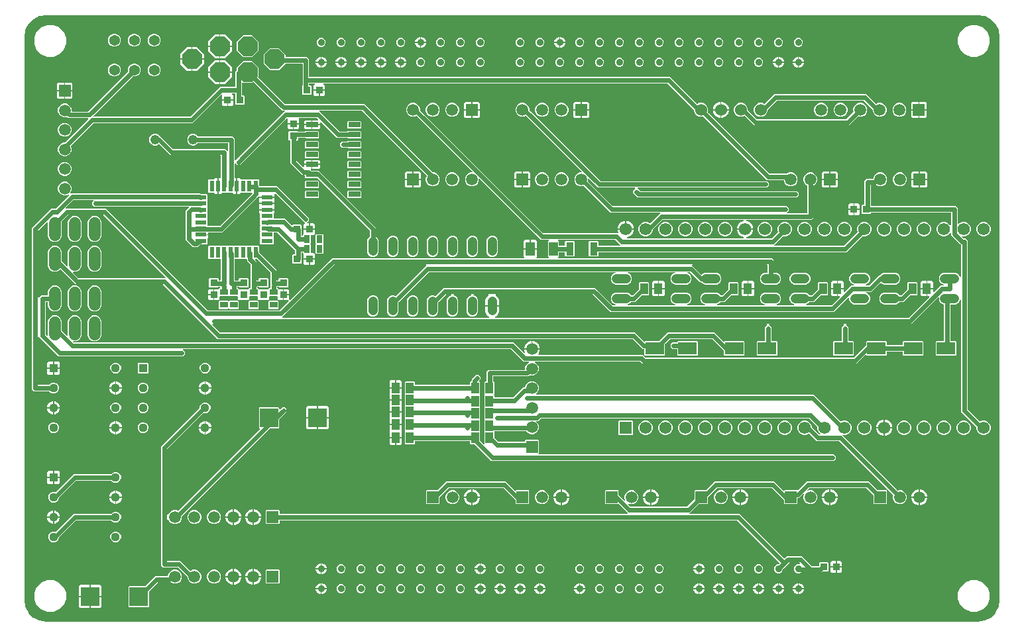
<source format=gbr>
G04 EAGLE Gerber RS-274X export*
G75*
%MOMM*%
%FSLAX34Y34*%
%LPD*%
%INTop Copper*%
%IPPOS*%
%AMOC8*
5,1,8,0,0,1.08239X$1,22.5*%
G01*
G04 Define Apertures*
%ADD10R,0.961800X1.711800*%
%ADD11R,1.164600X1.815300*%
%ADD12R,1.500000X1.500000*%
%ADD13C,1.500000*%
%ADD14C,0.900000*%
%ADD15P,2.74927X8X22.5*%
%ADD16R,1.031200X1.420200*%
%ADD17C,1.524000*%
%ADD18R,2.392000X1.565300*%
%ADD19C,1.219200*%
%ADD20R,0.920900X0.970200*%
%ADD21R,1.475000X0.600000*%
%ADD22R,0.600000X1.475000*%
%ADD23R,1.525000X0.650000*%
%ADD24R,1.130000X1.130000*%
%ADD25C,1.130000*%
%ADD26C,1.230000*%
%ADD27C,1.371600*%
%ADD28R,0.970200X0.920900*%
%ADD29R,2.350000X2.450000*%
%ADD30R,0.798700X0.973900*%
%ADD31R,0.973900X0.798700*%
%ADD32C,1.524000*%
%ADD33R,1.560000X1.560000*%
%ADD34C,1.560000*%
%ADD35C,0.558800*%
%ADD36C,0.457200*%
%ADD37C,0.525000*%
G36*
X595119Y-387959D02*
X595000Y-387968D01*
X-595000Y-387968D01*
X-595119Y-387959D01*
X-603526Y-386627D01*
X-603753Y-386553D01*
X-611337Y-382689D01*
X-611530Y-382549D01*
X-617549Y-376530D01*
X-617689Y-376337D01*
X-621553Y-368753D01*
X-621627Y-368526D01*
X-622959Y-360119D01*
X-622968Y-360000D01*
X-622968Y360000D01*
X-622959Y360119D01*
X-621627Y368526D01*
X-621553Y368753D01*
X-617689Y376337D01*
X-617549Y376530D01*
X-611530Y382549D01*
X-611337Y382689D01*
X-603753Y386553D01*
X-603526Y386627D01*
X-595119Y387959D01*
X-595000Y387968D01*
X595000Y387968D01*
X595119Y387959D01*
X603526Y386627D01*
X603753Y386553D01*
X611337Y382689D01*
X611530Y382549D01*
X617549Y376530D01*
X617689Y376337D01*
X621553Y368753D01*
X621627Y368526D01*
X622959Y360119D01*
X622968Y360000D01*
X622968Y-360000D01*
X622959Y-360119D01*
X621627Y-368526D01*
X621553Y-368753D01*
X617689Y-376337D01*
X617549Y-376530D01*
X611530Y-382549D01*
X611337Y-382689D01*
X603753Y-386553D01*
X603526Y-386627D01*
X595119Y-387959D01*
G37*
%LPC*%
G36*
X585963Y334706D02*
X594037Y334706D01*
X601496Y337796D01*
X607204Y343504D01*
X610294Y350963D01*
X610294Y359037D01*
X607204Y366496D01*
X601496Y372204D01*
X594037Y375294D01*
X585963Y375294D01*
X578504Y372204D01*
X572796Y366496D01*
X569706Y359037D01*
X569706Y350963D01*
X572796Y343504D01*
X578504Y337796D01*
X585963Y334706D01*
G37*
G36*
X-594037Y334706D02*
X-585963Y334706D01*
X-578504Y337796D01*
X-572796Y343504D01*
X-569706Y350963D01*
X-569706Y359037D01*
X-572796Y366496D01*
X-578504Y372204D01*
X-585963Y375294D01*
X-594037Y375294D01*
X-601496Y372204D01*
X-607204Y366496D01*
X-610294Y359037D01*
X-610294Y350963D01*
X-607204Y343504D01*
X-601496Y337796D01*
X-594037Y334706D01*
G37*
G36*
X-458817Y347472D02*
X-455583Y347472D01*
X-452596Y348709D01*
X-450309Y350996D01*
X-449072Y353983D01*
X-449072Y357217D01*
X-450309Y360204D01*
X-452596Y362491D01*
X-455583Y363728D01*
X-458817Y363728D01*
X-461804Y362491D01*
X-464091Y360204D01*
X-465328Y357217D01*
X-465328Y353983D01*
X-464091Y350996D01*
X-461804Y348709D01*
X-458817Y347472D01*
G37*
G36*
X-484217Y347472D02*
X-480983Y347472D01*
X-477996Y348709D01*
X-475709Y350996D01*
X-474472Y353983D01*
X-474472Y357217D01*
X-475709Y360204D01*
X-477996Y362491D01*
X-480983Y363728D01*
X-484217Y363728D01*
X-487204Y362491D01*
X-489491Y360204D01*
X-490728Y357217D01*
X-490728Y353983D01*
X-489491Y350996D01*
X-487204Y348709D01*
X-484217Y347472D01*
G37*
G36*
X-509617Y347472D02*
X-506383Y347472D01*
X-503396Y348709D01*
X-501109Y350996D01*
X-499872Y353983D01*
X-499872Y357217D01*
X-501109Y360204D01*
X-503396Y362491D01*
X-506383Y363728D01*
X-509617Y363728D01*
X-512604Y362491D01*
X-514891Y360204D01*
X-516128Y357217D01*
X-516128Y353983D01*
X-514891Y350996D01*
X-512604Y348709D01*
X-509617Y347472D01*
G37*
G36*
X-388620Y348742D02*
X-374142Y348742D01*
X-374142Y363220D01*
X-379693Y363220D01*
X-388620Y354293D01*
X-388620Y348742D01*
G37*
G36*
X-372618Y348742D02*
X-358140Y348742D01*
X-358140Y354293D01*
X-367067Y363220D01*
X-372618Y363220D01*
X-372618Y348742D01*
G37*
G36*
X-343607Y334010D02*
X-332033Y334010D01*
X-323850Y342193D01*
X-323850Y353767D01*
X-332033Y361950D01*
X-343607Y361950D01*
X-351790Y353767D01*
X-351790Y342193D01*
X-343607Y334010D01*
G37*
G36*
X53920Y353822D02*
X60198Y353822D01*
X60198Y360100D01*
X59560Y360100D01*
X56972Y359028D01*
X54992Y357048D01*
X53920Y354460D01*
X53920Y353822D01*
G37*
G36*
X-123880Y353822D02*
X-117602Y353822D01*
X-117602Y360100D01*
X-118240Y360100D01*
X-120828Y359028D01*
X-122808Y357048D01*
X-123880Y354460D01*
X-123880Y353822D01*
G37*
G36*
X-116078Y353822D02*
X-109800Y353822D01*
X-109800Y354460D01*
X-110872Y357048D01*
X-112852Y359028D01*
X-115440Y360100D01*
X-116078Y360100D01*
X-116078Y353822D01*
G37*
G36*
X61722Y353822D02*
X68000Y353822D01*
X68000Y354460D01*
X66928Y357048D01*
X64948Y359028D01*
X62360Y360100D01*
X61722Y360100D01*
X61722Y353822D01*
G37*
G36*
X288412Y347290D02*
X290708Y347290D01*
X292828Y348168D01*
X294452Y349792D01*
X295330Y351912D01*
X295330Y354208D01*
X294452Y356328D01*
X292828Y357952D01*
X290708Y358830D01*
X288412Y358830D01*
X286292Y357952D01*
X284668Y356328D01*
X283790Y354208D01*
X283790Y351912D01*
X284668Y349792D01*
X286292Y348168D01*
X288412Y347290D01*
G37*
G36*
X263012Y347290D02*
X265308Y347290D01*
X267428Y348168D01*
X269052Y349792D01*
X269930Y351912D01*
X269930Y354208D01*
X269052Y356328D01*
X267428Y357952D01*
X265308Y358830D01*
X263012Y358830D01*
X260892Y357952D01*
X259268Y356328D01*
X258390Y354208D01*
X258390Y351912D01*
X259268Y349792D01*
X260892Y348168D01*
X263012Y347290D01*
G37*
G36*
X237612Y347290D02*
X239908Y347290D01*
X242028Y348168D01*
X243652Y349792D01*
X244530Y351912D01*
X244530Y354208D01*
X243652Y356328D01*
X242028Y357952D01*
X239908Y358830D01*
X237612Y358830D01*
X235492Y357952D01*
X233868Y356328D01*
X232990Y354208D01*
X232990Y351912D01*
X233868Y349792D01*
X235492Y348168D01*
X237612Y347290D01*
G37*
G36*
X212212Y347290D02*
X214508Y347290D01*
X216628Y348168D01*
X218252Y349792D01*
X219130Y351912D01*
X219130Y354208D01*
X218252Y356328D01*
X216628Y357952D01*
X214508Y358830D01*
X212212Y358830D01*
X210092Y357952D01*
X208468Y356328D01*
X207590Y354208D01*
X207590Y351912D01*
X208468Y349792D01*
X210092Y348168D01*
X212212Y347290D01*
G37*
G36*
X186812Y347290D02*
X189108Y347290D01*
X191228Y348168D01*
X192852Y349792D01*
X193730Y351912D01*
X193730Y354208D01*
X192852Y356328D01*
X191228Y357952D01*
X189108Y358830D01*
X186812Y358830D01*
X184692Y357952D01*
X183068Y356328D01*
X182190Y354208D01*
X182190Y351912D01*
X183068Y349792D01*
X184692Y348168D01*
X186812Y347290D01*
G37*
G36*
X161412Y347290D02*
X163708Y347290D01*
X165828Y348168D01*
X167452Y349792D01*
X168330Y351912D01*
X168330Y354208D01*
X167452Y356328D01*
X165828Y357952D01*
X163708Y358830D01*
X161412Y358830D01*
X159292Y357952D01*
X157668Y356328D01*
X156790Y354208D01*
X156790Y351912D01*
X157668Y349792D01*
X159292Y348168D01*
X161412Y347290D01*
G37*
G36*
X136012Y347290D02*
X138308Y347290D01*
X140428Y348168D01*
X142052Y349792D01*
X142930Y351912D01*
X142930Y354208D01*
X142052Y356328D01*
X140428Y357952D01*
X138308Y358830D01*
X136012Y358830D01*
X133892Y357952D01*
X132268Y356328D01*
X131390Y354208D01*
X131390Y351912D01*
X132268Y349792D01*
X133892Y348168D01*
X136012Y347290D01*
G37*
G36*
X110612Y347290D02*
X112908Y347290D01*
X115028Y348168D01*
X116652Y349792D01*
X117530Y351912D01*
X117530Y354208D01*
X116652Y356328D01*
X115028Y357952D01*
X112908Y358830D01*
X110612Y358830D01*
X108492Y357952D01*
X106868Y356328D01*
X105990Y354208D01*
X105990Y351912D01*
X106868Y349792D01*
X108492Y348168D01*
X110612Y347290D01*
G37*
G36*
X85212Y347290D02*
X87508Y347290D01*
X89628Y348168D01*
X91252Y349792D01*
X92130Y351912D01*
X92130Y354208D01*
X91252Y356328D01*
X89628Y357952D01*
X87508Y358830D01*
X85212Y358830D01*
X83092Y357952D01*
X81468Y356328D01*
X80590Y354208D01*
X80590Y351912D01*
X81468Y349792D01*
X83092Y348168D01*
X85212Y347290D01*
G37*
G36*
X34412Y347290D02*
X36708Y347290D01*
X38828Y348168D01*
X40452Y349792D01*
X41330Y351912D01*
X41330Y354208D01*
X40452Y356328D01*
X38828Y357952D01*
X36708Y358830D01*
X34412Y358830D01*
X32292Y357952D01*
X30668Y356328D01*
X29790Y354208D01*
X29790Y351912D01*
X30668Y349792D01*
X32292Y348168D01*
X34412Y347290D01*
G37*
G36*
X9012Y347290D02*
X11308Y347290D01*
X13428Y348168D01*
X15052Y349792D01*
X15930Y351912D01*
X15930Y354208D01*
X15052Y356328D01*
X13428Y357952D01*
X11308Y358830D01*
X9012Y358830D01*
X6892Y357952D01*
X5268Y356328D01*
X4390Y354208D01*
X4390Y351912D01*
X5268Y349792D01*
X6892Y348168D01*
X9012Y347290D01*
G37*
G36*
X-41788Y347290D02*
X-39492Y347290D01*
X-37372Y348168D01*
X-35748Y349792D01*
X-34870Y351912D01*
X-34870Y354208D01*
X-35748Y356328D01*
X-37372Y357952D01*
X-39492Y358830D01*
X-41788Y358830D01*
X-43908Y357952D01*
X-45532Y356328D01*
X-46410Y354208D01*
X-46410Y351912D01*
X-45532Y349792D01*
X-43908Y348168D01*
X-41788Y347290D01*
G37*
G36*
X-67188Y347290D02*
X-64892Y347290D01*
X-62772Y348168D01*
X-61148Y349792D01*
X-60270Y351912D01*
X-60270Y354208D01*
X-61148Y356328D01*
X-62772Y357952D01*
X-64892Y358830D01*
X-67188Y358830D01*
X-69308Y357952D01*
X-70932Y356328D01*
X-71810Y354208D01*
X-71810Y351912D01*
X-70932Y349792D01*
X-69308Y348168D01*
X-67188Y347290D01*
G37*
G36*
X-92588Y347290D02*
X-90292Y347290D01*
X-88172Y348168D01*
X-86548Y349792D01*
X-85670Y351912D01*
X-85670Y354208D01*
X-86548Y356328D01*
X-88172Y357952D01*
X-90292Y358830D01*
X-92588Y358830D01*
X-94708Y357952D01*
X-96332Y356328D01*
X-97210Y354208D01*
X-97210Y351912D01*
X-96332Y349792D01*
X-94708Y348168D01*
X-92588Y347290D01*
G37*
G36*
X-143388Y347290D02*
X-141092Y347290D01*
X-138972Y348168D01*
X-137348Y349792D01*
X-136470Y351912D01*
X-136470Y354208D01*
X-137348Y356328D01*
X-138972Y357952D01*
X-141092Y358830D01*
X-143388Y358830D01*
X-145508Y357952D01*
X-147132Y356328D01*
X-148010Y354208D01*
X-148010Y351912D01*
X-147132Y349792D01*
X-145508Y348168D01*
X-143388Y347290D01*
G37*
G36*
X-168788Y347290D02*
X-166492Y347290D01*
X-164372Y348168D01*
X-162748Y349792D01*
X-161870Y351912D01*
X-161870Y354208D01*
X-162748Y356328D01*
X-164372Y357952D01*
X-166492Y358830D01*
X-168788Y358830D01*
X-170908Y357952D01*
X-172532Y356328D01*
X-173410Y354208D01*
X-173410Y351912D01*
X-172532Y349792D01*
X-170908Y348168D01*
X-168788Y347290D01*
G37*
G36*
X-194188Y347290D02*
X-191892Y347290D01*
X-189772Y348168D01*
X-188148Y349792D01*
X-187270Y351912D01*
X-187270Y354208D01*
X-188148Y356328D01*
X-189772Y357952D01*
X-191892Y358830D01*
X-194188Y358830D01*
X-196308Y357952D01*
X-197932Y356328D01*
X-198810Y354208D01*
X-198810Y351912D01*
X-197932Y349792D01*
X-196308Y348168D01*
X-194188Y347290D01*
G37*
G36*
X-219588Y347290D02*
X-217292Y347290D01*
X-215172Y348168D01*
X-213548Y349792D01*
X-212670Y351912D01*
X-212670Y354208D01*
X-213548Y356328D01*
X-215172Y357952D01*
X-217292Y358830D01*
X-219588Y358830D01*
X-221708Y357952D01*
X-223332Y356328D01*
X-224210Y354208D01*
X-224210Y351912D01*
X-223332Y349792D01*
X-221708Y348168D01*
X-219588Y347290D01*
G37*
G36*
X-244988Y347290D02*
X-242692Y347290D01*
X-240572Y348168D01*
X-238948Y349792D01*
X-238070Y351912D01*
X-238070Y354208D01*
X-238948Y356328D01*
X-240572Y357952D01*
X-242692Y358830D01*
X-244988Y358830D01*
X-247108Y357952D01*
X-248732Y356328D01*
X-249610Y354208D01*
X-249610Y351912D01*
X-248732Y349792D01*
X-247108Y348168D01*
X-244988Y347290D01*
G37*
G36*
X364612Y347290D02*
X366908Y347290D01*
X369028Y348168D01*
X370652Y349792D01*
X371530Y351912D01*
X371530Y354208D01*
X370652Y356328D01*
X369028Y357952D01*
X366908Y358830D01*
X364612Y358830D01*
X362492Y357952D01*
X360868Y356328D01*
X359990Y354208D01*
X359990Y351912D01*
X360868Y349792D01*
X362492Y348168D01*
X364612Y347290D01*
G37*
G36*
X339212Y347290D02*
X341508Y347290D01*
X343628Y348168D01*
X345252Y349792D01*
X346130Y351912D01*
X346130Y354208D01*
X345252Y356328D01*
X343628Y357952D01*
X341508Y358830D01*
X339212Y358830D01*
X337092Y357952D01*
X335468Y356328D01*
X334590Y354208D01*
X334590Y351912D01*
X335468Y349792D01*
X337092Y348168D01*
X339212Y347290D01*
G37*
G36*
X313812Y347290D02*
X316108Y347290D01*
X318228Y348168D01*
X319852Y349792D01*
X320730Y351912D01*
X320730Y354208D01*
X319852Y356328D01*
X318228Y357952D01*
X316108Y358830D01*
X313812Y358830D01*
X311692Y357952D01*
X310068Y356328D01*
X309190Y354208D01*
X309190Y351912D01*
X310068Y349792D01*
X311692Y348168D01*
X313812Y347290D01*
G37*
G36*
X61722Y346020D02*
X62360Y346020D01*
X64948Y347092D01*
X66928Y349072D01*
X68000Y351660D01*
X68000Y352298D01*
X61722Y352298D01*
X61722Y346020D01*
G37*
G36*
X59560Y346020D02*
X60198Y346020D01*
X60198Y352298D01*
X53920Y352298D01*
X53920Y351660D01*
X54992Y349072D01*
X56972Y347092D01*
X59560Y346020D01*
G37*
G36*
X-116078Y346020D02*
X-115440Y346020D01*
X-112852Y347092D01*
X-110872Y349072D01*
X-109800Y351660D01*
X-109800Y352298D01*
X-116078Y352298D01*
X-116078Y346020D01*
G37*
G36*
X-118240Y346020D02*
X-117602Y346020D01*
X-117602Y352298D01*
X-123880Y352298D01*
X-123880Y351660D01*
X-122808Y349072D01*
X-120828Y347092D01*
X-118240Y346020D01*
G37*
G36*
X-372618Y332740D02*
X-367067Y332740D01*
X-358140Y341667D01*
X-358140Y347218D01*
X-372618Y347218D01*
X-372618Y332740D01*
G37*
G36*
X-379693Y332740D02*
X-374142Y332740D01*
X-374142Y347218D01*
X-388620Y347218D01*
X-388620Y341667D01*
X-379693Y332740D01*
G37*
G36*
X-424180Y332232D02*
X-409702Y332232D01*
X-409702Y346710D01*
X-415253Y346710D01*
X-424180Y337783D01*
X-424180Y332232D01*
G37*
G36*
X-408178Y332232D02*
X-393700Y332232D01*
X-393700Y337783D01*
X-402627Y346710D01*
X-408178Y346710D01*
X-408178Y332232D01*
G37*
G36*
X354256Y169030D02*
X357744Y169030D01*
X360968Y170365D01*
X363435Y172832D01*
X364770Y176056D01*
X364770Y179544D01*
X363435Y182768D01*
X360968Y185235D01*
X357744Y186570D01*
X354256Y186570D01*
X350998Y185221D01*
X350818Y185099D01*
X350521Y185039D01*
X329024Y185039D01*
X328738Y185095D01*
X328485Y185262D01*
X250148Y263600D01*
X249987Y263836D01*
X249924Y264133D01*
X249982Y264430D01*
X250190Y264932D01*
X250190Y268468D01*
X248837Y271736D01*
X246336Y274237D01*
X243068Y275590D01*
X239532Y275590D01*
X236785Y274452D01*
X236506Y274394D01*
X236208Y274450D01*
X235955Y274618D01*
X201708Y308864D01*
X-258699Y308864D01*
X-258974Y308915D01*
X-259229Y309079D01*
X-259401Y309329D01*
X-259461Y309626D01*
X-259461Y331883D01*
X-261842Y334264D01*
X-288798Y334264D01*
X-289073Y334315D01*
X-289328Y334479D01*
X-289500Y334729D01*
X-289560Y335026D01*
X-289560Y337257D01*
X-297743Y345440D01*
X-309317Y345440D01*
X-317500Y337257D01*
X-317500Y325683D01*
X-309317Y317500D01*
X-297743Y317500D01*
X-289356Y325887D01*
X-289345Y325904D01*
X-289095Y326076D01*
X-288798Y326136D01*
X-268351Y326136D01*
X-268076Y326085D01*
X-267821Y325921D01*
X-267649Y325671D01*
X-267589Y325374D01*
X-267589Y297824D01*
X-267621Y297662D01*
X-267621Y286723D01*
X-266877Y285979D01*
X-256615Y285979D01*
X-255872Y286723D01*
X-255872Y297477D01*
X-256615Y298221D01*
X-258699Y298221D01*
X-258974Y298272D01*
X-259229Y298436D01*
X-259401Y298686D01*
X-259461Y298983D01*
X-259461Y299974D01*
X-259410Y300249D01*
X-259246Y300504D01*
X-258996Y300676D01*
X-258699Y300736D01*
X-252505Y300736D01*
X-252242Y300689D01*
X-251984Y300530D01*
X-251808Y300282D01*
X-251743Y299986D01*
X-251799Y299688D01*
X-251966Y299435D01*
X-253399Y298003D01*
X-253399Y292862D01*
X-239110Y292862D01*
X-239110Y298003D01*
X-240542Y299435D01*
X-240695Y299655D01*
X-240764Y299950D01*
X-240714Y300249D01*
X-240550Y300504D01*
X-240300Y300676D01*
X-240003Y300736D01*
X198026Y300736D01*
X198312Y300680D01*
X198565Y300513D01*
X232187Y266891D01*
X232350Y266649D01*
X232410Y266352D01*
X232410Y264932D01*
X233763Y261664D01*
X236264Y259163D01*
X239532Y257810D01*
X243068Y257810D01*
X243570Y258018D01*
X243849Y258076D01*
X244147Y258020D01*
X244400Y257853D01*
X325438Y176815D01*
X325499Y176727D01*
X325679Y176851D01*
X325976Y176911D01*
X346468Y176911D01*
X346743Y176860D01*
X346998Y176696D01*
X347170Y176446D01*
X347230Y176149D01*
X347230Y176056D01*
X348565Y172832D01*
X351032Y170365D01*
X354256Y169030D01*
G37*
G36*
X-217678Y328422D02*
X-211400Y328422D01*
X-211400Y329060D01*
X-212472Y331648D01*
X-214452Y333628D01*
X-217040Y334700D01*
X-217678Y334700D01*
X-217678Y328422D01*
G37*
G36*
X-166878Y328422D02*
X-160600Y328422D01*
X-160600Y329060D01*
X-161672Y331648D01*
X-163652Y333628D01*
X-166240Y334700D01*
X-166878Y334700D01*
X-166878Y328422D01*
G37*
G36*
X-141478Y328422D02*
X-135200Y328422D01*
X-135200Y329060D01*
X-136272Y331648D01*
X-138252Y333628D01*
X-140840Y334700D01*
X-141478Y334700D01*
X-141478Y328422D01*
G37*
G36*
X341122Y328422D02*
X347400Y328422D01*
X347400Y329060D01*
X346328Y331648D01*
X344348Y333628D01*
X341760Y334700D01*
X341122Y334700D01*
X341122Y328422D01*
G37*
G36*
X366522Y328422D02*
X372800Y328422D01*
X372800Y329060D01*
X371728Y331648D01*
X369748Y333628D01*
X367160Y334700D01*
X366522Y334700D01*
X366522Y328422D01*
G37*
G36*
X-192278Y328422D02*
X-186000Y328422D01*
X-186000Y329060D01*
X-187072Y331648D01*
X-189052Y333628D01*
X-191640Y334700D01*
X-192278Y334700D01*
X-192278Y328422D01*
G37*
G36*
X-243078Y328422D02*
X-236800Y328422D01*
X-236800Y329060D01*
X-237872Y331648D01*
X-239852Y333628D01*
X-242440Y334700D01*
X-243078Y334700D01*
X-243078Y328422D01*
G37*
G36*
X-250880Y328422D02*
X-244602Y328422D01*
X-244602Y334700D01*
X-245240Y334700D01*
X-247828Y333628D01*
X-249808Y331648D01*
X-250880Y329060D01*
X-250880Y328422D01*
G37*
G36*
X-200080Y328422D02*
X-193802Y328422D01*
X-193802Y334700D01*
X-194440Y334700D01*
X-197028Y333628D01*
X-199008Y331648D01*
X-200080Y329060D01*
X-200080Y328422D01*
G37*
G36*
X358720Y328422D02*
X364998Y328422D01*
X364998Y334700D01*
X364360Y334700D01*
X361772Y333628D01*
X359792Y331648D01*
X358720Y329060D01*
X358720Y328422D01*
G37*
G36*
X333320Y328422D02*
X339598Y328422D01*
X339598Y334700D01*
X338960Y334700D01*
X336372Y333628D01*
X334392Y331648D01*
X333320Y329060D01*
X333320Y328422D01*
G37*
G36*
X-149280Y328422D02*
X-143002Y328422D01*
X-143002Y334700D01*
X-143640Y334700D01*
X-146228Y333628D01*
X-148208Y331648D01*
X-149280Y329060D01*
X-149280Y328422D01*
G37*
G36*
X-174680Y328422D02*
X-168402Y328422D01*
X-168402Y334700D01*
X-169040Y334700D01*
X-171628Y333628D01*
X-173608Y331648D01*
X-174680Y329060D01*
X-174680Y328422D01*
G37*
G36*
X-225480Y328422D02*
X-219202Y328422D01*
X-219202Y334700D01*
X-219840Y334700D01*
X-222428Y333628D01*
X-224408Y331648D01*
X-225480Y329060D01*
X-225480Y328422D01*
G37*
G36*
X263012Y321890D02*
X265308Y321890D01*
X267428Y322768D01*
X269052Y324392D01*
X269930Y326512D01*
X269930Y328808D01*
X269052Y330928D01*
X267428Y332552D01*
X265308Y333430D01*
X263012Y333430D01*
X260892Y332552D01*
X259268Y330928D01*
X258390Y328808D01*
X258390Y326512D01*
X259268Y324392D01*
X260892Y322768D01*
X263012Y321890D01*
G37*
G36*
X59812Y321890D02*
X62108Y321890D01*
X64228Y322768D01*
X65852Y324392D01*
X66730Y326512D01*
X66730Y328808D01*
X65852Y330928D01*
X64228Y332552D01*
X62108Y333430D01*
X59812Y333430D01*
X57692Y332552D01*
X56068Y330928D01*
X55190Y328808D01*
X55190Y326512D01*
X56068Y324392D01*
X57692Y322768D01*
X59812Y321890D01*
G37*
G36*
X34412Y321890D02*
X36708Y321890D01*
X38828Y322768D01*
X40452Y324392D01*
X41330Y326512D01*
X41330Y328808D01*
X40452Y330928D01*
X38828Y332552D01*
X36708Y333430D01*
X34412Y333430D01*
X32292Y332552D01*
X30668Y330928D01*
X29790Y328808D01*
X29790Y326512D01*
X30668Y324392D01*
X32292Y322768D01*
X34412Y321890D01*
G37*
G36*
X9012Y321890D02*
X11308Y321890D01*
X13428Y322768D01*
X15052Y324392D01*
X15930Y326512D01*
X15930Y328808D01*
X15052Y330928D01*
X13428Y332552D01*
X11308Y333430D01*
X9012Y333430D01*
X6892Y332552D01*
X5268Y330928D01*
X4390Y328808D01*
X4390Y326512D01*
X5268Y324392D01*
X6892Y322768D01*
X9012Y321890D01*
G37*
G36*
X-41788Y321890D02*
X-39492Y321890D01*
X-37372Y322768D01*
X-35748Y324392D01*
X-34870Y326512D01*
X-34870Y328808D01*
X-35748Y330928D01*
X-37372Y332552D01*
X-39492Y333430D01*
X-41788Y333430D01*
X-43908Y332552D01*
X-45532Y330928D01*
X-46410Y328808D01*
X-46410Y326512D01*
X-45532Y324392D01*
X-43908Y322768D01*
X-41788Y321890D01*
G37*
G36*
X-67188Y321890D02*
X-64892Y321890D01*
X-62772Y322768D01*
X-61148Y324392D01*
X-60270Y326512D01*
X-60270Y328808D01*
X-61148Y330928D01*
X-62772Y332552D01*
X-64892Y333430D01*
X-67188Y333430D01*
X-69308Y332552D01*
X-70932Y330928D01*
X-71810Y328808D01*
X-71810Y326512D01*
X-70932Y324392D01*
X-69308Y322768D01*
X-67188Y321890D01*
G37*
G36*
X161412Y321890D02*
X163708Y321890D01*
X165828Y322768D01*
X167452Y324392D01*
X168330Y326512D01*
X168330Y328808D01*
X167452Y330928D01*
X165828Y332552D01*
X163708Y333430D01*
X161412Y333430D01*
X159292Y332552D01*
X157668Y330928D01*
X156790Y328808D01*
X156790Y326512D01*
X157668Y324392D01*
X159292Y322768D01*
X161412Y321890D01*
G37*
G36*
X288412Y321890D02*
X290708Y321890D01*
X292828Y322768D01*
X294452Y324392D01*
X295330Y326512D01*
X295330Y328808D01*
X294452Y330928D01*
X292828Y332552D01*
X290708Y333430D01*
X288412Y333430D01*
X286292Y332552D01*
X284668Y330928D01*
X283790Y328808D01*
X283790Y326512D01*
X284668Y324392D01*
X286292Y322768D01*
X288412Y321890D01*
G37*
G36*
X313812Y321890D02*
X316108Y321890D01*
X318228Y322768D01*
X319852Y324392D01*
X320730Y326512D01*
X320730Y328808D01*
X319852Y330928D01*
X318228Y332552D01*
X316108Y333430D01*
X313812Y333430D01*
X311692Y332552D01*
X310068Y330928D01*
X309190Y328808D01*
X309190Y326512D01*
X310068Y324392D01*
X311692Y322768D01*
X313812Y321890D01*
G37*
G36*
X237612Y321890D02*
X239908Y321890D01*
X242028Y322768D01*
X243652Y324392D01*
X244530Y326512D01*
X244530Y328808D01*
X243652Y330928D01*
X242028Y332552D01*
X239908Y333430D01*
X237612Y333430D01*
X235492Y332552D01*
X233868Y330928D01*
X232990Y328808D01*
X232990Y326512D01*
X233868Y324392D01*
X235492Y322768D01*
X237612Y321890D01*
G37*
G36*
X212212Y321890D02*
X214508Y321890D01*
X216628Y322768D01*
X218252Y324392D01*
X219130Y326512D01*
X219130Y328808D01*
X218252Y330928D01*
X216628Y332552D01*
X214508Y333430D01*
X212212Y333430D01*
X210092Y332552D01*
X208468Y330928D01*
X207590Y328808D01*
X207590Y326512D01*
X208468Y324392D01*
X210092Y322768D01*
X212212Y321890D01*
G37*
G36*
X186812Y321890D02*
X189108Y321890D01*
X191228Y322768D01*
X192852Y324392D01*
X193730Y326512D01*
X193730Y328808D01*
X192852Y330928D01*
X191228Y332552D01*
X189108Y333430D01*
X186812Y333430D01*
X184692Y332552D01*
X183068Y330928D01*
X182190Y328808D01*
X182190Y326512D01*
X183068Y324392D01*
X184692Y322768D01*
X186812Y321890D01*
G37*
G36*
X-92588Y321890D02*
X-90292Y321890D01*
X-88172Y322768D01*
X-86548Y324392D01*
X-85670Y326512D01*
X-85670Y328808D01*
X-86548Y330928D01*
X-88172Y332552D01*
X-90292Y333430D01*
X-92588Y333430D01*
X-94708Y332552D01*
X-96332Y330928D01*
X-97210Y328808D01*
X-97210Y326512D01*
X-96332Y324392D01*
X-94708Y322768D01*
X-92588Y321890D01*
G37*
G36*
X136012Y321890D02*
X138308Y321890D01*
X140428Y322768D01*
X142052Y324392D01*
X142930Y326512D01*
X142930Y328808D01*
X142052Y330928D01*
X140428Y332552D01*
X138308Y333430D01*
X136012Y333430D01*
X133892Y332552D01*
X132268Y330928D01*
X131390Y328808D01*
X131390Y326512D01*
X132268Y324392D01*
X133892Y322768D01*
X136012Y321890D01*
G37*
G36*
X110612Y321890D02*
X112908Y321890D01*
X115028Y322768D01*
X116652Y324392D01*
X117530Y326512D01*
X117530Y328808D01*
X116652Y330928D01*
X115028Y332552D01*
X112908Y333430D01*
X110612Y333430D01*
X108492Y332552D01*
X106868Y330928D01*
X105990Y328808D01*
X105990Y326512D01*
X106868Y324392D01*
X108492Y322768D01*
X110612Y321890D01*
G37*
G36*
X85212Y321890D02*
X87508Y321890D01*
X89628Y322768D01*
X91252Y324392D01*
X92130Y326512D01*
X92130Y328808D01*
X91252Y330928D01*
X89628Y332552D01*
X87508Y333430D01*
X85212Y333430D01*
X83092Y332552D01*
X81468Y330928D01*
X80590Y328808D01*
X80590Y326512D01*
X81468Y324392D01*
X83092Y322768D01*
X85212Y321890D01*
G37*
G36*
X-117988Y321890D02*
X-115692Y321890D01*
X-113572Y322768D01*
X-111948Y324392D01*
X-111070Y326512D01*
X-111070Y328808D01*
X-111948Y330928D01*
X-113572Y332552D01*
X-115692Y333430D01*
X-117988Y333430D01*
X-120108Y332552D01*
X-121732Y330928D01*
X-122610Y328808D01*
X-122610Y326512D01*
X-121732Y324392D01*
X-120108Y322768D01*
X-117988Y321890D01*
G37*
G36*
X-415253Y316230D02*
X-409702Y316230D01*
X-409702Y330708D01*
X-424180Y330708D01*
X-424180Y325157D01*
X-415253Y316230D01*
G37*
G36*
X-408178Y316230D02*
X-402627Y316230D01*
X-393700Y325157D01*
X-393700Y330708D01*
X-408178Y330708D01*
X-408178Y316230D01*
G37*
G36*
X-388620Y315722D02*
X-374142Y315722D01*
X-374142Y330200D01*
X-379693Y330200D01*
X-388620Y321273D01*
X-388620Y315722D01*
G37*
G36*
X-372618Y315722D02*
X-358140Y315722D01*
X-358140Y321273D01*
X-367067Y330200D01*
X-372618Y330200D01*
X-372618Y315722D01*
G37*
G36*
X-374838Y159465D02*
X-371548Y159465D01*
X-370501Y160512D01*
X-370260Y160675D01*
X-369962Y160735D01*
X-364044Y160735D01*
X-363908Y160828D01*
X-363612Y160893D01*
X-363314Y160838D01*
X-363159Y160735D01*
X-357238Y160735D01*
X-356952Y160679D01*
X-356699Y160512D01*
X-355652Y159465D01*
X-352362Y159465D01*
X-352362Y179295D01*
X-353949Y179295D01*
X-354224Y179346D01*
X-354479Y179510D01*
X-354651Y179760D01*
X-354711Y180057D01*
X-354711Y197899D01*
X-354664Y198162D01*
X-354505Y198420D01*
X-354257Y198596D01*
X-353961Y198661D01*
X-353663Y198605D01*
X-353410Y198438D01*
X-350933Y195961D01*
X-347567Y195961D01*
X-288092Y255436D01*
X-287872Y255589D01*
X-287577Y255659D01*
X-287278Y255608D01*
X-287023Y255444D01*
X-286851Y255194D01*
X-286791Y254897D01*
X-286791Y249808D01*
X-272009Y249808D01*
X-272009Y254703D01*
X-272292Y254985D01*
X-272445Y255205D01*
X-272514Y255500D01*
X-272464Y255799D01*
X-272300Y256054D01*
X-272050Y256226D01*
X-271753Y256286D01*
X-249649Y256286D01*
X-249363Y256230D01*
X-249110Y256063D01*
X-247788Y254741D01*
X-247635Y254521D01*
X-247565Y254226D01*
X-247616Y253927D01*
X-247780Y253672D01*
X-248030Y253500D01*
X-248327Y253440D01*
X-254958Y253440D01*
X-254958Y248412D01*
X-245555Y248412D01*
X-245555Y250668D01*
X-245508Y250931D01*
X-245349Y251189D01*
X-245101Y251365D01*
X-244805Y251430D01*
X-244507Y251374D01*
X-244254Y251207D01*
X-223933Y230886D01*
X-210403Y230886D01*
X-210117Y230830D01*
X-209864Y230663D01*
X-209631Y230430D01*
X-193329Y230430D01*
X-192585Y231174D01*
X-192585Y238726D01*
X-193329Y239470D01*
X-209631Y239470D01*
X-209864Y239237D01*
X-210105Y239074D01*
X-210403Y239014D01*
X-220251Y239014D01*
X-220537Y239070D01*
X-220790Y239237D01*
X-246063Y264510D01*
X-246216Y264730D01*
X-246286Y265025D01*
X-246235Y265324D01*
X-246071Y265579D01*
X-245821Y265751D01*
X-245524Y265811D01*
X-192499Y265811D01*
X-192213Y265755D01*
X-191960Y265588D01*
X-109284Y182912D01*
X-109124Y182676D01*
X-109061Y182379D01*
X-109119Y182082D01*
X-110170Y179544D01*
X-110170Y176056D01*
X-108835Y172832D01*
X-106368Y170365D01*
X-103144Y169030D01*
X-99656Y169030D01*
X-96432Y170365D01*
X-93965Y172832D01*
X-92630Y176056D01*
X-92630Y179544D01*
X-93965Y182768D01*
X-96432Y185235D01*
X-99656Y186570D01*
X-101132Y186570D01*
X-101418Y186626D01*
X-101671Y186793D01*
X-188817Y273939D01*
X-290101Y273939D01*
X-290387Y273995D01*
X-290640Y274162D01*
X-324212Y307734D01*
X-324370Y307965D01*
X-324435Y308261D01*
X-324379Y308559D01*
X-324212Y308812D01*
X-323850Y309173D01*
X-323850Y320747D01*
X-332033Y328930D01*
X-343607Y328930D01*
X-351790Y320747D01*
X-351790Y317848D01*
X-351846Y317562D01*
X-352013Y317309D01*
X-353314Y316008D01*
X-353314Y296926D01*
X-353365Y296651D01*
X-353529Y296396D01*
X-353779Y296224D01*
X-354076Y296164D01*
X-373158Y296164D01*
X-411035Y258287D01*
X-411277Y258124D01*
X-411574Y258064D01*
X-534449Y258064D01*
X-534712Y258111D01*
X-534970Y258270D01*
X-535146Y258518D01*
X-535211Y258814D01*
X-535155Y259112D01*
X-534988Y259365D01*
X-485117Y309236D01*
X-484881Y309396D01*
X-484584Y309459D01*
X-484287Y309401D01*
X-484217Y309372D01*
X-480983Y309372D01*
X-477996Y310609D01*
X-475709Y312896D01*
X-474472Y315883D01*
X-474472Y319117D01*
X-475709Y322104D01*
X-477996Y324391D01*
X-480983Y325628D01*
X-484217Y325628D01*
X-487204Y324391D01*
X-489491Y322104D01*
X-490728Y319117D01*
X-490728Y315883D01*
X-490699Y315813D01*
X-490641Y315534D01*
X-490697Y315236D01*
X-490864Y314983D01*
X-541210Y264637D01*
X-541452Y264474D01*
X-541749Y264414D01*
X-561968Y264414D01*
X-562243Y264465D01*
X-562498Y264629D01*
X-562670Y264879D01*
X-562730Y265176D01*
X-562730Y267844D01*
X-564065Y271068D01*
X-566532Y273535D01*
X-569756Y274870D01*
X-573244Y274870D01*
X-576468Y273535D01*
X-578935Y271068D01*
X-580270Y267844D01*
X-580270Y264356D01*
X-578935Y261132D01*
X-576468Y258665D01*
X-573244Y257330D01*
X-569756Y257330D01*
X-568898Y257685D01*
X-568618Y257743D01*
X-568320Y257688D01*
X-568067Y257520D01*
X-566833Y256286D01*
X-541876Y256286D01*
X-541613Y256239D01*
X-541355Y256080D01*
X-541179Y255832D01*
X-541114Y255536D01*
X-541170Y255238D01*
X-541337Y254985D01*
X-571229Y225093D01*
X-571471Y224930D01*
X-571768Y224870D01*
X-573244Y224870D01*
X-576468Y223535D01*
X-578935Y221068D01*
X-580270Y217844D01*
X-580270Y214356D01*
X-578935Y211132D01*
X-576468Y208665D01*
X-573244Y207330D01*
X-569756Y207330D01*
X-566532Y208665D01*
X-564065Y211132D01*
X-562730Y214356D01*
X-562730Y217844D01*
X-563781Y220382D01*
X-563839Y220661D01*
X-563783Y220959D01*
X-563616Y221212D01*
X-535115Y249713D01*
X-534873Y249876D01*
X-534576Y249936D01*
X-407892Y249936D01*
X-371791Y286036D01*
X-371572Y286189D01*
X-371277Y286259D01*
X-370978Y286208D01*
X-370722Y286045D01*
X-370551Y285795D01*
X-370491Y285498D01*
X-370491Y280162D01*
X-356202Y280162D01*
X-356202Y285303D01*
X-357634Y286735D01*
X-357787Y286955D01*
X-357856Y287250D01*
X-357806Y287549D01*
X-357642Y287804D01*
X-357392Y287976D01*
X-357095Y288036D01*
X-354076Y288036D01*
X-353801Y287985D01*
X-353546Y287821D01*
X-353374Y287571D01*
X-353314Y287274D01*
X-353314Y285507D01*
X-353370Y285221D01*
X-353537Y284968D01*
X-353729Y284777D01*
X-353729Y274023D01*
X-352985Y273279D01*
X-342723Y273279D01*
X-341980Y274023D01*
X-341980Y284777D01*
X-342723Y285521D01*
X-344424Y285521D01*
X-344699Y285572D01*
X-344954Y285736D01*
X-345126Y285986D01*
X-345186Y286283D01*
X-345186Y300730D01*
X-345139Y300993D01*
X-344980Y301251D01*
X-344732Y301427D01*
X-344436Y301492D01*
X-344138Y301436D01*
X-343885Y301269D01*
X-343607Y300990D01*
X-332033Y300990D01*
X-331037Y301987D01*
X-330806Y302145D01*
X-330510Y302210D01*
X-330212Y302154D01*
X-329959Y301987D01*
X-293783Y265811D01*
X-291051Y265811D01*
X-290788Y265764D01*
X-290530Y265605D01*
X-290354Y265357D01*
X-290289Y265061D01*
X-290345Y264763D01*
X-290512Y264510D01*
X-353410Y201612D01*
X-353630Y201459D01*
X-353925Y201389D01*
X-354224Y201440D01*
X-354479Y201604D01*
X-354651Y201854D01*
X-354711Y202151D01*
X-354711Y230283D01*
X-357092Y232664D01*
X-400655Y232664D01*
X-400941Y232720D01*
X-401194Y232887D01*
X-403197Y234890D01*
X-405924Y236020D01*
X-408876Y236020D01*
X-411603Y234890D01*
X-413690Y232803D01*
X-414820Y230076D01*
X-414820Y227124D01*
X-413690Y224397D01*
X-411603Y222310D01*
X-408876Y221180D01*
X-405924Y221180D01*
X-403197Y222310D01*
X-401194Y224313D01*
X-400952Y224476D01*
X-400655Y224536D01*
X-363601Y224536D01*
X-363326Y224485D01*
X-363071Y224321D01*
X-362899Y224071D01*
X-362839Y223774D01*
X-362839Y214851D01*
X-362886Y214588D01*
X-363045Y214330D01*
X-363293Y214154D01*
X-363589Y214089D01*
X-363887Y214145D01*
X-364140Y214312D01*
X-366617Y216789D01*
X-432976Y216789D01*
X-433262Y216845D01*
X-433515Y217012D01*
X-449167Y232664D01*
X-449455Y232664D01*
X-449741Y232720D01*
X-449994Y232887D01*
X-451997Y234890D01*
X-454724Y236020D01*
X-457676Y236020D01*
X-460403Y234890D01*
X-462490Y232803D01*
X-463620Y230076D01*
X-463620Y227124D01*
X-462490Y224397D01*
X-460403Y222310D01*
X-457676Y221180D01*
X-454724Y221180D01*
X-451997Y222310D01*
X-451691Y222616D01*
X-451460Y222774D01*
X-451164Y222839D01*
X-450866Y222783D01*
X-450613Y222616D01*
X-436658Y208661D01*
X-373126Y208661D01*
X-372851Y208610D01*
X-372596Y208446D01*
X-372424Y208196D01*
X-372364Y207899D01*
X-372364Y180057D01*
X-372415Y179782D01*
X-372579Y179527D01*
X-372829Y179355D01*
X-373126Y179295D01*
X-374838Y179295D01*
X-374838Y159465D01*
G37*
G36*
X-141478Y320620D02*
X-140840Y320620D01*
X-138252Y321692D01*
X-136272Y323672D01*
X-135200Y326260D01*
X-135200Y326898D01*
X-141478Y326898D01*
X-141478Y320620D01*
G37*
G36*
X338960Y320620D02*
X339598Y320620D01*
X339598Y326898D01*
X333320Y326898D01*
X333320Y326260D01*
X334392Y323672D01*
X336372Y321692D01*
X338960Y320620D01*
G37*
G36*
X341122Y320620D02*
X341760Y320620D01*
X344348Y321692D01*
X346328Y323672D01*
X347400Y326260D01*
X347400Y326898D01*
X341122Y326898D01*
X341122Y320620D01*
G37*
G36*
X364360Y320620D02*
X364998Y320620D01*
X364998Y326898D01*
X358720Y326898D01*
X358720Y326260D01*
X359792Y323672D01*
X361772Y321692D01*
X364360Y320620D01*
G37*
G36*
X366522Y320620D02*
X367160Y320620D01*
X369748Y321692D01*
X371728Y323672D01*
X372800Y326260D01*
X372800Y326898D01*
X366522Y326898D01*
X366522Y320620D01*
G37*
G36*
X-143640Y320620D02*
X-143002Y320620D01*
X-143002Y326898D01*
X-149280Y326898D01*
X-149280Y326260D01*
X-148208Y323672D01*
X-146228Y321692D01*
X-143640Y320620D01*
G37*
G36*
X-245240Y320620D02*
X-244602Y320620D01*
X-244602Y326898D01*
X-250880Y326898D01*
X-250880Y326260D01*
X-249808Y323672D01*
X-247828Y321692D01*
X-245240Y320620D01*
G37*
G36*
X-166878Y320620D02*
X-166240Y320620D01*
X-163652Y321692D01*
X-161672Y323672D01*
X-160600Y326260D01*
X-160600Y326898D01*
X-166878Y326898D01*
X-166878Y320620D01*
G37*
G36*
X-169040Y320620D02*
X-168402Y320620D01*
X-168402Y326898D01*
X-174680Y326898D01*
X-174680Y326260D01*
X-173608Y323672D01*
X-171628Y321692D01*
X-169040Y320620D01*
G37*
G36*
X-192278Y320620D02*
X-191640Y320620D01*
X-189052Y321692D01*
X-187072Y323672D01*
X-186000Y326260D01*
X-186000Y326898D01*
X-192278Y326898D01*
X-192278Y320620D01*
G37*
G36*
X-194440Y320620D02*
X-193802Y320620D01*
X-193802Y326898D01*
X-200080Y326898D01*
X-200080Y326260D01*
X-199008Y323672D01*
X-197028Y321692D01*
X-194440Y320620D01*
G37*
G36*
X-217678Y320620D02*
X-217040Y320620D01*
X-214452Y321692D01*
X-212472Y323672D01*
X-211400Y326260D01*
X-211400Y326898D01*
X-217678Y326898D01*
X-217678Y320620D01*
G37*
G36*
X-219840Y320620D02*
X-219202Y320620D01*
X-219202Y326898D01*
X-225480Y326898D01*
X-225480Y326260D01*
X-224408Y323672D01*
X-222428Y321692D01*
X-219840Y320620D01*
G37*
G36*
X-243078Y320620D02*
X-242440Y320620D01*
X-239852Y321692D01*
X-237872Y323672D01*
X-236800Y326260D01*
X-236800Y326898D01*
X-243078Y326898D01*
X-243078Y320620D01*
G37*
G36*
X-458817Y309372D02*
X-455583Y309372D01*
X-452596Y310609D01*
X-450309Y312896D01*
X-449072Y315883D01*
X-449072Y319117D01*
X-450309Y322104D01*
X-452596Y324391D01*
X-455583Y325628D01*
X-458817Y325628D01*
X-461804Y324391D01*
X-464091Y322104D01*
X-465328Y319117D01*
X-465328Y315883D01*
X-464091Y312896D01*
X-461804Y310609D01*
X-458817Y309372D01*
G37*
G36*
X-509617Y309372D02*
X-506383Y309372D01*
X-503396Y310609D01*
X-501109Y312896D01*
X-499872Y315883D01*
X-499872Y319117D01*
X-501109Y322104D01*
X-503396Y324391D01*
X-506383Y325628D01*
X-509617Y325628D01*
X-512604Y324391D01*
X-514891Y322104D01*
X-516128Y319117D01*
X-516128Y315883D01*
X-514891Y312896D01*
X-512604Y310609D01*
X-509617Y309372D01*
G37*
G36*
X-372618Y299720D02*
X-367067Y299720D01*
X-358140Y308647D01*
X-358140Y314198D01*
X-372618Y314198D01*
X-372618Y299720D01*
G37*
G36*
X-379693Y299720D02*
X-374142Y299720D01*
X-374142Y314198D01*
X-388620Y314198D01*
X-388620Y308647D01*
X-379693Y299720D01*
G37*
G36*
X-581540Y291862D02*
X-572262Y291862D01*
X-572262Y301140D01*
X-580052Y301140D01*
X-581540Y299652D01*
X-581540Y291862D01*
G37*
G36*
X-570738Y291862D02*
X-561460Y291862D01*
X-561460Y299652D01*
X-562948Y301140D01*
X-570738Y301140D01*
X-570738Y291862D01*
G37*
G36*
X-251911Y284709D02*
X-247016Y284709D01*
X-247016Y291338D01*
X-253399Y291338D01*
X-253399Y286197D01*
X-251911Y284709D01*
G37*
G36*
X-245492Y284709D02*
X-240597Y284709D01*
X-239110Y286197D01*
X-239110Y291338D01*
X-245492Y291338D01*
X-245492Y284709D01*
G37*
G36*
X-580052Y281060D02*
X-572262Y281060D01*
X-572262Y290338D01*
X-581540Y290338D01*
X-581540Y282548D01*
X-580052Y281060D01*
G37*
G36*
X-570738Y281060D02*
X-562948Y281060D01*
X-561460Y282548D01*
X-561460Y290338D01*
X-570738Y290338D01*
X-570738Y281060D01*
G37*
G36*
X315732Y257810D02*
X319268Y257810D01*
X322536Y259163D01*
X325037Y261664D01*
X326390Y264932D01*
X326390Y266352D01*
X326446Y266638D01*
X326613Y266891D01*
X338010Y278288D01*
X338252Y278451D01*
X338549Y278511D01*
X448851Y278511D01*
X449137Y278455D01*
X449390Y278288D01*
X460707Y266971D01*
X460870Y266729D01*
X460930Y266432D01*
X460930Y264956D01*
X462265Y261732D01*
X464732Y259265D01*
X467956Y257930D01*
X471444Y257930D01*
X474668Y259265D01*
X477135Y261732D01*
X478470Y264956D01*
X478470Y268444D01*
X477135Y271668D01*
X474668Y274135D01*
X471444Y275470D01*
X467956Y275470D01*
X465418Y274419D01*
X465139Y274361D01*
X464841Y274417D01*
X464588Y274584D01*
X452533Y286639D01*
X334867Y286639D01*
X322845Y274618D01*
X322609Y274457D01*
X322312Y274394D01*
X322015Y274452D01*
X319268Y275590D01*
X315732Y275590D01*
X312464Y274237D01*
X309963Y271736D01*
X308610Y268468D01*
X308610Y264932D01*
X309963Y261664D01*
X312464Y259163D01*
X315732Y257810D01*
G37*
G36*
X-369003Y272009D02*
X-364108Y272009D01*
X-364108Y278638D01*
X-370491Y278638D01*
X-370491Y273497D01*
X-369003Y272009D01*
G37*
G36*
X-362584Y272009D02*
X-357689Y272009D01*
X-356202Y273497D01*
X-356202Y278638D01*
X-362584Y278638D01*
X-362584Y272009D01*
G37*
G36*
X267462Y267462D02*
X276860Y267462D01*
X276860Y268721D01*
X275313Y272455D01*
X272455Y275313D01*
X268721Y276860D01*
X267462Y276860D01*
X267462Y267462D01*
G37*
G36*
X256540Y267462D02*
X265938Y267462D01*
X265938Y276860D01*
X264679Y276860D01*
X260945Y275313D01*
X258087Y272455D01*
X256540Y268721D01*
X256540Y267462D01*
G37*
G36*
X-61440Y267462D02*
X-52162Y267462D01*
X-52162Y276740D01*
X-59952Y276740D01*
X-61440Y275252D01*
X-61440Y267462D01*
G37*
G36*
X509660Y267462D02*
X518938Y267462D01*
X518938Y276740D01*
X511148Y276740D01*
X509660Y275252D01*
X509660Y267462D01*
G37*
G36*
X78260Y267462D02*
X87538Y267462D01*
X87538Y276740D01*
X79748Y276740D01*
X78260Y275252D01*
X78260Y267462D01*
G37*
G36*
X89062Y267462D02*
X98340Y267462D01*
X98340Y275252D01*
X96852Y276740D01*
X89062Y276740D01*
X89062Y267462D01*
G37*
G36*
X520462Y267462D02*
X529740Y267462D01*
X529740Y275252D01*
X528252Y276740D01*
X520462Y276740D01*
X520462Y267462D01*
G37*
G36*
X-50638Y267462D02*
X-41360Y267462D01*
X-41360Y275252D01*
X-42848Y276740D01*
X-50638Y276740D01*
X-50638Y267462D01*
G37*
G36*
X309467Y246761D02*
X430308Y246761D01*
X441550Y258003D01*
X441786Y258163D01*
X442083Y258226D01*
X442381Y258168D01*
X442956Y257930D01*
X446444Y257930D01*
X449668Y259265D01*
X452135Y261732D01*
X453470Y264956D01*
X453470Y268444D01*
X452135Y271668D01*
X449668Y274135D01*
X446444Y275470D01*
X442956Y275470D01*
X439732Y274135D01*
X437265Y271668D01*
X435930Y268444D01*
X435930Y264956D01*
X436051Y264664D01*
X436109Y264384D01*
X436053Y264086D01*
X435886Y263833D01*
X427165Y255112D01*
X426923Y254949D01*
X426626Y254889D01*
X313149Y254889D01*
X312863Y254945D01*
X312610Y255112D01*
X301213Y266509D01*
X301050Y266751D01*
X300990Y267048D01*
X300990Y268468D01*
X299637Y271736D01*
X297136Y274237D01*
X293868Y275590D01*
X290332Y275590D01*
X287064Y274237D01*
X284563Y271736D01*
X283210Y268468D01*
X283210Y264932D01*
X284563Y261664D01*
X287064Y259163D01*
X290332Y257810D01*
X293868Y257810D01*
X296615Y258948D01*
X296894Y259006D01*
X297192Y258950D01*
X297445Y258782D01*
X309467Y246761D01*
G37*
G36*
X61556Y257930D02*
X65044Y257930D01*
X68268Y259265D01*
X70735Y261732D01*
X72070Y264956D01*
X72070Y268444D01*
X70735Y271668D01*
X68268Y274135D01*
X65044Y275470D01*
X61556Y275470D01*
X58332Y274135D01*
X55865Y271668D01*
X54530Y268444D01*
X54530Y264956D01*
X55865Y261732D01*
X58332Y259265D01*
X61556Y257930D01*
G37*
G36*
X36556Y257930D02*
X40044Y257930D01*
X43268Y259265D01*
X45735Y261732D01*
X47070Y264956D01*
X47070Y268444D01*
X45735Y271668D01*
X43268Y274135D01*
X40044Y275470D01*
X36556Y275470D01*
X33332Y274135D01*
X30865Y271668D01*
X29530Y268444D01*
X29530Y264956D01*
X30865Y261732D01*
X33332Y259265D01*
X36556Y257930D01*
G37*
G36*
X492956Y257930D02*
X496444Y257930D01*
X499668Y259265D01*
X502135Y261732D01*
X503470Y264956D01*
X503470Y268444D01*
X502135Y271668D01*
X499668Y274135D01*
X496444Y275470D01*
X492956Y275470D01*
X489732Y274135D01*
X487265Y271668D01*
X485930Y268444D01*
X485930Y264956D01*
X487265Y261732D01*
X489732Y259265D01*
X492956Y257930D01*
G37*
G36*
X417956Y257930D02*
X421444Y257930D01*
X424668Y259265D01*
X427135Y261732D01*
X428470Y264956D01*
X428470Y268444D01*
X427135Y271668D01*
X424668Y274135D01*
X421444Y275470D01*
X417956Y275470D01*
X414732Y274135D01*
X412265Y271668D01*
X410930Y268444D01*
X410930Y264956D01*
X412265Y261732D01*
X414732Y259265D01*
X417956Y257930D01*
G37*
G36*
X392956Y257930D02*
X396444Y257930D01*
X399668Y259265D01*
X402135Y261732D01*
X403470Y264956D01*
X403470Y268444D01*
X402135Y271668D01*
X399668Y274135D01*
X396444Y275470D01*
X392956Y275470D01*
X389732Y274135D01*
X387265Y271668D01*
X385930Y268444D01*
X385930Y264956D01*
X387265Y261732D01*
X389732Y259265D01*
X392956Y257930D01*
G37*
G36*
X168896Y105230D02*
X172504Y105230D01*
X175838Y106611D01*
X178389Y109162D01*
X179770Y112496D01*
X179770Y113382D01*
X179826Y113668D01*
X179993Y113921D01*
X191960Y125888D01*
X192202Y126051D01*
X192499Y126111D01*
X295364Y126111D01*
X295621Y126066D01*
X295881Y125909D01*
X296058Y125663D01*
X296126Y125367D01*
X296072Y125069D01*
X295907Y124815D01*
X295655Y124645D01*
X291843Y123066D01*
X288934Y120157D01*
X287360Y116357D01*
X287360Y115062D01*
X308040Y115062D01*
X308040Y116357D01*
X306466Y120157D01*
X303557Y123066D01*
X299745Y124645D01*
X299524Y124785D01*
X299344Y125030D01*
X299275Y125325D01*
X299326Y125624D01*
X299489Y125879D01*
X299739Y126051D01*
X300036Y126111D01*
X382683Y126111D01*
X385064Y128492D01*
X385064Y169482D01*
X385117Y169762D01*
X385283Y170016D01*
X385534Y170186D01*
X385968Y170365D01*
X388435Y172832D01*
X389770Y176056D01*
X389770Y179544D01*
X388435Y182768D01*
X385968Y185235D01*
X382744Y186570D01*
X379256Y186570D01*
X376032Y185235D01*
X373565Y182768D01*
X372230Y179544D01*
X372230Y176056D01*
X373565Y172832D01*
X376032Y170365D01*
X376466Y170186D01*
X376704Y170029D01*
X376876Y169779D01*
X376936Y169482D01*
X376936Y135001D01*
X376885Y134726D01*
X376721Y134471D01*
X376471Y134299D01*
X376174Y134239D01*
X351376Y134239D01*
X351113Y134286D01*
X350855Y134445D01*
X350679Y134693D01*
X350614Y134989D01*
X350670Y135287D01*
X350837Y135540D01*
X353314Y138017D01*
X353314Y141383D01*
X350933Y143764D01*
X128999Y143764D01*
X128713Y143820D01*
X128460Y143987D01*
X97231Y175216D01*
X97071Y175452D01*
X97008Y175749D01*
X97066Y176046D01*
X97070Y176056D01*
X97070Y177918D01*
X97117Y178181D01*
X97276Y178439D01*
X97524Y178615D01*
X97820Y178680D01*
X98118Y178624D01*
X98371Y178457D01*
X109442Y167386D01*
X156624Y167386D01*
X156887Y167339D01*
X157145Y167180D01*
X157321Y166932D01*
X157386Y166636D01*
X157330Y166338D01*
X157163Y166085D01*
X154686Y163608D01*
X154686Y160242D01*
X160242Y154686D01*
X363633Y154686D01*
X366014Y157067D01*
X366014Y160433D01*
X363633Y162814D01*
X163924Y162814D01*
X163638Y162870D01*
X163385Y163037D01*
X160337Y166085D01*
X160184Y166305D01*
X160114Y166600D01*
X160165Y166899D01*
X160329Y167154D01*
X160579Y167326D01*
X160876Y167386D01*
X325533Y167386D01*
X327914Y169767D01*
X327914Y173133D01*
X325437Y175610D01*
X325376Y175698D01*
X325196Y175574D01*
X324899Y175514D01*
X113124Y175514D01*
X112838Y175570D01*
X112585Y175737D01*
X22293Y266029D01*
X22130Y266271D01*
X22070Y266568D01*
X22070Y268444D01*
X20735Y271668D01*
X18268Y274135D01*
X15044Y275470D01*
X11556Y275470D01*
X8332Y274135D01*
X5865Y271668D01*
X4530Y268444D01*
X4530Y264956D01*
X5865Y261732D01*
X8332Y259265D01*
X11556Y257930D01*
X15044Y257930D01*
X17299Y258864D01*
X17578Y258922D01*
X17876Y258866D01*
X18129Y258699D01*
X88957Y187871D01*
X89110Y187651D01*
X89180Y187356D01*
X89129Y187057D01*
X88965Y186802D01*
X88715Y186630D01*
X88418Y186570D01*
X86556Y186570D01*
X83332Y185235D01*
X80865Y182768D01*
X79530Y179544D01*
X79530Y176056D01*
X80865Y172832D01*
X83332Y170365D01*
X86556Y169030D01*
X90044Y169030D01*
X90902Y169385D01*
X91182Y169443D01*
X91480Y169388D01*
X91733Y169220D01*
X125317Y135636D01*
X188374Y135636D01*
X188637Y135589D01*
X188895Y135430D01*
X189071Y135182D01*
X189136Y134886D01*
X189080Y134588D01*
X188913Y134335D01*
X176713Y122136D01*
X176477Y121975D01*
X176181Y121913D01*
X175883Y121970D01*
X172504Y123370D01*
X168896Y123370D01*
X165562Y121989D01*
X163011Y119438D01*
X161630Y116104D01*
X161630Y112496D01*
X163011Y109162D01*
X165562Y106611D01*
X168896Y105230D01*
G37*
G36*
X493556Y-237370D02*
X497044Y-237370D01*
X500268Y-236035D01*
X502735Y-233568D01*
X504070Y-230344D01*
X504070Y-226856D01*
X502735Y-223632D01*
X500268Y-221165D01*
X497044Y-219830D01*
X493556Y-219830D01*
X493122Y-220010D01*
X492843Y-220067D01*
X492545Y-220012D01*
X492292Y-219844D01*
X422518Y-150071D01*
X422365Y-149851D01*
X422295Y-149556D01*
X422346Y-149257D01*
X422510Y-149002D01*
X422760Y-148830D01*
X423057Y-148770D01*
X426504Y-148770D01*
X429838Y-147389D01*
X432389Y-144838D01*
X433770Y-141504D01*
X433770Y-137896D01*
X432389Y-134562D01*
X429838Y-132011D01*
X426504Y-130630D01*
X422896Y-130630D01*
X420578Y-131590D01*
X420298Y-131648D01*
X420000Y-131593D01*
X419747Y-131425D01*
X385858Y-97536D01*
X31206Y-97536D01*
X30943Y-97489D01*
X30685Y-97330D01*
X30509Y-97082D01*
X30444Y-96786D01*
X30500Y-96488D01*
X30667Y-96235D01*
X32835Y-94068D01*
X34170Y-90844D01*
X34170Y-87356D01*
X32835Y-84132D01*
X30368Y-81665D01*
X27144Y-80330D01*
X23656Y-80330D01*
X20432Y-81665D01*
X17965Y-84132D01*
X16594Y-87443D01*
X16579Y-87524D01*
X16415Y-87779D01*
X16165Y-87951D01*
X15868Y-88011D01*
X14192Y-88011D01*
X1715Y-100488D01*
X1473Y-100651D01*
X1176Y-100711D01*
X-21717Y-100711D01*
X-21992Y-100660D01*
X-22247Y-100496D01*
X-22419Y-100246D01*
X-22479Y-99949D01*
X-22479Y-98357D01*
X-22855Y-97981D01*
X-23013Y-97750D01*
X-23078Y-97454D01*
X-23023Y-97156D01*
X-22855Y-96903D01*
X-22479Y-96527D01*
X-22479Y-81273D01*
X-23223Y-80529D01*
X-23749Y-80529D01*
X-24024Y-80478D01*
X-24279Y-80314D01*
X-24451Y-80064D01*
X-24511Y-79767D01*
X-24511Y-74676D01*
X-24460Y-74401D01*
X-24296Y-74146D01*
X-24046Y-73974D01*
X-23749Y-73914D01*
X20733Y-73914D01*
X21967Y-72680D01*
X22203Y-72520D01*
X22500Y-72457D01*
X22798Y-72515D01*
X23656Y-72870D01*
X27144Y-72870D01*
X30368Y-71535D01*
X32835Y-69068D01*
X34170Y-65844D01*
X34170Y-62356D01*
X32835Y-59132D01*
X30368Y-56665D01*
X29559Y-56330D01*
X29338Y-56190D01*
X29158Y-55945D01*
X29089Y-55650D01*
X29140Y-55351D01*
X29303Y-55096D01*
X29553Y-54924D01*
X29850Y-54864D01*
X163101Y-54864D01*
X163387Y-54920D01*
X163640Y-55087D01*
X166592Y-58039D01*
X439833Y-58039D01*
X451346Y-46527D01*
X451576Y-46369D01*
X451872Y-46304D01*
X452170Y-46359D01*
X452423Y-46527D01*
X453093Y-47197D01*
X478065Y-47197D01*
X478809Y-46453D01*
X478809Y-42926D01*
X478860Y-42651D01*
X479024Y-42396D01*
X479274Y-42224D01*
X479571Y-42164D01*
X498329Y-42164D01*
X498604Y-42215D01*
X498859Y-42379D01*
X499031Y-42629D01*
X499091Y-42926D01*
X499091Y-46453D01*
X499835Y-47197D01*
X524807Y-47197D01*
X525551Y-46453D01*
X525551Y-29747D01*
X524807Y-29004D01*
X499835Y-29004D01*
X499091Y-29747D01*
X499091Y-33274D01*
X499040Y-33549D01*
X498876Y-33804D01*
X498626Y-33976D01*
X498329Y-34036D01*
X479571Y-34036D01*
X479296Y-33985D01*
X479041Y-33821D01*
X478869Y-33571D01*
X478809Y-33274D01*
X478809Y-29747D01*
X478065Y-29004D01*
X453093Y-29004D01*
X452349Y-29747D01*
X452349Y-33713D01*
X452293Y-33999D01*
X452126Y-34252D01*
X436690Y-49688D01*
X436448Y-49851D01*
X436151Y-49911D01*
X170274Y-49911D01*
X169988Y-49855D01*
X169735Y-49688D01*
X166783Y-46736D01*
X33802Y-46736D01*
X33539Y-46689D01*
X33281Y-46530D01*
X33106Y-46282D01*
X33040Y-45986D01*
X33096Y-45688D01*
X33264Y-45435D01*
X33912Y-44787D01*
X35440Y-41097D01*
X35440Y-39862D01*
X15360Y-39862D01*
X15360Y-41097D01*
X16327Y-43431D01*
X16384Y-43686D01*
X16338Y-43986D01*
X16179Y-44244D01*
X15931Y-44420D01*
X15635Y-44485D01*
X15337Y-44429D01*
X15084Y-44262D01*
X1683Y-30861D01*
X-559976Y-30861D01*
X-560262Y-30805D01*
X-560515Y-30638D01*
X-560642Y-30511D01*
X-560795Y-30291D01*
X-560865Y-29996D01*
X-560814Y-29697D01*
X-560650Y-29442D01*
X-560400Y-29270D01*
X-560103Y-29210D01*
X-557032Y-29210D01*
X-553764Y-27857D01*
X-551263Y-25356D01*
X-549910Y-22088D01*
X-549910Y-3312D01*
X-551263Y-44D01*
X-553764Y2457D01*
X-557032Y3810D01*
X-560568Y3810D01*
X-563836Y2457D01*
X-566337Y-44D01*
X-567690Y-3312D01*
X-567690Y-21623D01*
X-567737Y-21886D01*
X-567896Y-22144D01*
X-568144Y-22320D01*
X-568440Y-22385D01*
X-568738Y-22329D01*
X-568991Y-22162D01*
X-575087Y-16066D01*
X-575250Y-15824D01*
X-575310Y-15527D01*
X-575310Y-3312D01*
X-576663Y-44D01*
X-579164Y2457D01*
X-582432Y3810D01*
X-585968Y3810D01*
X-589236Y2457D01*
X-591737Y-44D01*
X-593090Y-3312D01*
X-593090Y-21623D01*
X-593137Y-21886D01*
X-593296Y-22144D01*
X-593544Y-22320D01*
X-593840Y-22385D01*
X-594138Y-22329D01*
X-594391Y-22162D01*
X-595788Y-20765D01*
X-595951Y-20523D01*
X-596011Y-20226D01*
X-596011Y20574D01*
X-595960Y20849D01*
X-595796Y21104D01*
X-595546Y21276D01*
X-595249Y21336D01*
X-593852Y21336D01*
X-593577Y21285D01*
X-593322Y21121D01*
X-593150Y20871D01*
X-593090Y20574D01*
X-593090Y16012D01*
X-591737Y12744D01*
X-589236Y10243D01*
X-585968Y8890D01*
X-582432Y8890D01*
X-579164Y10243D01*
X-576663Y12744D01*
X-575310Y16012D01*
X-575310Y34788D01*
X-576663Y38056D01*
X-579164Y40557D01*
X-582432Y41910D01*
X-585968Y41910D01*
X-589236Y40557D01*
X-591737Y38056D01*
X-593090Y34788D01*
X-593090Y30226D01*
X-593141Y29951D01*
X-593305Y29696D01*
X-593555Y29524D01*
X-593852Y29464D01*
X-601758Y29464D01*
X-604235Y26987D01*
X-604455Y26834D01*
X-604750Y26764D01*
X-605049Y26815D01*
X-605304Y26979D01*
X-605476Y27229D01*
X-605536Y27526D01*
X-605536Y112301D01*
X-605480Y112587D01*
X-605313Y112840D01*
X-594391Y123762D01*
X-594171Y123915D01*
X-593876Y123985D01*
X-593577Y123934D01*
X-593322Y123770D01*
X-593150Y123520D01*
X-593090Y123223D01*
X-593090Y104912D01*
X-591737Y101644D01*
X-589236Y99143D01*
X-585968Y97790D01*
X-582432Y97790D01*
X-579164Y99143D01*
X-576663Y101644D01*
X-575310Y104912D01*
X-575310Y123477D01*
X-575254Y123763D01*
X-575087Y124016D01*
X-566865Y132238D01*
X-566623Y132401D01*
X-566326Y132461D01*
X-522699Y132461D01*
X-522413Y132405D01*
X-522160Y132238D01*
X-442912Y52990D01*
X-442759Y52770D01*
X-442689Y52475D01*
X-442740Y52176D01*
X-442904Y51921D01*
X-443154Y51749D01*
X-443451Y51689D01*
X-553626Y51689D01*
X-553912Y51745D01*
X-554165Y51912D01*
X-560642Y58389D01*
X-560795Y58609D01*
X-560865Y58904D01*
X-560814Y59203D01*
X-560650Y59458D01*
X-560400Y59630D01*
X-560103Y59690D01*
X-557032Y59690D01*
X-553764Y61043D01*
X-551263Y63544D01*
X-549910Y66812D01*
X-549910Y85588D01*
X-551263Y88856D01*
X-553764Y91357D01*
X-557032Y92710D01*
X-560568Y92710D01*
X-563836Y91357D01*
X-566337Y88856D01*
X-567690Y85588D01*
X-567690Y67277D01*
X-567737Y67014D01*
X-567896Y66756D01*
X-568144Y66580D01*
X-568440Y66515D01*
X-568738Y66571D01*
X-568991Y66738D01*
X-575087Y72834D01*
X-575250Y73076D01*
X-575310Y73373D01*
X-575310Y85588D01*
X-576663Y88856D01*
X-579164Y91357D01*
X-582432Y92710D01*
X-585968Y92710D01*
X-589236Y91357D01*
X-591737Y88856D01*
X-593090Y85588D01*
X-593090Y66812D01*
X-591737Y63544D01*
X-589236Y61043D01*
X-585968Y59690D01*
X-582432Y59690D01*
X-579164Y61043D01*
X-577516Y62691D01*
X-577286Y62849D01*
X-576990Y62914D01*
X-576692Y62859D01*
X-576439Y62691D01*
X-557308Y43561D01*
X-446499Y43561D01*
X-446213Y43505D01*
X-445960Y43338D01*
X-376333Y-26289D01*
X153576Y-26289D01*
X153862Y-26345D01*
X154115Y-26512D01*
X166592Y-38989D01*
X168129Y-38989D01*
X168404Y-39040D01*
X168659Y-39204D01*
X168831Y-39454D01*
X168891Y-39751D01*
X168891Y-46453D01*
X169635Y-47197D01*
X194607Y-47197D01*
X195351Y-46453D01*
X195351Y-32962D01*
X195407Y-32676D01*
X195574Y-32423D01*
X201485Y-26512D01*
X201727Y-26349D01*
X202024Y-26289D01*
X255176Y-26289D01*
X255462Y-26345D01*
X255715Y-26512D01*
X270268Y-41065D01*
X270431Y-41307D01*
X270491Y-41604D01*
X270491Y-46453D01*
X271235Y-47197D01*
X296207Y-47197D01*
X296951Y-46453D01*
X296951Y-29747D01*
X296207Y-29004D01*
X271235Y-29004D01*
X271007Y-29232D01*
X270776Y-29390D01*
X270480Y-29455D01*
X270182Y-29399D01*
X269929Y-29232D01*
X258858Y-18161D01*
X198342Y-18161D01*
X187722Y-28780D01*
X187481Y-28943D01*
X187184Y-29004D01*
X169635Y-29004D01*
X169407Y-29232D01*
X169176Y-29390D01*
X168880Y-29455D01*
X168582Y-29399D01*
X168329Y-29232D01*
X157258Y-18161D01*
X-372651Y-18161D01*
X-372937Y-18105D01*
X-373190Y-17938D01*
X-382588Y-8540D01*
X-382741Y-8320D01*
X-382811Y-8025D01*
X-382760Y-7726D01*
X-382596Y-7471D01*
X-382346Y-7299D01*
X-382049Y-7239D01*
X324899Y-7239D01*
X325162Y-7286D01*
X325420Y-7445D01*
X325596Y-7693D01*
X325661Y-7989D01*
X325605Y-8287D01*
X325438Y-8540D01*
X322961Y-11017D01*
X322961Y-28242D01*
X322910Y-28516D01*
X322746Y-28772D01*
X322496Y-28943D01*
X322199Y-29004D01*
X313393Y-29004D01*
X312649Y-29747D01*
X312649Y-46453D01*
X313393Y-47197D01*
X338365Y-47197D01*
X339109Y-46453D01*
X339109Y-29747D01*
X338365Y-29004D01*
X331851Y-29004D01*
X331576Y-28952D01*
X331321Y-28789D01*
X331149Y-28539D01*
X331089Y-28242D01*
X331089Y-11017D01*
X328612Y-8540D01*
X328459Y-8320D01*
X328389Y-8025D01*
X328440Y-7726D01*
X328604Y-7471D01*
X328854Y-7299D01*
X329151Y-7239D01*
X423324Y-7239D01*
X423587Y-7286D01*
X423845Y-7445D01*
X424021Y-7693D01*
X424086Y-7989D01*
X424030Y-8287D01*
X423863Y-8540D01*
X421386Y-11017D01*
X421386Y-28242D01*
X421335Y-28516D01*
X421171Y-28772D01*
X420921Y-28943D01*
X420624Y-29004D01*
X410935Y-29004D01*
X410191Y-29747D01*
X410191Y-46453D01*
X410935Y-47197D01*
X435907Y-47197D01*
X436651Y-46453D01*
X436651Y-29747D01*
X435907Y-29004D01*
X430276Y-29004D01*
X430001Y-28952D01*
X429746Y-28789D01*
X429574Y-28539D01*
X429514Y-28242D01*
X429514Y-11017D01*
X427037Y-8540D01*
X426884Y-8320D01*
X426814Y-8025D01*
X426865Y-7726D01*
X427029Y-7471D01*
X427279Y-7299D01*
X427576Y-7239D01*
X509683Y-7239D01*
X544037Y27115D01*
X544257Y27268D01*
X544552Y27338D01*
X544851Y27287D01*
X545106Y27123D01*
X545278Y26873D01*
X545338Y26576D01*
X545338Y23935D01*
X546459Y21227D01*
X548531Y19155D01*
X551091Y18095D01*
X551329Y17939D01*
X551501Y17689D01*
X551561Y17391D01*
X551561Y-28242D01*
X551510Y-28516D01*
X551346Y-28772D01*
X551096Y-28943D01*
X550799Y-29004D01*
X541993Y-29004D01*
X541249Y-29747D01*
X541249Y-46453D01*
X541993Y-47197D01*
X566965Y-47197D01*
X567709Y-46453D01*
X567709Y-29747D01*
X566965Y-29004D01*
X560451Y-29004D01*
X560176Y-28952D01*
X559921Y-28789D01*
X559749Y-28539D01*
X559689Y-28242D01*
X559689Y17272D01*
X559740Y17547D01*
X559904Y17802D01*
X560154Y17974D01*
X560451Y18034D01*
X566361Y18034D01*
X569069Y19155D01*
X571141Y21227D01*
X572320Y24075D01*
X572460Y24296D01*
X572705Y24475D01*
X573000Y24545D01*
X573299Y24494D01*
X573554Y24331D01*
X573726Y24080D01*
X573786Y23783D01*
X573786Y-119158D01*
X593207Y-138579D01*
X593370Y-138821D01*
X593430Y-139118D01*
X593430Y-141504D01*
X594811Y-144838D01*
X597362Y-147389D01*
X600696Y-148770D01*
X604304Y-148770D01*
X607638Y-147389D01*
X610189Y-144838D01*
X611570Y-141504D01*
X611570Y-137896D01*
X610189Y-134562D01*
X607638Y-132011D01*
X604304Y-130630D01*
X600696Y-130630D01*
X598378Y-131590D01*
X598098Y-131648D01*
X597800Y-131593D01*
X597547Y-131425D01*
X582137Y-116015D01*
X581974Y-115773D01*
X581914Y-115476D01*
X581914Y100108D01*
X579533Y102489D01*
X576674Y102489D01*
X576388Y102545D01*
X576135Y102712D01*
X574918Y103929D01*
X574765Y104149D01*
X574695Y104444D01*
X574746Y104743D01*
X574910Y104998D01*
X575160Y105170D01*
X575457Y105230D01*
X578904Y105230D01*
X582238Y106611D01*
X584789Y109162D01*
X586170Y112496D01*
X586170Y116104D01*
X584789Y119438D01*
X582238Y121989D01*
X578904Y123370D01*
X575296Y123370D01*
X571962Y121989D01*
X570515Y120542D01*
X570295Y120389D01*
X570000Y120319D01*
X569701Y120370D01*
X569446Y120533D01*
X569274Y120783D01*
X569214Y121081D01*
X569214Y141383D01*
X566833Y143764D01*
X458883Y143764D01*
X458608Y143815D01*
X458352Y143979D01*
X458181Y144229D01*
X458121Y144526D01*
X458121Y145269D01*
X458089Y145424D01*
X458089Y169799D01*
X458140Y170074D01*
X458304Y170329D01*
X458554Y170501D01*
X458851Y170561D01*
X464821Y170561D01*
X465107Y170505D01*
X465295Y170381D01*
X468556Y169030D01*
X472044Y169030D01*
X475268Y170365D01*
X477735Y172832D01*
X479070Y176056D01*
X479070Y179544D01*
X477735Y182768D01*
X475268Y185235D01*
X472044Y186570D01*
X468556Y186570D01*
X465332Y185235D01*
X462865Y182768D01*
X461530Y179544D01*
X461530Y179451D01*
X461479Y179176D01*
X461315Y178921D01*
X461065Y178749D01*
X460768Y178689D01*
X452342Y178689D01*
X449961Y176308D01*
X449961Y146583D01*
X449910Y146308D01*
X449746Y146053D01*
X449496Y145881D01*
X449199Y145821D01*
X447115Y145821D01*
X446372Y145077D01*
X446372Y134323D01*
X447115Y133579D01*
X457377Y133579D01*
X458121Y134323D01*
X458121Y134874D01*
X458172Y135149D01*
X458335Y135404D01*
X458585Y135576D01*
X458883Y135636D01*
X560324Y135636D01*
X560599Y135585D01*
X560854Y135421D01*
X561026Y135171D01*
X561086Y134874D01*
X561086Y119172D01*
X561041Y118914D01*
X560884Y118655D01*
X560638Y118478D01*
X560342Y118410D01*
X560044Y118464D01*
X559790Y118629D01*
X559620Y118880D01*
X559389Y119438D01*
X556838Y121989D01*
X553504Y123370D01*
X549896Y123370D01*
X546562Y121989D01*
X544011Y119438D01*
X542630Y116104D01*
X542630Y112496D01*
X544011Y109162D01*
X546562Y106611D01*
X549896Y105230D01*
X553504Y105230D01*
X556838Y106611D01*
X559389Y109162D01*
X559620Y109720D01*
X559760Y109940D01*
X560005Y110120D01*
X560300Y110190D01*
X560599Y110139D01*
X560854Y109975D01*
X561026Y109725D01*
X561086Y109428D01*
X561086Y106267D01*
X572992Y94361D01*
X573024Y94361D01*
X573299Y94310D01*
X573554Y94146D01*
X573726Y93896D01*
X573786Y93599D01*
X573786Y52417D01*
X573741Y52159D01*
X573584Y51900D01*
X573338Y51722D01*
X573042Y51655D01*
X572744Y51708D01*
X572490Y51874D01*
X572320Y52125D01*
X571141Y54973D01*
X569069Y57045D01*
X566361Y58166D01*
X551239Y58166D01*
X548531Y57045D01*
X546459Y54973D01*
X545338Y52265D01*
X545338Y49335D01*
X546459Y46627D01*
X548531Y44555D01*
X550766Y43630D01*
X550986Y43490D01*
X551166Y43245D01*
X551236Y42950D01*
X551185Y42651D01*
X551021Y42396D01*
X550771Y42224D01*
X550474Y42164D01*
X547592Y42164D01*
X538892Y33464D01*
X538672Y33311D01*
X538377Y33241D01*
X538078Y33292D01*
X537823Y33456D01*
X537651Y33706D01*
X537591Y34003D01*
X537591Y37338D01*
X530657Y37338D01*
X530657Y28459D01*
X532047Y28459D01*
X532310Y28412D01*
X532568Y28253D01*
X532744Y28005D01*
X532809Y27709D01*
X532753Y27411D01*
X532586Y27158D01*
X506540Y1112D01*
X506298Y949D01*
X506001Y889D01*
X-20771Y889D01*
X-21029Y934D01*
X-21288Y1091D01*
X-21466Y1337D01*
X-21533Y1633D01*
X-21480Y1931D01*
X-21314Y2186D01*
X-21063Y2355D01*
X-20508Y2585D01*
X-18079Y5014D01*
X-16764Y8188D01*
X-16764Y15240D01*
X-34036Y15240D01*
X-34036Y8188D01*
X-32721Y5014D01*
X-30292Y2585D01*
X-29737Y2355D01*
X-29516Y2215D01*
X-29337Y1970D01*
X-29267Y1675D01*
X-29318Y1376D01*
X-29482Y1121D01*
X-29732Y949D01*
X-30029Y889D01*
X-293149Y889D01*
X-293412Y936D01*
X-293670Y1095D01*
X-293846Y1343D01*
X-293911Y1639D01*
X-293855Y1937D01*
X-293688Y2190D01*
X-227140Y68738D01*
X-226898Y68901D01*
X-226601Y68961D01*
X-110076Y68961D01*
X-109813Y68914D01*
X-109555Y68755D01*
X-109379Y68507D01*
X-109314Y68211D01*
X-109370Y67913D01*
X-109537Y67660D01*
X-148311Y28886D01*
X-148547Y28726D01*
X-148844Y28663D01*
X-149141Y28721D01*
X-150935Y29464D01*
X-153865Y29464D01*
X-156573Y28343D01*
X-158645Y26271D01*
X-159766Y23563D01*
X-159766Y8441D01*
X-158645Y5733D01*
X-156573Y3661D01*
X-153865Y2540D01*
X-150935Y2540D01*
X-148227Y3661D01*
X-146155Y5733D01*
X-145034Y8441D01*
X-145034Y20353D01*
X-144978Y20639D01*
X-144811Y20892D01*
X-106490Y59213D01*
X-106248Y59376D01*
X-105951Y59436D01*
X131374Y59436D01*
X131632Y59391D01*
X131891Y59234D01*
X132068Y58988D01*
X132136Y58692D01*
X132083Y58394D01*
X131917Y58140D01*
X131666Y57970D01*
X129431Y57045D01*
X127359Y54973D01*
X126238Y52265D01*
X126238Y49335D01*
X127359Y46627D01*
X129431Y44555D01*
X132139Y43434D01*
X147261Y43434D01*
X149969Y44555D01*
X152041Y46627D01*
X153162Y49335D01*
X153162Y52265D01*
X152041Y54973D01*
X149969Y57045D01*
X147734Y57970D01*
X147514Y58110D01*
X147334Y58355D01*
X147264Y58650D01*
X147315Y58949D01*
X147479Y59204D01*
X147729Y59376D01*
X148026Y59436D01*
X207574Y59436D01*
X207832Y59391D01*
X208091Y59234D01*
X208268Y58988D01*
X208336Y58692D01*
X208283Y58394D01*
X208117Y58140D01*
X207866Y57970D01*
X205631Y57045D01*
X203559Y54973D01*
X202438Y52265D01*
X202438Y49335D01*
X203559Y46627D01*
X205631Y44555D01*
X208339Y43434D01*
X223461Y43434D01*
X226169Y44555D01*
X228241Y46627D01*
X229362Y49335D01*
X229362Y52265D01*
X228241Y54973D01*
X226169Y57045D01*
X223934Y57970D01*
X223714Y58110D01*
X223534Y58355D01*
X223464Y58650D01*
X223515Y58949D01*
X223679Y59204D01*
X223929Y59376D01*
X224226Y59436D01*
X226601Y59436D01*
X226887Y59380D01*
X227140Y59213D01*
X239617Y46736D01*
X241235Y46736D01*
X241521Y46680D01*
X241774Y46513D01*
X243731Y44555D01*
X246439Y43434D01*
X261561Y43434D01*
X264269Y44555D01*
X266341Y46627D01*
X267462Y49335D01*
X267462Y52265D01*
X266341Y54973D01*
X264269Y57045D01*
X261561Y58166D01*
X246439Y58166D01*
X243731Y57045D01*
X242806Y56119D01*
X242575Y55961D01*
X242279Y55896D01*
X241981Y55952D01*
X241728Y56119D01*
X230187Y67660D01*
X230034Y67880D01*
X229964Y68175D01*
X230015Y68474D01*
X230179Y68729D01*
X230429Y68901D01*
X230726Y68961D01*
X325374Y68961D01*
X325649Y68910D01*
X325904Y68746D01*
X326076Y68496D01*
X326136Y68199D01*
X326136Y58928D01*
X326085Y58653D01*
X325921Y58398D01*
X325671Y58226D01*
X325374Y58166D01*
X322639Y58166D01*
X319931Y57045D01*
X317859Y54973D01*
X316738Y52265D01*
X316738Y49335D01*
X317859Y46627D01*
X319931Y44555D01*
X322639Y43434D01*
X337761Y43434D01*
X340469Y44555D01*
X342541Y46627D01*
X343662Y49335D01*
X343662Y52265D01*
X342541Y54973D01*
X340469Y57045D01*
X337761Y58166D01*
X335026Y58166D01*
X334751Y58217D01*
X334496Y58381D01*
X334324Y58631D01*
X334264Y58928D01*
X334264Y74708D01*
X331883Y77089D01*
X59578Y77089D01*
X59315Y77136D01*
X59057Y77295D01*
X58881Y77543D01*
X58816Y77839D01*
X58872Y78137D01*
X59039Y78390D01*
X59947Y79297D01*
X59947Y84074D01*
X59998Y84349D01*
X60162Y84604D01*
X60412Y84776D01*
X60709Y84836D01*
X66809Y84836D01*
X67084Y84785D01*
X67339Y84621D01*
X67511Y84371D01*
X67571Y84074D01*
X67571Y79815D01*
X68315Y79071D01*
X78985Y79071D01*
X79729Y79815D01*
X79729Y97985D01*
X78985Y98729D01*
X68315Y98729D01*
X67571Y97985D01*
X67571Y93726D01*
X67520Y93451D01*
X67356Y93196D01*
X67106Y93024D01*
X66809Y92964D01*
X60709Y92964D01*
X60434Y93015D01*
X60179Y93179D01*
X60007Y93429D01*
X59947Y93726D01*
X59947Y98503D01*
X59039Y99410D01*
X58886Y99630D01*
X58817Y99925D01*
X58867Y100224D01*
X59031Y100479D01*
X59281Y100651D01*
X59578Y100711D01*
X131351Y100711D01*
X131637Y100655D01*
X131890Y100488D01*
X138113Y94265D01*
X138266Y94045D01*
X138336Y93750D01*
X138285Y93451D01*
X138121Y93196D01*
X137871Y93024D01*
X137574Y92964D01*
X110991Y92964D01*
X110716Y93015D01*
X110461Y93179D01*
X110289Y93429D01*
X110229Y93726D01*
X110229Y97985D01*
X109485Y98729D01*
X98815Y98729D01*
X98071Y97985D01*
X98071Y79815D01*
X98815Y79071D01*
X109485Y79071D01*
X110229Y79815D01*
X110229Y84074D01*
X110280Y84349D01*
X110444Y84604D01*
X110694Y84776D01*
X110991Y84836D01*
X427133Y84836D01*
X447392Y105095D01*
X447629Y105256D01*
X447925Y105318D01*
X448223Y105260D01*
X448296Y105230D01*
X451904Y105230D01*
X455238Y106611D01*
X457789Y109162D01*
X459170Y112496D01*
X459170Y116104D01*
X457789Y119438D01*
X455238Y121989D01*
X451904Y123370D01*
X448296Y123370D01*
X444962Y121989D01*
X442411Y119438D01*
X441030Y116104D01*
X441030Y112496D01*
X441500Y111362D01*
X441558Y111083D01*
X441502Y110785D01*
X441334Y110532D01*
X423990Y93187D01*
X423748Y93024D01*
X423451Y92964D01*
X335501Y92964D01*
X335238Y93011D01*
X334980Y93170D01*
X334804Y93418D01*
X334739Y93714D01*
X334795Y94012D01*
X334962Y94265D01*
X345792Y105095D01*
X346029Y105256D01*
X346325Y105318D01*
X346623Y105260D01*
X346696Y105230D01*
X350304Y105230D01*
X353638Y106611D01*
X356189Y109162D01*
X357570Y112496D01*
X357570Y116104D01*
X356189Y119438D01*
X353638Y121989D01*
X350304Y123370D01*
X346696Y123370D01*
X343362Y121989D01*
X340811Y119438D01*
X339430Y116104D01*
X339430Y112496D01*
X339900Y111362D01*
X339958Y111083D01*
X339902Y110785D01*
X339734Y110532D01*
X331915Y102712D01*
X331673Y102549D01*
X331376Y102489D01*
X300036Y102489D01*
X299779Y102534D01*
X299519Y102691D01*
X299342Y102937D01*
X299275Y103233D01*
X299328Y103531D01*
X299493Y103786D01*
X299745Y103955D01*
X303557Y105534D01*
X306466Y108443D01*
X308040Y112243D01*
X308040Y113538D01*
X287360Y113538D01*
X287360Y112243D01*
X288934Y108443D01*
X291843Y105534D01*
X295655Y103955D01*
X295876Y103815D01*
X296056Y103570D01*
X296125Y103275D01*
X296075Y102976D01*
X295911Y102721D01*
X295661Y102549D01*
X295364Y102489D01*
X147636Y102489D01*
X147379Y102534D01*
X147119Y102691D01*
X146942Y102937D01*
X146875Y103233D01*
X146928Y103531D01*
X147093Y103786D01*
X147345Y103955D01*
X151157Y105534D01*
X154066Y108443D01*
X155640Y112243D01*
X155640Y113538D01*
X134960Y113538D01*
X134960Y112243D01*
X135934Y109893D01*
X135991Y109625D01*
X135940Y109326D01*
X135777Y109071D01*
X135527Y108899D01*
X135230Y108839D01*
X40099Y108839D01*
X39813Y108895D01*
X39560Y109062D01*
X-117407Y266029D01*
X-117570Y266271D01*
X-117630Y266568D01*
X-117630Y268444D01*
X-118965Y271668D01*
X-121432Y274135D01*
X-124656Y275470D01*
X-128144Y275470D01*
X-131368Y274135D01*
X-133835Y271668D01*
X-135170Y268444D01*
X-135170Y264956D01*
X-133835Y261732D01*
X-131368Y259265D01*
X-128144Y257930D01*
X-124656Y257930D01*
X-122401Y258864D01*
X-122122Y258922D01*
X-121824Y258866D01*
X-121571Y258699D01*
X-50743Y187871D01*
X-50590Y187651D01*
X-50520Y187356D01*
X-50571Y187057D01*
X-50735Y186802D01*
X-50985Y186630D01*
X-51282Y186570D01*
X-53144Y186570D01*
X-56368Y185235D01*
X-58835Y182768D01*
X-60170Y179544D01*
X-60170Y176056D01*
X-58835Y172832D01*
X-56368Y170365D01*
X-53144Y169030D01*
X-49656Y169030D01*
X-46432Y170365D01*
X-43965Y172832D01*
X-42630Y176056D01*
X-42630Y177918D01*
X-42583Y178181D01*
X-42424Y178439D01*
X-42176Y178615D01*
X-41880Y178680D01*
X-41582Y178624D01*
X-41329Y178457D01*
X36417Y100711D01*
X46130Y100711D01*
X46393Y100664D01*
X46651Y100505D01*
X46827Y100257D01*
X46892Y99961D01*
X46836Y99663D01*
X46669Y99410D01*
X45761Y98503D01*
X45761Y79297D01*
X46669Y78390D01*
X46822Y78170D01*
X46891Y77875D01*
X46841Y77576D01*
X46677Y77321D01*
X46427Y77149D01*
X46130Y77089D01*
X31866Y77089D01*
X31603Y77136D01*
X31345Y77295D01*
X31169Y77543D01*
X31104Y77839D01*
X31160Y78137D01*
X31327Y78390D01*
X31709Y78771D01*
X31709Y88138D01*
X14983Y88138D01*
X14983Y78771D01*
X15365Y78390D01*
X15518Y78170D01*
X15587Y77875D01*
X15537Y77576D01*
X15373Y77321D01*
X15123Y77149D01*
X14826Y77089D01*
X-230283Y77089D01*
X-283408Y23964D01*
X-283628Y23811D01*
X-283923Y23741D01*
X-284222Y23792D01*
X-284477Y23956D01*
X-284649Y24206D01*
X-284709Y24503D01*
X-284709Y29592D01*
X-291338Y29592D01*
X-291338Y23210D01*
X-286003Y23210D01*
X-285739Y23163D01*
X-285481Y23003D01*
X-285306Y22756D01*
X-285241Y22460D01*
X-285296Y22162D01*
X-285464Y21909D01*
X-296735Y10637D01*
X-296977Y10474D01*
X-297274Y10414D01*
X-388526Y10414D01*
X-388812Y10470D01*
X-389065Y10637D01*
X-519017Y140589D01*
X-569374Y140589D01*
X-569637Y140636D01*
X-569895Y140795D01*
X-570071Y141043D01*
X-570136Y141339D01*
X-570080Y141637D01*
X-569913Y141890D01*
X-560515Y151288D01*
X-560273Y151451D01*
X-559976Y151511D01*
X-535526Y151511D01*
X-535263Y151464D01*
X-535005Y151305D01*
X-534829Y151057D01*
X-534764Y150761D01*
X-534820Y150463D01*
X-534987Y150210D01*
X-536194Y149003D01*
X-536194Y145637D01*
X-533813Y143256D01*
X-413606Y143256D01*
X-413343Y143209D01*
X-413085Y143050D01*
X-412909Y142802D01*
X-412844Y142506D01*
X-412900Y142208D01*
X-413067Y141955D01*
X-416814Y138208D01*
X-416814Y99917D01*
X-408083Y91186D01*
X-401542Y91186D01*
X-398221Y94507D01*
X-397979Y94670D01*
X-397682Y94730D01*
X-390079Y94730D01*
X-389335Y95474D01*
X-389335Y101362D01*
X-389279Y101648D01*
X-389112Y101901D01*
X-388065Y102948D01*
X-388065Y106238D01*
X-398742Y106238D01*
X-398742Y107762D01*
X-388065Y107762D01*
X-388065Y109474D01*
X-388014Y109749D01*
X-387850Y110004D01*
X-387600Y110176D01*
X-387303Y110236D01*
X-369792Y110236D01*
X-324436Y155592D01*
X-324216Y155745D01*
X-323921Y155815D01*
X-323622Y155764D01*
X-323516Y155696D01*
X-323516Y155762D01*
X-303305Y155762D01*
X-303305Y159193D01*
X-303258Y159456D01*
X-303099Y159714D01*
X-302851Y159890D01*
X-302555Y159955D01*
X-302257Y159899D01*
X-302004Y159732D01*
X-265208Y122936D01*
X-265205Y122936D01*
X-264942Y122889D01*
X-264684Y122730D01*
X-264508Y122482D01*
X-264443Y122186D01*
X-264499Y121888D01*
X-264666Y121635D01*
X-266099Y120203D01*
X-266099Y115062D01*
X-259716Y115062D01*
X-259716Y121691D01*
X-261247Y121691D01*
X-261510Y121738D01*
X-261768Y121897D01*
X-261944Y122145D01*
X-262009Y122441D01*
X-261953Y122739D01*
X-261786Y122992D01*
X-259461Y125317D01*
X-259461Y128683D01*
X-299942Y169164D01*
X-322199Y169164D01*
X-322474Y169215D01*
X-322729Y169379D01*
X-322901Y169629D01*
X-322961Y169926D01*
X-322961Y169958D01*
X-323107Y170104D01*
X-323270Y170346D01*
X-323330Y170643D01*
X-323330Y177281D01*
X-324074Y178025D01*
X-331156Y178025D01*
X-331292Y177932D01*
X-331588Y177867D01*
X-331886Y177922D01*
X-332041Y178025D01*
X-339156Y178025D01*
X-339292Y177932D01*
X-339588Y177867D01*
X-339886Y177922D01*
X-340041Y178025D01*
X-345962Y178025D01*
X-346248Y178081D01*
X-346501Y178248D01*
X-347548Y179295D01*
X-350838Y179295D01*
X-350838Y159465D01*
X-347548Y159465D01*
X-346501Y160512D01*
X-346260Y160675D01*
X-345962Y160735D01*
X-340044Y160735D01*
X-339908Y160828D01*
X-339612Y160893D01*
X-339314Y160838D01*
X-339159Y160735D01*
X-332627Y160735D01*
X-332364Y160688D01*
X-332106Y160529D01*
X-331930Y160281D01*
X-331865Y159985D01*
X-331921Y159687D01*
X-332088Y159434D01*
X-372935Y118587D01*
X-373177Y118424D01*
X-373474Y118364D01*
X-388605Y118364D01*
X-388869Y118411D01*
X-389127Y118570D01*
X-389302Y118818D01*
X-389367Y119114D01*
X-389335Y119287D01*
X-389335Y126556D01*
X-389428Y126692D01*
X-389493Y126988D01*
X-389438Y127286D01*
X-389335Y127441D01*
X-389335Y134556D01*
X-389428Y134692D01*
X-389493Y134988D01*
X-389438Y135286D01*
X-389335Y135441D01*
X-389335Y142556D01*
X-389428Y142692D01*
X-389493Y142988D01*
X-389438Y143286D01*
X-389335Y143441D01*
X-389335Y150556D01*
X-389428Y150692D01*
X-389493Y150988D01*
X-389438Y151286D01*
X-389335Y151441D01*
X-389335Y158526D01*
X-390079Y159270D01*
X-397682Y159270D01*
X-397968Y159326D01*
X-398221Y159493D01*
X-398367Y159639D01*
X-399392Y159639D01*
X-399596Y159667D01*
X-400584Y159941D01*
X-400945Y159738D01*
X-401320Y159639D01*
X-563719Y159639D01*
X-563982Y159686D01*
X-564240Y159845D01*
X-564416Y160093D01*
X-564481Y160389D01*
X-564425Y160687D01*
X-564258Y160940D01*
X-564065Y161132D01*
X-562730Y164356D01*
X-562730Y167844D01*
X-564065Y171068D01*
X-566532Y173535D01*
X-569756Y174870D01*
X-573244Y174870D01*
X-576468Y173535D01*
X-578935Y171068D01*
X-580270Y167844D01*
X-580270Y164356D01*
X-578935Y161132D01*
X-576468Y158665D01*
X-573244Y157330D01*
X-569756Y157330D01*
X-566828Y158543D01*
X-566573Y158600D01*
X-566273Y158554D01*
X-566015Y158394D01*
X-565840Y158147D01*
X-565774Y157851D01*
X-565830Y157553D01*
X-565998Y157300D01*
X-582485Y140812D01*
X-582727Y140649D01*
X-583024Y140589D01*
X-589058Y140589D01*
X-613664Y115983D01*
X-613664Y-90583D01*
X-611283Y-92964D01*
X-591838Y-92964D01*
X-591552Y-93020D01*
X-591299Y-93187D01*
X-589720Y-94767D01*
X-587176Y-95820D01*
X-584424Y-95820D01*
X-581880Y-94767D01*
X-579934Y-92820D01*
X-578880Y-90276D01*
X-578880Y-87524D01*
X-579934Y-84980D01*
X-581880Y-83034D01*
X-584424Y-81980D01*
X-587176Y-81980D01*
X-589720Y-83034D01*
X-591299Y-84613D01*
X-591541Y-84776D01*
X-591838Y-84836D01*
X-604774Y-84836D01*
X-605049Y-84785D01*
X-605304Y-84621D01*
X-605476Y-84371D01*
X-605536Y-84074D01*
X-605536Y-24351D01*
X-605489Y-24088D01*
X-605330Y-23830D01*
X-605082Y-23654D01*
X-604786Y-23589D01*
X-604488Y-23645D01*
X-604235Y-23812D01*
X-579533Y-48514D01*
X-420592Y-48514D01*
X-418211Y-46133D01*
X-418211Y-42767D01*
X-420688Y-40290D01*
X-420841Y-40070D01*
X-420911Y-39775D01*
X-420860Y-39476D01*
X-420696Y-39221D01*
X-420446Y-39049D01*
X-420149Y-38989D01*
X-1999Y-38989D01*
X-1713Y-39045D01*
X-1460Y-39212D01*
X14192Y-54864D01*
X20950Y-54864D01*
X21207Y-54909D01*
X21467Y-55066D01*
X21644Y-55312D01*
X21712Y-55608D01*
X21658Y-55906D01*
X21493Y-56161D01*
X21241Y-56330D01*
X20432Y-56665D01*
X17965Y-59132D01*
X16630Y-62356D01*
X16630Y-65024D01*
X16579Y-65299D01*
X16415Y-65554D01*
X16165Y-65726D01*
X15868Y-65786D01*
X-30258Y-65786D01*
X-32639Y-68167D01*
X-32639Y-79767D01*
X-32690Y-80042D01*
X-32854Y-80297D01*
X-33104Y-80469D01*
X-33401Y-80529D01*
X-34587Y-80529D01*
X-35331Y-81273D01*
X-35331Y-96527D01*
X-34955Y-96903D01*
X-34797Y-97134D01*
X-34732Y-97430D01*
X-34787Y-97728D01*
X-34955Y-97981D01*
X-35331Y-98357D01*
X-35331Y-160282D01*
X-35378Y-160545D01*
X-35537Y-160803D01*
X-35785Y-160979D01*
X-36081Y-161044D01*
X-36379Y-160988D01*
X-36632Y-160821D01*
X-40646Y-156807D01*
X-40809Y-156565D01*
X-40869Y-156268D01*
X-40869Y-98357D01*
X-41245Y-97981D01*
X-41403Y-97750D01*
X-41468Y-97454D01*
X-41413Y-97156D01*
X-41245Y-96903D01*
X-40869Y-96527D01*
X-40869Y-81273D01*
X-41783Y-80358D01*
X-41941Y-80128D01*
X-42007Y-79832D01*
X-41951Y-79534D01*
X-41783Y-79281D01*
X-40386Y-77883D01*
X-40386Y-74517D01*
X-42767Y-72136D01*
X-46133Y-72136D01*
X-51689Y-77692D01*
X-51689Y-79767D01*
X-51740Y-80042D01*
X-51904Y-80297D01*
X-52154Y-80469D01*
X-52451Y-80529D01*
X-52977Y-80529D01*
X-53721Y-81273D01*
X-53721Y-84074D01*
X-53772Y-84349D01*
X-53936Y-84604D01*
X-54186Y-84776D01*
X-54483Y-84836D01*
X-123317Y-84836D01*
X-123592Y-84785D01*
X-123847Y-84621D01*
X-124019Y-84371D01*
X-124079Y-84074D01*
X-124079Y-81273D01*
X-124823Y-80529D01*
X-136187Y-80529D01*
X-136931Y-81273D01*
X-136931Y-142943D01*
X-136555Y-143319D01*
X-136397Y-143550D01*
X-136332Y-143846D01*
X-136387Y-144144D01*
X-136555Y-144397D01*
X-136931Y-144773D01*
X-136931Y-160027D01*
X-136187Y-160771D01*
X-124823Y-160771D01*
X-124079Y-160027D01*
X-124079Y-157226D01*
X-124028Y-156951D01*
X-123864Y-156696D01*
X-123614Y-156524D01*
X-123317Y-156464D01*
X-54483Y-156464D01*
X-54208Y-156515D01*
X-53953Y-156679D01*
X-53781Y-156929D01*
X-53721Y-157226D01*
X-53721Y-160027D01*
X-52977Y-160771D01*
X-48492Y-160771D01*
X-48206Y-160827D01*
X-47953Y-160994D01*
X-27083Y-181864D01*
X411258Y-181864D01*
X413639Y-179483D01*
X413639Y-176117D01*
X411258Y-173736D01*
X34400Y-173736D01*
X34136Y-173689D01*
X33878Y-173530D01*
X33703Y-173282D01*
X33638Y-172986D01*
X33693Y-172688D01*
X33861Y-172435D01*
X34170Y-172126D01*
X34170Y-156074D01*
X33426Y-155330D01*
X17374Y-155330D01*
X16630Y-156074D01*
X16630Y-157099D01*
X16579Y-157374D01*
X16415Y-157629D01*
X16165Y-157801D01*
X15868Y-157861D01*
X-17051Y-157861D01*
X-17337Y-157805D01*
X-17590Y-157638D01*
X-22256Y-152972D01*
X-22419Y-152730D01*
X-22479Y-152433D01*
X-22479Y-144526D01*
X-22428Y-144251D01*
X-22264Y-143996D01*
X-22014Y-143824D01*
X-21717Y-143764D01*
X17346Y-143764D01*
X17632Y-143820D01*
X17885Y-143987D01*
X20432Y-146535D01*
X23656Y-147870D01*
X27144Y-147870D01*
X30368Y-146535D01*
X32835Y-144068D01*
X34170Y-140844D01*
X34170Y-137356D01*
X32835Y-134132D01*
X31067Y-132365D01*
X30914Y-132145D01*
X30845Y-131850D01*
X30896Y-131551D01*
X31059Y-131296D01*
X31309Y-131124D01*
X31606Y-131064D01*
X33433Y-131064D01*
X36385Y-128112D01*
X36627Y-127949D01*
X36924Y-127889D01*
X379001Y-127889D01*
X379287Y-127945D01*
X379540Y-128112D01*
X390007Y-138579D01*
X390170Y-138821D01*
X390230Y-139118D01*
X390230Y-141504D01*
X391611Y-144838D01*
X393808Y-147035D01*
X393961Y-147255D01*
X394031Y-147550D01*
X393980Y-147849D01*
X393817Y-148104D01*
X393567Y-148276D01*
X393269Y-148336D01*
X392524Y-148336D01*
X392238Y-148280D01*
X391985Y-148113D01*
X383193Y-139321D01*
X383030Y-139079D01*
X382970Y-138782D01*
X382970Y-137896D01*
X381589Y-134562D01*
X379038Y-132011D01*
X375704Y-130630D01*
X372096Y-130630D01*
X368762Y-132011D01*
X366211Y-134562D01*
X364830Y-137896D01*
X364830Y-141504D01*
X366211Y-144838D01*
X368762Y-147389D01*
X372096Y-148770D01*
X375704Y-148770D01*
X379083Y-147370D01*
X379362Y-147313D01*
X379660Y-147368D01*
X379913Y-147536D01*
X388842Y-156464D01*
X417101Y-156464D01*
X417387Y-156520D01*
X417640Y-156687D01*
X486544Y-225592D01*
X486705Y-225828D01*
X486768Y-226124D01*
X486710Y-226422D01*
X486530Y-226856D01*
X486530Y-230344D01*
X487865Y-233568D01*
X490332Y-236035D01*
X493556Y-237370D01*
G37*
G36*
X-78144Y257930D02*
X-74656Y257930D01*
X-71432Y259265D01*
X-68965Y261732D01*
X-67630Y264956D01*
X-67630Y268444D01*
X-68965Y271668D01*
X-71432Y274135D01*
X-74656Y275470D01*
X-78144Y275470D01*
X-81368Y274135D01*
X-83835Y271668D01*
X-85170Y268444D01*
X-85170Y264956D01*
X-83835Y261732D01*
X-81368Y259265D01*
X-78144Y257930D01*
G37*
G36*
X-103144Y257930D02*
X-99656Y257930D01*
X-96432Y259265D01*
X-93965Y261732D01*
X-92630Y264956D01*
X-92630Y268444D01*
X-93965Y271668D01*
X-96432Y274135D01*
X-99656Y275470D01*
X-103144Y275470D01*
X-106368Y274135D01*
X-108835Y271668D01*
X-110170Y268444D01*
X-110170Y264956D01*
X-108835Y261732D01*
X-106368Y259265D01*
X-103144Y257930D01*
G37*
G36*
X-59952Y256660D02*
X-52162Y256660D01*
X-52162Y265938D01*
X-61440Y265938D01*
X-61440Y258148D01*
X-59952Y256660D01*
G37*
G36*
X520462Y256660D02*
X528252Y256660D01*
X529740Y258148D01*
X529740Y265938D01*
X520462Y265938D01*
X520462Y256660D01*
G37*
G36*
X267462Y256540D02*
X268721Y256540D01*
X272455Y258087D01*
X275313Y260945D01*
X276860Y264679D01*
X276860Y265938D01*
X267462Y265938D01*
X267462Y256540D01*
G37*
G36*
X264679Y256540D02*
X265938Y256540D01*
X265938Y265938D01*
X256540Y265938D01*
X256540Y264679D01*
X258087Y260945D01*
X260945Y258087D01*
X264679Y256540D01*
G37*
G36*
X511148Y256660D02*
X518938Y256660D01*
X518938Y265938D01*
X509660Y265938D01*
X509660Y258148D01*
X511148Y256660D01*
G37*
G36*
X89062Y256660D02*
X96852Y256660D01*
X98340Y258148D01*
X98340Y265938D01*
X89062Y265938D01*
X89062Y256660D01*
G37*
G36*
X79748Y256660D02*
X87538Y256660D01*
X87538Y265938D01*
X78260Y265938D01*
X78260Y258148D01*
X79748Y256660D01*
G37*
G36*
X-50638Y256660D02*
X-42848Y256660D01*
X-41360Y258148D01*
X-41360Y265938D01*
X-50638Y265938D01*
X-50638Y256660D01*
G37*
G36*
X-265885Y248412D02*
X-256482Y248412D01*
X-256482Y253440D01*
X-264397Y253440D01*
X-265885Y251952D01*
X-265885Y248412D01*
G37*
G36*
X-209631Y243130D02*
X-193329Y243130D01*
X-192585Y243874D01*
X-192585Y251426D01*
X-193329Y252170D01*
X-209631Y252170D01*
X-210375Y251426D01*
X-210375Y243874D01*
X-209631Y243130D01*
G37*
G36*
X-573244Y232330D02*
X-569756Y232330D01*
X-566532Y233665D01*
X-564065Y236132D01*
X-562730Y239356D01*
X-562730Y242844D01*
X-564065Y246068D01*
X-566532Y248535D01*
X-569756Y249870D01*
X-573244Y249870D01*
X-576468Y248535D01*
X-578935Y246068D01*
X-580270Y242844D01*
X-580270Y239356D01*
X-578935Y236132D01*
X-576468Y233665D01*
X-573244Y232330D01*
G37*
G36*
X-285303Y241902D02*
X-280162Y241902D01*
X-280162Y248284D01*
X-286791Y248284D01*
X-286791Y243389D01*
X-285303Y241902D01*
G37*
G36*
X-278638Y241902D02*
X-273497Y241902D01*
X-272009Y243389D01*
X-272009Y248284D01*
X-278638Y248284D01*
X-278638Y241902D01*
G37*
G36*
X-254958Y241860D02*
X-247043Y241860D01*
X-245555Y243348D01*
X-245555Y246888D01*
X-254958Y246888D01*
X-254958Y241860D01*
G37*
G36*
X-264397Y241860D02*
X-256482Y241860D01*
X-256482Y246888D01*
X-265885Y246888D01*
X-265885Y243348D01*
X-264397Y241860D01*
G37*
G36*
X-179265Y78740D02*
X-176335Y78740D01*
X-173627Y79861D01*
X-171555Y81933D01*
X-170434Y84641D01*
X-170434Y99763D01*
X-171555Y102471D01*
X-173513Y104428D01*
X-173676Y104670D01*
X-173736Y104967D01*
X-173736Y115983D01*
X-245967Y188214D01*
X-246797Y188214D01*
X-247083Y188270D01*
X-247336Y188437D01*
X-247569Y188670D01*
X-255632Y188670D01*
X-255918Y188726D01*
X-256171Y188893D01*
X-257037Y189759D01*
X-257190Y189979D01*
X-257260Y190274D01*
X-257209Y190573D01*
X-257045Y190828D01*
X-256795Y191000D01*
X-256498Y191060D01*
X-256482Y191060D01*
X-256482Y196088D01*
X-265885Y196088D01*
X-265885Y194097D01*
X-265932Y193834D01*
X-266091Y193576D01*
X-266339Y193400D01*
X-266635Y193335D01*
X-266933Y193391D01*
X-267186Y193558D01*
X-275113Y201485D01*
X-275276Y201727D01*
X-275336Y202024D01*
X-275336Y226918D01*
X-275285Y227192D01*
X-275121Y227448D01*
X-274871Y227619D01*
X-274574Y227680D01*
X-274023Y227680D01*
X-273279Y228423D01*
X-273279Y230124D01*
X-273228Y230399D01*
X-273064Y230654D01*
X-272814Y230826D01*
X-272517Y230886D01*
X-264643Y230886D01*
X-264357Y230830D01*
X-264104Y230663D01*
X-263871Y230430D01*
X-247569Y230430D01*
X-246825Y231174D01*
X-246825Y238726D01*
X-247569Y239470D01*
X-263871Y239470D01*
X-264104Y239237D01*
X-264345Y239074D01*
X-264643Y239014D01*
X-273293Y239014D01*
X-273579Y239070D01*
X-273832Y239237D01*
X-274023Y239429D01*
X-284777Y239429D01*
X-285521Y238685D01*
X-285521Y228423D01*
X-284777Y227680D01*
X-284226Y227680D01*
X-283951Y227628D01*
X-283696Y227465D01*
X-283524Y227215D01*
X-283464Y226918D01*
X-283464Y198342D01*
X-268383Y183261D01*
X-265377Y183261D01*
X-265102Y183210D01*
X-264847Y183046D01*
X-264675Y182796D01*
X-264615Y182499D01*
X-264615Y180374D01*
X-263871Y179630D01*
X-249193Y179630D01*
X-248907Y179574D01*
X-248654Y179407D01*
X-182087Y112840D01*
X-181924Y112598D01*
X-181864Y112301D01*
X-181864Y104967D01*
X-181920Y104681D01*
X-182087Y104428D01*
X-184045Y102471D01*
X-185166Y99763D01*
X-185166Y84641D01*
X-184045Y81933D01*
X-181973Y79861D01*
X-179265Y78740D01*
G37*
G36*
X-209631Y217730D02*
X-193329Y217730D01*
X-192585Y218474D01*
X-192585Y226026D01*
X-193329Y226770D01*
X-209631Y226770D01*
X-209864Y226537D01*
X-210105Y226374D01*
X-210403Y226314D01*
X-217583Y226314D01*
X-219964Y223933D01*
X-219964Y220567D01*
X-217583Y218186D01*
X-210403Y218186D01*
X-210117Y218130D01*
X-209864Y217963D01*
X-209631Y217730D01*
G37*
G36*
X-263871Y217730D02*
X-247569Y217730D01*
X-246825Y218474D01*
X-246825Y226026D01*
X-247569Y226770D01*
X-263871Y226770D01*
X-264615Y226026D01*
X-264615Y218474D01*
X-263871Y217730D01*
G37*
G36*
X-209631Y205030D02*
X-193329Y205030D01*
X-192585Y205774D01*
X-192585Y213326D01*
X-193329Y214070D01*
X-209631Y214070D01*
X-210375Y213326D01*
X-210375Y205774D01*
X-209631Y205030D01*
G37*
G36*
X-263871Y205030D02*
X-247569Y205030D01*
X-246825Y205774D01*
X-246825Y213326D01*
X-247569Y214070D01*
X-263871Y214070D01*
X-264615Y213326D01*
X-264615Y205774D01*
X-263871Y205030D01*
G37*
G36*
X-265885Y197612D02*
X-256482Y197612D01*
X-256482Y202640D01*
X-264397Y202640D01*
X-265885Y201152D01*
X-265885Y197612D01*
G37*
G36*
X-254958Y197612D02*
X-245555Y197612D01*
X-245555Y201152D01*
X-247043Y202640D01*
X-254958Y202640D01*
X-254958Y197612D01*
G37*
G36*
X-209631Y192330D02*
X-193329Y192330D01*
X-192585Y193074D01*
X-192585Y200626D01*
X-193329Y201370D01*
X-209631Y201370D01*
X-210375Y200626D01*
X-210375Y193074D01*
X-209631Y192330D01*
G37*
G36*
X-573244Y182330D02*
X-569756Y182330D01*
X-566532Y183665D01*
X-564065Y186132D01*
X-562730Y189356D01*
X-562730Y192844D01*
X-564065Y196068D01*
X-566532Y198535D01*
X-569756Y199870D01*
X-573244Y199870D01*
X-576468Y198535D01*
X-578935Y196068D01*
X-580270Y192844D01*
X-580270Y189356D01*
X-578935Y186132D01*
X-576468Y183665D01*
X-573244Y182330D01*
G37*
G36*
X-254958Y191060D02*
X-247043Y191060D01*
X-245555Y192548D01*
X-245555Y196088D01*
X-254958Y196088D01*
X-254958Y191060D01*
G37*
G36*
X-209631Y179630D02*
X-193329Y179630D01*
X-192585Y180374D01*
X-192585Y187926D01*
X-193329Y188670D01*
X-209631Y188670D01*
X-210375Y187926D01*
X-210375Y180374D01*
X-209631Y179630D01*
G37*
G36*
X521062Y178562D02*
X530340Y178562D01*
X530340Y186352D01*
X528852Y187840D01*
X521062Y187840D01*
X521062Y178562D01*
G37*
G36*
X406762Y178562D02*
X416040Y178562D01*
X416040Y186352D01*
X414552Y187840D01*
X406762Y187840D01*
X406762Y178562D01*
G37*
G36*
X3260Y178562D02*
X12538Y178562D01*
X12538Y187840D01*
X4748Y187840D01*
X3260Y186352D01*
X3260Y178562D01*
G37*
G36*
X510260Y178562D02*
X519538Y178562D01*
X519538Y187840D01*
X511748Y187840D01*
X510260Y186352D01*
X510260Y178562D01*
G37*
G36*
X-125638Y178562D02*
X-116360Y178562D01*
X-116360Y186352D01*
X-117848Y187840D01*
X-125638Y187840D01*
X-125638Y178562D01*
G37*
G36*
X-136440Y178562D02*
X-127162Y178562D01*
X-127162Y187840D01*
X-134952Y187840D01*
X-136440Y186352D01*
X-136440Y178562D01*
G37*
G36*
X14062Y178562D02*
X23340Y178562D01*
X23340Y186352D01*
X21852Y187840D01*
X14062Y187840D01*
X14062Y178562D01*
G37*
G36*
X395960Y178562D02*
X405238Y178562D01*
X405238Y187840D01*
X397448Y187840D01*
X395960Y186352D01*
X395960Y178562D01*
G37*
G36*
X493556Y169030D02*
X497044Y169030D01*
X500268Y170365D01*
X502735Y172832D01*
X504070Y176056D01*
X504070Y179544D01*
X502735Y182768D01*
X500268Y185235D01*
X497044Y186570D01*
X493556Y186570D01*
X490332Y185235D01*
X487865Y182768D01*
X486530Y179544D01*
X486530Y176056D01*
X487865Y172832D01*
X490332Y170365D01*
X493556Y169030D01*
G37*
G36*
X36556Y169030D02*
X40044Y169030D01*
X43268Y170365D01*
X45735Y172832D01*
X47070Y176056D01*
X47070Y179544D01*
X45735Y182768D01*
X43268Y185235D01*
X40044Y186570D01*
X36556Y186570D01*
X33332Y185235D01*
X30865Y182768D01*
X29530Y179544D01*
X29530Y176056D01*
X30865Y172832D01*
X33332Y170365D01*
X36556Y169030D01*
G37*
G36*
X-78144Y169030D02*
X-74656Y169030D01*
X-71432Y170365D01*
X-68965Y172832D01*
X-67630Y176056D01*
X-67630Y179544D01*
X-68965Y182768D01*
X-71432Y185235D01*
X-74656Y186570D01*
X-78144Y186570D01*
X-81368Y185235D01*
X-83835Y182768D01*
X-85170Y179544D01*
X-85170Y176056D01*
X-83835Y172832D01*
X-81368Y170365D01*
X-78144Y169030D01*
G37*
G36*
X61556Y169030D02*
X65044Y169030D01*
X68268Y170365D01*
X70735Y172832D01*
X72070Y176056D01*
X72070Y179544D01*
X70735Y182768D01*
X68268Y185235D01*
X65044Y186570D01*
X61556Y186570D01*
X58332Y185235D01*
X55865Y182768D01*
X54530Y179544D01*
X54530Y176056D01*
X55865Y172832D01*
X58332Y170365D01*
X61556Y169030D01*
G37*
G36*
X-379652Y159465D02*
X-376362Y159465D01*
X-376362Y179295D01*
X-379652Y179295D01*
X-380699Y178248D01*
X-380941Y178085D01*
X-381238Y178025D01*
X-387126Y178025D01*
X-387870Y177281D01*
X-387870Y161479D01*
X-387126Y160735D01*
X-381238Y160735D01*
X-380952Y160679D01*
X-380699Y160512D01*
X-379652Y159465D01*
G37*
G36*
X521062Y167760D02*
X528852Y167760D01*
X530340Y169248D01*
X530340Y177038D01*
X521062Y177038D01*
X521062Y167760D01*
G37*
G36*
X406762Y167760D02*
X414552Y167760D01*
X416040Y169248D01*
X416040Y177038D01*
X406762Y177038D01*
X406762Y167760D01*
G37*
G36*
X397448Y167760D02*
X405238Y167760D01*
X405238Y177038D01*
X395960Y177038D01*
X395960Y169248D01*
X397448Y167760D01*
G37*
G36*
X14062Y167760D02*
X21852Y167760D01*
X23340Y169248D01*
X23340Y177038D01*
X14062Y177038D01*
X14062Y167760D01*
G37*
G36*
X4748Y167760D02*
X12538Y167760D01*
X12538Y177038D01*
X3260Y177038D01*
X3260Y169248D01*
X4748Y167760D01*
G37*
G36*
X-125638Y167760D02*
X-117848Y167760D01*
X-116360Y169248D01*
X-116360Y177038D01*
X-125638Y177038D01*
X-125638Y167760D01*
G37*
G36*
X511748Y167760D02*
X519538Y167760D01*
X519538Y177038D01*
X510260Y177038D01*
X510260Y169248D01*
X511748Y167760D01*
G37*
G36*
X-134952Y167760D02*
X-127162Y167760D01*
X-127162Y177038D01*
X-136440Y177038D01*
X-136440Y169248D01*
X-134952Y167760D01*
G37*
G36*
X-263871Y166930D02*
X-247569Y166930D01*
X-246825Y167674D01*
X-246825Y175226D01*
X-247569Y175970D01*
X-263871Y175970D01*
X-264615Y175226D01*
X-264615Y167674D01*
X-263871Y166930D01*
G37*
G36*
X-209631Y166930D02*
X-193329Y166930D01*
X-192585Y167674D01*
X-192585Y175226D01*
X-193329Y175970D01*
X-209631Y175970D01*
X-210375Y175226D01*
X-210375Y167674D01*
X-209631Y166930D01*
G37*
G36*
X-209631Y154230D02*
X-193329Y154230D01*
X-192585Y154974D01*
X-192585Y162526D01*
X-193329Y163270D01*
X-209631Y163270D01*
X-210375Y162526D01*
X-210375Y154974D01*
X-209631Y154230D01*
G37*
G36*
X-263871Y154230D02*
X-247569Y154230D01*
X-246825Y154974D01*
X-246825Y162526D01*
X-247569Y163270D01*
X-263871Y163270D01*
X-264615Y162526D01*
X-264615Y154974D01*
X-263871Y154230D01*
G37*
G36*
X-323135Y147762D02*
X-303305Y147762D01*
X-303305Y154238D01*
X-323135Y154238D01*
X-323135Y147762D01*
G37*
G36*
X429610Y140462D02*
X435992Y140462D01*
X435992Y147091D01*
X431097Y147091D01*
X429610Y145603D01*
X429610Y140462D01*
G37*
G36*
X437516Y140462D02*
X443899Y140462D01*
X443899Y145603D01*
X442411Y147091D01*
X437516Y147091D01*
X437516Y140462D01*
G37*
G36*
X-323135Y139762D02*
X-303305Y139762D01*
X-303305Y146238D01*
X-323135Y146238D01*
X-323135Y139762D01*
G37*
G36*
X437516Y132309D02*
X442411Y132309D01*
X443899Y133797D01*
X443899Y138938D01*
X437516Y138938D01*
X437516Y132309D01*
G37*
G36*
X431097Y132309D02*
X435992Y132309D01*
X435992Y138938D01*
X429610Y138938D01*
X429610Y133797D01*
X431097Y132309D01*
G37*
G36*
X-279577Y70079D02*
X-269315Y70079D01*
X-268572Y70823D01*
X-268572Y81577D01*
X-268763Y81768D01*
X-268926Y82010D01*
X-268986Y82307D01*
X-268986Y84074D01*
X-268935Y84349D01*
X-268771Y84604D01*
X-268521Y84776D01*
X-268224Y84836D01*
X-268178Y84836D01*
X-267903Y84785D01*
X-267647Y84621D01*
X-267476Y84371D01*
X-267416Y84074D01*
X-267416Y83504D01*
X-266628Y82717D01*
X-266586Y82709D01*
X-266330Y82546D01*
X-266159Y82296D01*
X-266099Y81999D01*
X-266099Y76962D01*
X-251810Y76962D01*
X-251810Y82363D01*
X-251785Y82500D01*
X-251861Y82483D01*
X-252159Y82538D01*
X-252412Y82706D01*
X-253297Y83591D01*
X-256127Y83591D01*
X-256401Y83642D01*
X-256657Y83806D01*
X-256828Y84056D01*
X-256889Y84353D01*
X-256889Y94296D01*
X-257304Y94711D01*
X-257462Y94942D01*
X-257527Y95238D01*
X-257472Y95536D01*
X-257304Y95789D01*
X-256889Y96204D01*
X-256889Y106147D01*
X-256837Y106422D01*
X-256674Y106677D01*
X-256424Y106849D01*
X-256127Y106909D01*
X-253297Y106909D01*
X-252412Y107794D01*
X-252193Y107947D01*
X-251898Y108017D01*
X-251781Y107997D01*
X-251810Y108137D01*
X-251810Y113538D01*
X-266099Y113538D01*
X-266099Y108502D01*
X-266150Y108227D01*
X-266313Y107971D01*
X-266563Y107800D01*
X-266623Y107788D01*
X-267416Y106996D01*
X-267416Y106426D01*
X-267467Y106151D01*
X-267630Y105896D01*
X-267880Y105724D01*
X-268178Y105664D01*
X-268224Y105664D01*
X-268499Y105715D01*
X-268754Y105879D01*
X-268926Y106129D01*
X-268986Y106426D01*
X-268986Y108193D01*
X-268930Y108479D01*
X-268763Y108732D01*
X-268572Y108923D01*
X-268572Y119677D01*
X-269315Y120421D01*
X-279577Y120421D01*
X-280321Y119677D01*
X-280321Y119633D01*
X-280367Y119369D01*
X-280527Y119111D01*
X-280774Y118936D01*
X-281070Y118871D01*
X-281368Y118926D01*
X-281621Y119094D01*
X-290417Y127889D01*
X-303813Y127889D01*
X-304088Y127940D01*
X-304343Y128104D01*
X-304515Y128354D01*
X-304575Y128651D01*
X-304575Y133362D01*
X-304519Y133648D01*
X-304352Y133901D01*
X-303305Y134948D01*
X-303305Y138238D01*
X-323135Y138238D01*
X-323135Y134948D01*
X-322088Y133901D01*
X-321925Y133660D01*
X-321865Y133362D01*
X-321865Y127444D01*
X-321772Y127308D01*
X-321707Y127012D01*
X-321762Y126714D01*
X-321865Y126559D01*
X-321865Y119444D01*
X-321772Y119308D01*
X-321707Y119012D01*
X-321762Y118714D01*
X-321865Y118559D01*
X-321865Y111444D01*
X-321772Y111308D01*
X-321707Y111012D01*
X-321762Y110714D01*
X-321865Y110559D01*
X-321865Y103444D01*
X-321772Y103308D01*
X-321707Y103012D01*
X-321762Y102714D01*
X-321865Y102559D01*
X-321865Y95474D01*
X-321121Y94730D01*
X-305319Y94730D01*
X-304575Y95474D01*
X-304575Y102556D01*
X-304668Y102692D01*
X-304733Y102988D01*
X-304678Y103286D01*
X-304575Y103441D01*
X-304575Y109474D01*
X-304524Y109749D01*
X-304360Y110004D01*
X-304110Y110176D01*
X-303813Y110236D01*
X-300449Y110236D01*
X-300163Y110180D01*
X-299910Y110013D01*
X-277337Y87440D01*
X-277174Y87198D01*
X-277114Y86901D01*
X-277114Y83083D01*
X-277165Y82808D01*
X-277329Y82553D01*
X-277579Y82381D01*
X-277876Y82321D01*
X-279577Y82321D01*
X-280321Y81577D01*
X-280321Y70823D01*
X-279577Y70079D01*
G37*
G36*
X-560568Y97790D02*
X-557032Y97790D01*
X-553764Y99143D01*
X-551263Y101644D01*
X-549910Y104912D01*
X-549910Y123688D01*
X-551263Y126956D01*
X-553764Y129457D01*
X-557032Y130810D01*
X-560568Y130810D01*
X-563836Y129457D01*
X-566337Y126956D01*
X-567690Y123688D01*
X-567690Y104912D01*
X-566337Y101644D01*
X-563836Y99143D01*
X-560568Y97790D01*
G37*
G36*
X-535168Y97790D02*
X-531632Y97790D01*
X-528364Y99143D01*
X-525863Y101644D01*
X-524510Y104912D01*
X-524510Y123688D01*
X-525863Y126956D01*
X-528364Y129457D01*
X-531632Y130810D01*
X-535168Y130810D01*
X-538436Y129457D01*
X-540937Y126956D01*
X-542290Y123688D01*
X-542290Y104912D01*
X-540937Y101644D01*
X-538436Y99143D01*
X-535168Y97790D01*
G37*
G36*
X134960Y115062D02*
X144538Y115062D01*
X144538Y124640D01*
X143243Y124640D01*
X139443Y123066D01*
X136534Y120157D01*
X134960Y116357D01*
X134960Y115062D01*
G37*
G36*
X146062Y115062D02*
X155640Y115062D01*
X155640Y116357D01*
X154066Y120157D01*
X151157Y123066D01*
X147357Y124640D01*
X146062Y124640D01*
X146062Y115062D01*
G37*
G36*
X397496Y105230D02*
X401104Y105230D01*
X404438Y106611D01*
X406989Y109162D01*
X408370Y112496D01*
X408370Y116104D01*
X406989Y119438D01*
X404438Y121989D01*
X401104Y123370D01*
X397496Y123370D01*
X394162Y121989D01*
X391611Y119438D01*
X390230Y116104D01*
X390230Y112496D01*
X391611Y109162D01*
X394162Y106611D01*
X397496Y105230D01*
G37*
G36*
X372096Y105230D02*
X375704Y105230D01*
X379038Y106611D01*
X381589Y109162D01*
X382970Y112496D01*
X382970Y116104D01*
X381589Y119438D01*
X379038Y121989D01*
X375704Y123370D01*
X372096Y123370D01*
X368762Y121989D01*
X366211Y119438D01*
X364830Y116104D01*
X364830Y112496D01*
X366211Y109162D01*
X368762Y106611D01*
X372096Y105230D01*
G37*
G36*
X473696Y105230D02*
X477304Y105230D01*
X480638Y106611D01*
X483189Y109162D01*
X484570Y112496D01*
X484570Y116104D01*
X483189Y119438D01*
X480638Y121989D01*
X477304Y123370D01*
X473696Y123370D01*
X470362Y121989D01*
X467811Y119438D01*
X466430Y116104D01*
X466430Y112496D01*
X467811Y109162D01*
X470362Y106611D01*
X473696Y105230D01*
G37*
G36*
X600696Y105230D02*
X604304Y105230D01*
X607638Y106611D01*
X610189Y109162D01*
X611570Y112496D01*
X611570Y116104D01*
X610189Y119438D01*
X607638Y121989D01*
X604304Y123370D01*
X600696Y123370D01*
X597362Y121989D01*
X594811Y119438D01*
X593430Y116104D01*
X593430Y112496D01*
X594811Y109162D01*
X597362Y106611D01*
X600696Y105230D01*
G37*
G36*
X245096Y105230D02*
X248704Y105230D01*
X252038Y106611D01*
X254589Y109162D01*
X255970Y112496D01*
X255970Y116104D01*
X254589Y119438D01*
X252038Y121989D01*
X248704Y123370D01*
X245096Y123370D01*
X241762Y121989D01*
X239211Y119438D01*
X237830Y116104D01*
X237830Y112496D01*
X239211Y109162D01*
X241762Y106611D01*
X245096Y105230D01*
G37*
G36*
X270496Y105230D02*
X274104Y105230D01*
X277438Y106611D01*
X279989Y109162D01*
X281370Y112496D01*
X281370Y116104D01*
X279989Y119438D01*
X277438Y121989D01*
X274104Y123370D01*
X270496Y123370D01*
X267162Y121989D01*
X264611Y119438D01*
X263230Y116104D01*
X263230Y112496D01*
X264611Y109162D01*
X267162Y106611D01*
X270496Y105230D01*
G37*
G36*
X321296Y105230D02*
X324904Y105230D01*
X328238Y106611D01*
X330789Y109162D01*
X332170Y112496D01*
X332170Y116104D01*
X330789Y119438D01*
X328238Y121989D01*
X324904Y123370D01*
X321296Y123370D01*
X317962Y121989D01*
X315411Y119438D01*
X314030Y116104D01*
X314030Y112496D01*
X315411Y109162D01*
X317962Y106611D01*
X321296Y105230D01*
G37*
G36*
X524496Y105230D02*
X528104Y105230D01*
X531438Y106611D01*
X533989Y109162D01*
X535370Y112496D01*
X535370Y116104D01*
X533989Y119438D01*
X531438Y121989D01*
X528104Y123370D01*
X524496Y123370D01*
X521162Y121989D01*
X518611Y119438D01*
X517230Y116104D01*
X517230Y112496D01*
X518611Y109162D01*
X521162Y106611D01*
X524496Y105230D01*
G37*
G36*
X194296Y105230D02*
X197904Y105230D01*
X201238Y106611D01*
X203789Y109162D01*
X205170Y112496D01*
X205170Y116104D01*
X203789Y119438D01*
X201238Y121989D01*
X197904Y123370D01*
X194296Y123370D01*
X190962Y121989D01*
X188411Y119438D01*
X187030Y116104D01*
X187030Y112496D01*
X188411Y109162D01*
X190962Y106611D01*
X194296Y105230D01*
G37*
G36*
X219696Y105230D02*
X223304Y105230D01*
X226638Y106611D01*
X229189Y109162D01*
X230570Y112496D01*
X230570Y116104D01*
X229189Y119438D01*
X226638Y121989D01*
X223304Y123370D01*
X219696Y123370D01*
X216362Y121989D01*
X213811Y119438D01*
X212430Y116104D01*
X212430Y112496D01*
X213811Y109162D01*
X216362Y106611D01*
X219696Y105230D01*
G37*
G36*
X499096Y105230D02*
X502704Y105230D01*
X506038Y106611D01*
X508589Y109162D01*
X509970Y112496D01*
X509970Y116104D01*
X508589Y119438D01*
X506038Y121989D01*
X502704Y123370D01*
X499096Y123370D01*
X495762Y121989D01*
X493211Y119438D01*
X491830Y116104D01*
X491830Y112496D01*
X493211Y109162D01*
X495762Y106611D01*
X499096Y105230D01*
G37*
G36*
X422896Y105230D02*
X426504Y105230D01*
X429838Y106611D01*
X432389Y109162D01*
X433770Y112496D01*
X433770Y116104D01*
X432389Y119438D01*
X429838Y121989D01*
X426504Y123370D01*
X422896Y123370D01*
X419562Y121989D01*
X417011Y119438D01*
X415630Y116104D01*
X415630Y112496D01*
X417011Y109162D01*
X419562Y106611D01*
X422896Y105230D01*
G37*
G36*
X-258192Y115062D02*
X-251810Y115062D01*
X-251810Y120203D01*
X-253297Y121691D01*
X-258192Y121691D01*
X-258192Y115062D01*
G37*
G36*
X-250368Y82761D02*
X-241328Y82761D01*
X-240585Y83504D01*
X-240585Y94296D01*
X-241000Y94711D01*
X-241158Y94942D01*
X-241223Y95238D01*
X-241168Y95536D01*
X-241000Y95789D01*
X-240585Y96204D01*
X-240585Y106996D01*
X-241328Y107740D01*
X-250368Y107740D01*
X-250509Y107598D01*
X-250728Y107445D01*
X-251023Y107376D01*
X-251140Y107395D01*
X-251112Y107255D01*
X-251112Y96204D01*
X-250696Y95789D01*
X-250538Y95558D01*
X-250473Y95262D01*
X-250528Y94964D01*
X-250696Y94711D01*
X-251112Y94296D01*
X-251112Y83245D01*
X-251136Y83108D01*
X-251060Y83125D01*
X-250762Y83069D01*
X-250509Y82902D01*
X-250368Y82761D01*
G37*
G36*
X-26865Y78740D02*
X-23935Y78740D01*
X-21227Y79861D01*
X-19155Y81933D01*
X-18034Y84641D01*
X-18034Y99763D01*
X-19155Y102471D01*
X-21227Y104543D01*
X-23935Y105664D01*
X-26865Y105664D01*
X-29573Y104543D01*
X-31645Y102471D01*
X-32766Y99763D01*
X-32766Y84641D01*
X-31645Y81933D01*
X-29573Y79861D01*
X-26865Y78740D01*
G37*
G36*
X-52265Y78740D02*
X-49335Y78740D01*
X-46627Y79861D01*
X-44555Y81933D01*
X-43434Y84641D01*
X-43434Y99763D01*
X-44555Y102471D01*
X-46627Y104543D01*
X-49335Y105664D01*
X-52265Y105664D01*
X-54973Y104543D01*
X-57045Y102471D01*
X-58166Y99763D01*
X-58166Y84641D01*
X-57045Y81933D01*
X-54973Y79861D01*
X-52265Y78740D01*
G37*
G36*
X-153865Y78740D02*
X-150935Y78740D01*
X-148227Y79861D01*
X-146155Y81933D01*
X-145034Y84641D01*
X-145034Y99763D01*
X-146155Y102471D01*
X-148227Y104543D01*
X-150935Y105664D01*
X-153865Y105664D01*
X-156573Y104543D01*
X-158645Y102471D01*
X-159766Y99763D01*
X-159766Y84641D01*
X-158645Y81933D01*
X-156573Y79861D01*
X-153865Y78740D01*
G37*
G36*
X-103065Y78740D02*
X-100135Y78740D01*
X-97427Y79861D01*
X-95355Y81933D01*
X-94234Y84641D01*
X-94234Y99763D01*
X-95355Y102471D01*
X-97427Y104543D01*
X-100135Y105664D01*
X-103065Y105664D01*
X-105773Y104543D01*
X-107845Y102471D01*
X-108966Y99763D01*
X-108966Y84641D01*
X-107845Y81933D01*
X-105773Y79861D01*
X-103065Y78740D01*
G37*
G36*
X-128465Y78740D02*
X-125535Y78740D01*
X-122827Y79861D01*
X-120755Y81933D01*
X-119634Y84641D01*
X-119634Y99763D01*
X-120755Y102471D01*
X-122827Y104543D01*
X-125535Y105664D01*
X-128465Y105664D01*
X-131173Y104543D01*
X-133245Y102471D01*
X-134366Y99763D01*
X-134366Y84641D01*
X-133245Y81933D01*
X-131173Y79861D01*
X-128465Y78740D01*
G37*
G36*
X-77665Y78740D02*
X-74735Y78740D01*
X-72027Y79861D01*
X-69955Y81933D01*
X-68834Y84641D01*
X-68834Y99763D01*
X-69955Y102471D01*
X-72027Y104543D01*
X-74735Y105664D01*
X-77665Y105664D01*
X-80373Y104543D01*
X-82445Y102471D01*
X-83566Y99763D01*
X-83566Y84641D01*
X-82445Y81933D01*
X-80373Y79861D01*
X-77665Y78740D01*
G37*
G36*
X14983Y89662D02*
X22584Y89662D01*
X22584Y100517D01*
X16471Y100517D01*
X14983Y99029D01*
X14983Y89662D01*
G37*
G36*
X24108Y89662D02*
X31709Y89662D01*
X31709Y99029D01*
X30221Y100517D01*
X24108Y100517D01*
X24108Y89662D01*
G37*
G36*
X-298383Y23298D02*
X-298403Y23181D01*
X-298263Y23210D01*
X-292862Y23210D01*
X-292862Y37499D01*
X-297899Y37499D01*
X-298173Y37550D01*
X-298429Y37713D01*
X-298600Y37963D01*
X-298612Y38023D01*
X-299404Y38816D01*
X-299673Y38816D01*
X-299936Y38862D01*
X-300194Y39022D01*
X-300369Y39269D01*
X-300434Y39565D01*
X-300379Y39863D01*
X-300211Y40116D01*
X-300165Y40163D01*
X-299923Y40326D01*
X-299626Y40386D01*
X-298207Y40386D01*
X-297921Y40330D01*
X-297668Y40163D01*
X-297477Y39972D01*
X-286723Y39972D01*
X-285979Y40715D01*
X-285979Y50977D01*
X-286723Y51721D01*
X-297477Y51721D01*
X-298221Y50977D01*
X-298221Y49276D01*
X-298272Y49001D01*
X-298436Y48746D01*
X-298686Y48574D01*
X-298983Y48514D01*
X-299974Y48514D01*
X-300249Y48565D01*
X-300504Y48729D01*
X-300676Y48979D01*
X-300736Y49276D01*
X-300736Y62008D01*
X-323107Y84379D01*
X-323270Y84621D01*
X-323330Y84918D01*
X-323330Y92521D01*
X-324074Y93265D01*
X-331156Y93265D01*
X-331292Y93172D01*
X-331588Y93107D01*
X-331886Y93162D01*
X-332041Y93265D01*
X-339156Y93265D01*
X-339292Y93172D01*
X-339588Y93107D01*
X-339886Y93162D01*
X-340041Y93265D01*
X-347156Y93265D01*
X-347292Y93172D01*
X-347588Y93107D01*
X-347886Y93162D01*
X-348041Y93265D01*
X-355156Y93265D01*
X-355292Y93172D01*
X-355588Y93107D01*
X-355886Y93162D01*
X-356041Y93265D01*
X-363156Y93265D01*
X-363292Y93172D01*
X-363588Y93107D01*
X-363886Y93162D01*
X-364041Y93265D01*
X-371156Y93265D01*
X-371292Y93172D01*
X-371588Y93107D01*
X-371886Y93162D01*
X-372041Y93265D01*
X-379156Y93265D01*
X-379292Y93172D01*
X-379588Y93107D01*
X-379886Y93162D01*
X-380041Y93265D01*
X-387126Y93265D01*
X-387870Y92521D01*
X-387870Y76719D01*
X-387126Y75975D01*
X-380044Y75975D01*
X-379908Y76068D01*
X-379612Y76133D01*
X-379314Y76078D01*
X-379159Y75975D01*
X-373126Y75975D01*
X-372851Y75924D01*
X-372596Y75760D01*
X-372424Y75510D01*
X-372364Y75213D01*
X-372364Y49276D01*
X-372415Y49001D01*
X-372579Y48746D01*
X-372829Y48574D01*
X-373126Y48514D01*
X-374117Y48514D01*
X-374392Y48565D01*
X-374647Y48729D01*
X-374819Y48979D01*
X-374879Y49276D01*
X-374879Y50977D01*
X-375623Y51721D01*
X-386377Y51721D01*
X-387121Y50977D01*
X-387121Y40715D01*
X-386377Y39972D01*
X-375623Y39972D01*
X-375432Y40163D01*
X-375190Y40326D01*
X-374893Y40386D01*
X-373474Y40386D01*
X-373188Y40330D01*
X-372935Y40163D01*
X-372889Y40116D01*
X-372736Y39897D01*
X-372666Y39602D01*
X-372717Y39303D01*
X-372880Y39047D01*
X-373130Y38876D01*
X-373428Y38816D01*
X-373696Y38816D01*
X-374483Y38028D01*
X-374491Y37986D01*
X-374654Y37730D01*
X-374904Y37559D01*
X-375202Y37499D01*
X-380238Y37499D01*
X-380238Y23210D01*
X-374837Y23210D01*
X-374700Y23185D01*
X-374717Y23261D01*
X-374662Y23559D01*
X-374494Y23812D01*
X-373609Y24697D01*
X-373609Y27527D01*
X-373558Y27801D01*
X-373394Y28057D01*
X-373144Y28228D01*
X-372847Y28289D01*
X-362904Y28289D01*
X-362489Y28704D01*
X-362258Y28862D01*
X-361962Y28927D01*
X-361664Y28872D01*
X-361411Y28704D01*
X-360996Y28289D01*
X-351053Y28289D01*
X-350778Y28237D01*
X-350523Y28074D01*
X-350351Y27824D01*
X-350291Y27527D01*
X-350291Y24697D01*
X-349406Y23812D01*
X-349253Y23593D01*
X-349183Y23298D01*
X-349203Y23181D01*
X-349063Y23210D01*
X-343662Y23210D01*
X-343662Y37499D01*
X-348699Y37499D01*
X-348973Y37550D01*
X-349229Y37713D01*
X-349400Y37963D01*
X-349412Y38023D01*
X-350204Y38816D01*
X-350473Y38816D01*
X-350736Y38862D01*
X-350994Y39022D01*
X-351169Y39269D01*
X-351234Y39565D01*
X-351179Y39863D01*
X-351011Y40116D01*
X-350965Y40163D01*
X-350723Y40326D01*
X-350426Y40386D01*
X-349007Y40386D01*
X-348721Y40330D01*
X-348468Y40163D01*
X-348277Y39972D01*
X-337523Y39972D01*
X-336779Y40715D01*
X-336779Y50977D01*
X-337523Y51721D01*
X-348277Y51721D01*
X-349021Y50977D01*
X-349021Y49276D01*
X-349072Y49001D01*
X-349236Y48746D01*
X-349486Y48574D01*
X-349783Y48514D01*
X-353949Y48514D01*
X-354224Y48565D01*
X-354479Y48729D01*
X-354651Y48979D01*
X-354711Y49276D01*
X-354711Y75213D01*
X-354660Y75488D01*
X-354496Y75743D01*
X-354246Y75915D01*
X-353949Y75975D01*
X-348044Y75975D01*
X-347908Y76068D01*
X-347612Y76133D01*
X-347314Y76078D01*
X-347159Y75975D01*
X-340044Y75975D01*
X-339908Y76068D01*
X-339612Y76133D01*
X-339314Y76078D01*
X-339061Y75910D01*
X-338951Y75800D01*
X-338788Y75559D01*
X-338728Y75261D01*
X-338728Y73878D01*
X-334487Y69637D01*
X-334324Y69396D01*
X-334264Y69099D01*
X-334264Y39578D01*
X-334315Y39303D01*
X-334479Y39047D01*
X-334729Y38876D01*
X-335026Y38816D01*
X-335596Y38816D01*
X-336383Y38028D01*
X-336391Y37986D01*
X-336554Y37730D01*
X-336804Y37559D01*
X-337102Y37499D01*
X-342138Y37499D01*
X-342138Y23210D01*
X-336737Y23210D01*
X-336600Y23185D01*
X-336617Y23261D01*
X-336562Y23559D01*
X-336394Y23812D01*
X-335509Y24697D01*
X-335509Y27527D01*
X-335458Y27801D01*
X-335294Y28057D01*
X-335044Y28228D01*
X-334747Y28289D01*
X-325653Y28289D01*
X-325378Y28237D01*
X-325123Y28074D01*
X-324951Y27824D01*
X-324891Y27527D01*
X-324891Y24697D01*
X-324006Y23812D01*
X-323853Y23593D01*
X-323783Y23298D01*
X-323803Y23181D01*
X-323663Y23210D01*
X-318262Y23210D01*
X-318262Y37499D01*
X-323299Y37499D01*
X-323573Y37550D01*
X-323829Y37713D01*
X-324000Y37963D01*
X-324012Y38023D01*
X-324804Y38816D01*
X-325073Y38816D01*
X-325336Y38862D01*
X-325594Y39022D01*
X-325769Y39269D01*
X-325834Y39565D01*
X-325779Y39863D01*
X-325611Y40116D01*
X-325565Y40163D01*
X-325323Y40326D01*
X-325026Y40386D01*
X-323607Y40386D01*
X-323321Y40330D01*
X-323068Y40163D01*
X-322877Y39972D01*
X-312123Y39972D01*
X-311379Y40715D01*
X-311379Y50977D01*
X-312123Y51721D01*
X-322877Y51721D01*
X-323621Y50977D01*
X-323621Y49276D01*
X-323672Y49001D01*
X-323836Y48746D01*
X-324086Y48574D01*
X-324383Y48514D01*
X-325374Y48514D01*
X-325649Y48565D01*
X-325904Y48729D01*
X-326076Y48979D01*
X-326136Y49276D01*
X-326136Y72781D01*
X-328029Y74674D01*
X-328182Y74894D01*
X-328252Y75189D01*
X-328201Y75488D01*
X-328038Y75743D01*
X-327788Y75915D01*
X-327490Y75975D01*
X-326513Y75975D01*
X-326227Y75919D01*
X-325974Y75752D01*
X-309087Y58865D01*
X-308924Y58623D01*
X-308864Y58326D01*
X-308864Y39578D01*
X-308915Y39303D01*
X-309079Y39047D01*
X-309329Y38876D01*
X-309626Y38816D01*
X-310196Y38816D01*
X-310983Y38028D01*
X-310991Y37986D01*
X-311154Y37730D01*
X-311404Y37559D01*
X-311702Y37499D01*
X-316738Y37499D01*
X-316738Y23210D01*
X-311337Y23210D01*
X-311200Y23185D01*
X-311217Y23261D01*
X-311162Y23559D01*
X-310994Y23812D01*
X-310109Y24697D01*
X-310109Y27527D01*
X-310058Y27801D01*
X-309894Y28057D01*
X-309644Y28228D01*
X-309347Y28289D01*
X-300253Y28289D01*
X-299978Y28237D01*
X-299723Y28074D01*
X-299551Y27824D01*
X-299491Y27527D01*
X-299491Y24697D01*
X-298606Y23812D01*
X-298453Y23593D01*
X-298383Y23298D01*
G37*
G36*
X-535168Y59690D02*
X-531632Y59690D01*
X-528364Y61043D01*
X-525863Y63544D01*
X-524510Y66812D01*
X-524510Y85588D01*
X-525863Y88856D01*
X-528364Y91357D01*
X-531632Y92710D01*
X-535168Y92710D01*
X-538436Y91357D01*
X-540937Y88856D01*
X-542290Y85588D01*
X-542290Y66812D01*
X-540937Y63544D01*
X-538436Y61043D01*
X-535168Y59690D01*
G37*
G36*
X-258192Y68809D02*
X-253297Y68809D01*
X-251810Y70297D01*
X-251810Y75438D01*
X-258192Y75438D01*
X-258192Y68809D01*
G37*
G36*
X-264611Y68809D02*
X-259716Y68809D01*
X-259716Y75438D01*
X-266099Y75438D01*
X-266099Y70297D01*
X-264611Y68809D01*
G37*
G36*
X360485Y43434D02*
X375607Y43434D01*
X378315Y44555D01*
X380387Y46627D01*
X381508Y49335D01*
X381508Y52265D01*
X380387Y54973D01*
X378315Y57045D01*
X375607Y58166D01*
X360485Y58166D01*
X357777Y57045D01*
X355705Y54973D01*
X354584Y52265D01*
X354584Y49335D01*
X355705Y46627D01*
X357777Y44555D01*
X360485Y43434D01*
G37*
G36*
X-103065Y2540D02*
X-100135Y2540D01*
X-97427Y3661D01*
X-95355Y5733D01*
X-94234Y8441D01*
X-94234Y20353D01*
X-94178Y20639D01*
X-94011Y20892D01*
X-84265Y30638D01*
X-84023Y30801D01*
X-83726Y30861D01*
X-78123Y30861D01*
X-77866Y30816D01*
X-77606Y30659D01*
X-77429Y30413D01*
X-77362Y30117D01*
X-77415Y29819D01*
X-77580Y29565D01*
X-77832Y29395D01*
X-80373Y28343D01*
X-82445Y26271D01*
X-83566Y23563D01*
X-83566Y8441D01*
X-82445Y5733D01*
X-80373Y3661D01*
X-77665Y2540D01*
X-74735Y2540D01*
X-72027Y3661D01*
X-69955Y5733D01*
X-68834Y8441D01*
X-68834Y23563D01*
X-69955Y26271D01*
X-72027Y28343D01*
X-74568Y29395D01*
X-74789Y29535D01*
X-74968Y29780D01*
X-75038Y30075D01*
X-74987Y30374D01*
X-74824Y30629D01*
X-74574Y30801D01*
X-74277Y30861D01*
X-52723Y30861D01*
X-52466Y30816D01*
X-52206Y30659D01*
X-52029Y30413D01*
X-51962Y30117D01*
X-52015Y29819D01*
X-52180Y29565D01*
X-52432Y29395D01*
X-54973Y28343D01*
X-57045Y26271D01*
X-58166Y23563D01*
X-58166Y8441D01*
X-57045Y5733D01*
X-54973Y3661D01*
X-52265Y2540D01*
X-49335Y2540D01*
X-46627Y3661D01*
X-44555Y5733D01*
X-43434Y8441D01*
X-43434Y23563D01*
X-44555Y26271D01*
X-46627Y28343D01*
X-49168Y29395D01*
X-49389Y29535D01*
X-49568Y29780D01*
X-49638Y30075D01*
X-49587Y30374D01*
X-49424Y30629D01*
X-49174Y30801D01*
X-48877Y30861D01*
X-30642Y30861D01*
X-30384Y30816D01*
X-30125Y30659D01*
X-29948Y30413D01*
X-29880Y30117D01*
X-29934Y29819D01*
X-30099Y29565D01*
X-30245Y29466D01*
X-32721Y26990D01*
X-34036Y23816D01*
X-34036Y16764D01*
X-16764Y16764D01*
X-16764Y23816D01*
X-18079Y26990D01*
X-20543Y29454D01*
X-20670Y29535D01*
X-20850Y29780D01*
X-20920Y30075D01*
X-20869Y30374D01*
X-20705Y30629D01*
X-20455Y30801D01*
X-20158Y30861D01*
X102776Y30861D01*
X103062Y30805D01*
X103315Y30638D01*
X125317Y8636D01*
X411258Y8636D01*
X429483Y26861D01*
X429703Y27014D01*
X429998Y27084D01*
X430297Y27033D01*
X430552Y26869D01*
X430724Y26619D01*
X430784Y26322D01*
X430784Y23935D01*
X431905Y21227D01*
X433977Y19155D01*
X436685Y18034D01*
X451807Y18034D01*
X454515Y19155D01*
X456587Y21227D01*
X457708Y23935D01*
X457708Y26865D01*
X456587Y29573D01*
X454515Y31645D01*
X452280Y32570D01*
X452060Y32710D01*
X451880Y32955D01*
X451810Y33250D01*
X451861Y33549D01*
X452025Y33804D01*
X452275Y33976D01*
X452572Y34036D01*
X458883Y34036D01*
X470328Y45481D01*
X470559Y45639D01*
X470855Y45704D01*
X471153Y45648D01*
X471406Y45481D01*
X472331Y44555D01*
X475039Y43434D01*
X490161Y43434D01*
X492869Y44555D01*
X494941Y46627D01*
X496062Y49335D01*
X496062Y52265D01*
X494941Y54973D01*
X492869Y57045D01*
X490161Y58166D01*
X475039Y58166D01*
X472331Y57045D01*
X470374Y55087D01*
X470132Y54924D01*
X469835Y54864D01*
X468217Y54864D01*
X455740Y42387D01*
X455498Y42224D01*
X455201Y42164D01*
X452572Y42164D01*
X452314Y42209D01*
X452055Y42366D01*
X451878Y42612D01*
X451810Y42908D01*
X451863Y43206D01*
X452029Y43461D01*
X452280Y43630D01*
X454515Y44555D01*
X456587Y46627D01*
X457708Y49335D01*
X457708Y52265D01*
X456587Y54973D01*
X454515Y57045D01*
X451807Y58166D01*
X436685Y58166D01*
X433977Y57045D01*
X431905Y54973D01*
X430784Y52265D01*
X430784Y49335D01*
X431905Y46627D01*
X433977Y44555D01*
X436212Y43630D01*
X436432Y43490D01*
X436612Y43245D01*
X436682Y42950D01*
X436631Y42651D01*
X436467Y42396D01*
X436217Y42224D01*
X435920Y42164D01*
X433292Y42164D01*
X424592Y33464D01*
X424372Y33311D01*
X424077Y33241D01*
X423778Y33292D01*
X423523Y33456D01*
X423351Y33706D01*
X423291Y34003D01*
X423291Y37338D01*
X416357Y37338D01*
X416357Y28459D01*
X417747Y28459D01*
X418010Y28412D01*
X418268Y28253D01*
X418444Y28005D01*
X418509Y27709D01*
X418453Y27411D01*
X418286Y27158D01*
X408115Y16987D01*
X407873Y16824D01*
X407576Y16764D01*
X376372Y16764D01*
X376114Y16809D01*
X375855Y16966D01*
X375678Y17212D01*
X375610Y17508D01*
X375663Y17806D01*
X375829Y18061D01*
X376080Y18230D01*
X378315Y19155D01*
X380272Y21113D01*
X380514Y21276D01*
X380811Y21336D01*
X385858Y21336D01*
X394028Y29506D01*
X394270Y29669D01*
X394567Y29729D01*
X402887Y29729D01*
X403631Y30473D01*
X403631Y45727D01*
X402887Y46471D01*
X391523Y46471D01*
X390779Y45727D01*
X390779Y38067D01*
X390723Y37781D01*
X390556Y37528D01*
X382715Y29687D01*
X382473Y29524D01*
X382176Y29464D01*
X380811Y29464D01*
X380525Y29520D01*
X380272Y29687D01*
X378315Y31645D01*
X375607Y32766D01*
X360485Y32766D01*
X357777Y31645D01*
X355705Y29573D01*
X354584Y26865D01*
X354584Y23935D01*
X355705Y21227D01*
X357777Y19155D01*
X360012Y18230D01*
X360232Y18090D01*
X360412Y17845D01*
X360482Y17550D01*
X360431Y17251D01*
X360267Y16996D01*
X360017Y16824D01*
X359720Y16764D01*
X338526Y16764D01*
X338268Y16809D01*
X338009Y16966D01*
X337832Y17212D01*
X337764Y17508D01*
X337817Y17806D01*
X337983Y18061D01*
X338234Y18230D01*
X340469Y19155D01*
X342541Y21227D01*
X343662Y23935D01*
X343662Y26865D01*
X342541Y29573D01*
X340469Y31645D01*
X337761Y32766D01*
X322639Y32766D01*
X319931Y31645D01*
X317859Y29573D01*
X316738Y26865D01*
X316738Y23935D01*
X317859Y21227D01*
X319931Y19155D01*
X322166Y18230D01*
X322386Y18090D01*
X322566Y17845D01*
X322636Y17550D01*
X322585Y17251D01*
X322421Y16996D01*
X322171Y16824D01*
X321874Y16764D01*
X262326Y16764D01*
X262068Y16809D01*
X261809Y16966D01*
X261632Y17212D01*
X261564Y17508D01*
X261617Y17806D01*
X261783Y18061D01*
X262034Y18230D01*
X264269Y19155D01*
X266226Y21113D01*
X266468Y21276D01*
X266765Y21336D01*
X271558Y21336D01*
X279728Y29506D01*
X279970Y29669D01*
X280267Y29729D01*
X288587Y29729D01*
X289331Y30473D01*
X289331Y45727D01*
X288587Y46471D01*
X277223Y46471D01*
X276479Y45727D01*
X276479Y38067D01*
X276423Y37781D01*
X276256Y37528D01*
X268415Y29687D01*
X268173Y29524D01*
X267876Y29464D01*
X266765Y29464D01*
X266479Y29520D01*
X266226Y29687D01*
X264269Y31645D01*
X261561Y32766D01*
X246439Y32766D01*
X243731Y31645D01*
X241659Y29573D01*
X240538Y26865D01*
X240538Y23935D01*
X241659Y21227D01*
X243731Y19155D01*
X245966Y18230D01*
X246186Y18090D01*
X246366Y17845D01*
X246436Y17550D01*
X246385Y17251D01*
X246221Y16996D01*
X245971Y16824D01*
X245674Y16764D01*
X224226Y16764D01*
X223968Y16809D01*
X223709Y16966D01*
X223532Y17212D01*
X223464Y17508D01*
X223517Y17806D01*
X223683Y18061D01*
X223934Y18230D01*
X226169Y19155D01*
X228241Y21227D01*
X229362Y23935D01*
X229362Y26865D01*
X228241Y29573D01*
X226169Y31645D01*
X223461Y32766D01*
X208339Y32766D01*
X205631Y31645D01*
X203559Y29573D01*
X202438Y26865D01*
X202438Y23935D01*
X203559Y21227D01*
X205631Y19155D01*
X207866Y18230D01*
X208086Y18090D01*
X208266Y17845D01*
X208336Y17550D01*
X208285Y17251D01*
X208121Y16996D01*
X207871Y16824D01*
X207574Y16764D01*
X148026Y16764D01*
X147768Y16809D01*
X147509Y16966D01*
X147332Y17212D01*
X147264Y17508D01*
X147317Y17806D01*
X147483Y18061D01*
X147734Y18230D01*
X149969Y19155D01*
X151926Y21113D01*
X152168Y21276D01*
X152465Y21336D01*
X157258Y21336D01*
X165428Y29506D01*
X165670Y29669D01*
X165967Y29729D01*
X174287Y29729D01*
X175031Y30473D01*
X175031Y45727D01*
X174287Y46471D01*
X162923Y46471D01*
X162179Y45727D01*
X162179Y38067D01*
X162123Y37781D01*
X161956Y37528D01*
X154115Y29687D01*
X153873Y29524D01*
X153576Y29464D01*
X152465Y29464D01*
X152179Y29520D01*
X151926Y29687D01*
X149969Y31645D01*
X147261Y32766D01*
X132139Y32766D01*
X129431Y31645D01*
X127359Y29573D01*
X126238Y26865D01*
X126238Y23935D01*
X127359Y21227D01*
X129431Y19155D01*
X131666Y18230D01*
X131886Y18090D01*
X132066Y17845D01*
X132136Y17550D01*
X132085Y17251D01*
X131921Y16996D01*
X131671Y16824D01*
X131374Y16764D01*
X128999Y16764D01*
X128713Y16820D01*
X128460Y16987D01*
X106458Y38989D01*
X-87408Y38989D01*
X-97511Y28886D01*
X-97747Y28726D01*
X-98044Y28663D01*
X-98341Y28721D01*
X-100135Y29464D01*
X-103065Y29464D01*
X-105773Y28343D01*
X-107845Y26271D01*
X-108966Y23563D01*
X-108966Y8441D01*
X-107845Y5733D01*
X-105773Y3661D01*
X-103065Y2540D01*
G37*
G36*
X302057Y38862D02*
X308991Y38862D01*
X308991Y46253D01*
X307503Y47741D01*
X302057Y47741D01*
X302057Y38862D01*
G37*
G36*
X187757Y38862D02*
X194691Y38862D01*
X194691Y46253D01*
X193203Y47741D01*
X187757Y47741D01*
X187757Y38862D01*
G37*
G36*
X416357Y38862D02*
X423291Y38862D01*
X423291Y46253D01*
X421803Y47741D01*
X416357Y47741D01*
X416357Y38862D01*
G37*
G36*
X407899Y38862D02*
X414833Y38862D01*
X414833Y47741D01*
X409387Y47741D01*
X407899Y46253D01*
X407899Y38862D01*
G37*
G36*
X179299Y38862D02*
X186233Y38862D01*
X186233Y47741D01*
X180787Y47741D01*
X179299Y46253D01*
X179299Y38862D01*
G37*
G36*
X293599Y38862D02*
X300533Y38862D01*
X300533Y47741D01*
X295087Y47741D01*
X293599Y46253D01*
X293599Y38862D01*
G37*
G36*
X522199Y38862D02*
X529133Y38862D01*
X529133Y47741D01*
X523687Y47741D01*
X522199Y46253D01*
X522199Y38862D01*
G37*
G36*
X530657Y38862D02*
X537591Y38862D01*
X537591Y46253D01*
X536103Y47741D01*
X530657Y47741D01*
X530657Y38862D01*
G37*
G36*
X475039Y18034D02*
X490161Y18034D01*
X492869Y19155D01*
X494826Y21113D01*
X495068Y21276D01*
X495365Y21336D01*
X500158Y21336D01*
X508328Y29506D01*
X508570Y29669D01*
X508867Y29729D01*
X517187Y29729D01*
X517931Y30473D01*
X517931Y45727D01*
X517187Y46471D01*
X505823Y46471D01*
X505079Y45727D01*
X505079Y38067D01*
X505023Y37781D01*
X504856Y37528D01*
X497015Y29687D01*
X496773Y29524D01*
X496476Y29464D01*
X495365Y29464D01*
X495079Y29520D01*
X494826Y29687D01*
X492869Y31645D01*
X490161Y32766D01*
X475039Y32766D01*
X472331Y31645D01*
X470259Y29573D01*
X469138Y26865D01*
X469138Y23935D01*
X470259Y21227D01*
X472331Y19155D01*
X475039Y18034D01*
G37*
G36*
X-535168Y8890D02*
X-531632Y8890D01*
X-528364Y10243D01*
X-525863Y12744D01*
X-524510Y16012D01*
X-524510Y34788D01*
X-525863Y38056D01*
X-528364Y40557D01*
X-531632Y41910D01*
X-535168Y41910D01*
X-538436Y40557D01*
X-540937Y38056D01*
X-542290Y34788D01*
X-542290Y16012D01*
X-540937Y12744D01*
X-538436Y10243D01*
X-535168Y8890D01*
G37*
G36*
X-560568Y8890D02*
X-557032Y8890D01*
X-553764Y10243D01*
X-551263Y12744D01*
X-549910Y16012D01*
X-549910Y34788D01*
X-551263Y38056D01*
X-553764Y40557D01*
X-557032Y41910D01*
X-560568Y41910D01*
X-563836Y40557D01*
X-566337Y38056D01*
X-567690Y34788D01*
X-567690Y16012D01*
X-566337Y12744D01*
X-563836Y10243D01*
X-560568Y8890D01*
G37*
G36*
X-388391Y31116D02*
X-381762Y31116D01*
X-381762Y37499D01*
X-386903Y37499D01*
X-388391Y36011D01*
X-388391Y31116D01*
G37*
G36*
X-291338Y31116D02*
X-284709Y31116D01*
X-284709Y36011D01*
X-286197Y37499D01*
X-291338Y37499D01*
X-291338Y31116D01*
G37*
G36*
X180787Y28459D02*
X186233Y28459D01*
X186233Y37338D01*
X179299Y37338D01*
X179299Y29947D01*
X180787Y28459D01*
G37*
G36*
X187757Y28459D02*
X193203Y28459D01*
X194691Y29947D01*
X194691Y37338D01*
X187757Y37338D01*
X187757Y28459D01*
G37*
G36*
X409387Y28459D02*
X414833Y28459D01*
X414833Y37338D01*
X407899Y37338D01*
X407899Y29947D01*
X409387Y28459D01*
G37*
G36*
X295087Y28459D02*
X300533Y28459D01*
X300533Y37338D01*
X293599Y37338D01*
X293599Y29947D01*
X295087Y28459D01*
G37*
G36*
X302057Y28459D02*
X307503Y28459D01*
X308991Y29947D01*
X308991Y37338D01*
X302057Y37338D01*
X302057Y28459D01*
G37*
G36*
X523687Y28459D02*
X529133Y28459D01*
X529133Y37338D01*
X522199Y37338D01*
X522199Y29947D01*
X523687Y28459D01*
G37*
G36*
X-386903Y23210D02*
X-381762Y23210D01*
X-381762Y29592D01*
X-388391Y29592D01*
X-388391Y24697D01*
X-386903Y23210D01*
G37*
G36*
X-128465Y2540D02*
X-125535Y2540D01*
X-122827Y3661D01*
X-120755Y5733D01*
X-119634Y8441D01*
X-119634Y23563D01*
X-120755Y26271D01*
X-122827Y28343D01*
X-125535Y29464D01*
X-128465Y29464D01*
X-131173Y28343D01*
X-133245Y26271D01*
X-134366Y23563D01*
X-134366Y8441D01*
X-133245Y5733D01*
X-131173Y3661D01*
X-128465Y2540D01*
G37*
G36*
X-179265Y2540D02*
X-176335Y2540D01*
X-173627Y3661D01*
X-171555Y5733D01*
X-170434Y8441D01*
X-170434Y23563D01*
X-171555Y26271D01*
X-173627Y28343D01*
X-176335Y29464D01*
X-179265Y29464D01*
X-181973Y28343D01*
X-184045Y26271D01*
X-185166Y23563D01*
X-185166Y8441D01*
X-184045Y5733D01*
X-181973Y3661D01*
X-179265Y2540D01*
G37*
G36*
X-335596Y11985D02*
X-324804Y11985D01*
X-324061Y12728D01*
X-324061Y21768D01*
X-324202Y21909D01*
X-324355Y22128D01*
X-324424Y22423D01*
X-324405Y22540D01*
X-324545Y22512D01*
X-335855Y22512D01*
X-335992Y22536D01*
X-335975Y22460D01*
X-336031Y22162D01*
X-336198Y21909D01*
X-336340Y21768D01*
X-336340Y12728D01*
X-335596Y11985D01*
G37*
G36*
X-310196Y11985D02*
X-299404Y11985D01*
X-298661Y12728D01*
X-298661Y21768D01*
X-298802Y21909D01*
X-298955Y22128D01*
X-299024Y22423D01*
X-299005Y22540D01*
X-299145Y22512D01*
X-310455Y22512D01*
X-310592Y22536D01*
X-310575Y22460D01*
X-310631Y22162D01*
X-310798Y21909D01*
X-310940Y21768D01*
X-310940Y12728D01*
X-310196Y11985D01*
G37*
G36*
X-373696Y11985D02*
X-362904Y11985D01*
X-362489Y12400D01*
X-362258Y12558D01*
X-361962Y12623D01*
X-361664Y12568D01*
X-361411Y12400D01*
X-360996Y11985D01*
X-350204Y11985D01*
X-349461Y12728D01*
X-349461Y21768D01*
X-349602Y21909D01*
X-349755Y22128D01*
X-349824Y22423D01*
X-349805Y22540D01*
X-349945Y22512D01*
X-360996Y22512D01*
X-361411Y22096D01*
X-361642Y21938D01*
X-361938Y21873D01*
X-362236Y21928D01*
X-362489Y22096D01*
X-362904Y22512D01*
X-373955Y22512D01*
X-374092Y22536D01*
X-374075Y22460D01*
X-374131Y22162D01*
X-374298Y21909D01*
X-374440Y21768D01*
X-374440Y12728D01*
X-373696Y11985D01*
G37*
G36*
X-535168Y-29210D02*
X-531632Y-29210D01*
X-528364Y-27857D01*
X-525863Y-25356D01*
X-524510Y-22088D01*
X-524510Y-3312D01*
X-525863Y-44D01*
X-528364Y2457D01*
X-531632Y3810D01*
X-535168Y3810D01*
X-538436Y2457D01*
X-540937Y-44D01*
X-542290Y-3312D01*
X-542290Y-22088D01*
X-540937Y-25356D01*
X-538436Y-27857D01*
X-535168Y-29210D01*
G37*
G36*
X211793Y-47197D02*
X236765Y-47197D01*
X237509Y-46453D01*
X237509Y-29747D01*
X236765Y-29004D01*
X211793Y-29004D01*
X211049Y-29747D01*
X211049Y-30099D01*
X210998Y-30374D01*
X210834Y-30629D01*
X210584Y-30801D01*
X210287Y-30861D01*
X204692Y-30861D01*
X202311Y-33242D01*
X202311Y-36608D01*
X204692Y-38989D01*
X210287Y-38989D01*
X210562Y-39040D01*
X210817Y-39204D01*
X210989Y-39454D01*
X211049Y-39751D01*
X211049Y-46453D01*
X211793Y-47197D01*
G37*
G36*
X26162Y-38338D02*
X35440Y-38338D01*
X35440Y-37103D01*
X33912Y-33413D01*
X31087Y-30589D01*
X27397Y-29060D01*
X26162Y-29060D01*
X26162Y-38338D01*
G37*
G36*
X15360Y-38338D02*
X24638Y-38338D01*
X24638Y-29060D01*
X23403Y-29060D01*
X19713Y-30589D01*
X16889Y-33413D01*
X15360Y-37103D01*
X15360Y-38338D01*
G37*
G36*
X-585038Y-62738D02*
X-577610Y-62738D01*
X-577610Y-56798D01*
X-579098Y-55310D01*
X-585038Y-55310D01*
X-585038Y-62738D01*
G37*
G36*
X-593990Y-62738D02*
X-586562Y-62738D01*
X-586562Y-55310D01*
X-592502Y-55310D01*
X-593990Y-56798D01*
X-593990Y-62738D01*
G37*
G36*
X-393476Y-70420D02*
X-390724Y-70420D01*
X-388180Y-69367D01*
X-386234Y-67420D01*
X-385180Y-64876D01*
X-385180Y-62124D01*
X-386234Y-59580D01*
X-388180Y-57634D01*
X-390724Y-56580D01*
X-393476Y-56580D01*
X-396020Y-57634D01*
X-397967Y-59580D01*
X-399020Y-62124D01*
X-399020Y-64876D01*
X-397967Y-67420D01*
X-396020Y-69367D01*
X-393476Y-70420D01*
G37*
G36*
X-507776Y-70420D02*
X-505024Y-70420D01*
X-502480Y-69367D01*
X-500534Y-67420D01*
X-499480Y-64876D01*
X-499480Y-62124D01*
X-500534Y-59580D01*
X-502480Y-57634D01*
X-505024Y-56580D01*
X-507776Y-56580D01*
X-510320Y-57634D01*
X-512267Y-59580D01*
X-513320Y-62124D01*
X-513320Y-64876D01*
X-512267Y-67420D01*
X-510320Y-69367D01*
X-507776Y-70420D01*
G37*
G36*
X-477676Y-70420D02*
X-465324Y-70420D01*
X-464580Y-69676D01*
X-464580Y-57324D01*
X-465324Y-56580D01*
X-477676Y-56580D01*
X-478420Y-57324D01*
X-478420Y-69676D01*
X-477676Y-70420D01*
G37*
G36*
X-585038Y-71690D02*
X-579098Y-71690D01*
X-577610Y-70202D01*
X-577610Y-64262D01*
X-585038Y-64262D01*
X-585038Y-71690D01*
G37*
G36*
X-592502Y-71690D02*
X-586562Y-71690D01*
X-586562Y-64262D01*
X-593990Y-64262D01*
X-593990Y-70202D01*
X-592502Y-71690D01*
G37*
G36*
X-156591Y-88138D02*
X-149657Y-88138D01*
X-149657Y-79259D01*
X-155103Y-79259D01*
X-156591Y-80747D01*
X-156591Y-88138D01*
G37*
G36*
X-148133Y-88138D02*
X-141199Y-88138D01*
X-141199Y-80747D01*
X-142687Y-79259D01*
X-148133Y-79259D01*
X-148133Y-88138D01*
G37*
G36*
X-391338Y-88138D02*
X-383910Y-88138D01*
X-383910Y-87271D01*
X-385157Y-84261D01*
X-387461Y-81957D01*
X-390471Y-80710D01*
X-391338Y-80710D01*
X-391338Y-88138D01*
G37*
G36*
X-505638Y-88138D02*
X-498210Y-88138D01*
X-498210Y-87271D01*
X-499457Y-84261D01*
X-501761Y-81957D01*
X-504771Y-80710D01*
X-505638Y-80710D01*
X-505638Y-88138D01*
G37*
G36*
X-514590Y-88138D02*
X-507162Y-88138D01*
X-507162Y-80710D01*
X-508029Y-80710D01*
X-511039Y-81957D01*
X-513343Y-84261D01*
X-514590Y-87271D01*
X-514590Y-88138D01*
G37*
G36*
X-400290Y-88138D02*
X-392862Y-88138D01*
X-392862Y-80710D01*
X-393729Y-80710D01*
X-396739Y-81957D01*
X-399043Y-84261D01*
X-400290Y-87271D01*
X-400290Y-88138D01*
G37*
G36*
X-472876Y-95820D02*
X-470124Y-95820D01*
X-467580Y-94767D01*
X-465634Y-92820D01*
X-464580Y-90276D01*
X-464580Y-87524D01*
X-465634Y-84980D01*
X-467580Y-83034D01*
X-470124Y-81980D01*
X-472876Y-81980D01*
X-475420Y-83034D01*
X-477367Y-84980D01*
X-478420Y-87524D01*
X-478420Y-90276D01*
X-477367Y-92820D01*
X-475420Y-94767D01*
X-472876Y-95820D01*
G37*
G36*
X-505638Y-97090D02*
X-504771Y-97090D01*
X-501761Y-95843D01*
X-499457Y-93539D01*
X-498210Y-90529D01*
X-498210Y-89662D01*
X-505638Y-89662D01*
X-505638Y-97090D01*
G37*
G36*
X-393729Y-97090D02*
X-392862Y-97090D01*
X-392862Y-89662D01*
X-400290Y-89662D01*
X-400290Y-90529D01*
X-399043Y-93539D01*
X-396739Y-95843D01*
X-393729Y-97090D01*
G37*
G36*
X-508029Y-97090D02*
X-507162Y-97090D01*
X-507162Y-89662D01*
X-514590Y-89662D01*
X-514590Y-90529D01*
X-513343Y-93539D01*
X-511039Y-95843D01*
X-508029Y-97090D01*
G37*
G36*
X-156591Y-103610D02*
X-141199Y-103610D01*
X-141199Y-89662D01*
X-156591Y-89662D01*
X-156591Y-103610D01*
G37*
G36*
X-391338Y-97090D02*
X-390471Y-97090D01*
X-387461Y-95843D01*
X-385157Y-93539D01*
X-383910Y-90529D01*
X-383910Y-89662D01*
X-391338Y-89662D01*
X-391338Y-97090D01*
G37*
G36*
X-156591Y-119082D02*
X-141199Y-119082D01*
X-141199Y-105134D01*
X-156591Y-105134D01*
X-156591Y-119082D01*
G37*
G36*
X-593990Y-113538D02*
X-586562Y-113538D01*
X-586562Y-106110D01*
X-587429Y-106110D01*
X-590439Y-107357D01*
X-592743Y-109661D01*
X-593990Y-112671D01*
X-593990Y-113538D01*
G37*
G36*
X-585038Y-113538D02*
X-577610Y-113538D01*
X-577610Y-112671D01*
X-578857Y-109661D01*
X-581161Y-107357D01*
X-584171Y-106110D01*
X-585038Y-106110D01*
X-585038Y-113538D01*
G37*
G36*
X-472876Y-121220D02*
X-470124Y-121220D01*
X-467580Y-120167D01*
X-465634Y-118220D01*
X-464580Y-115676D01*
X-464580Y-112924D01*
X-465634Y-110380D01*
X-467580Y-108434D01*
X-470124Y-107380D01*
X-472876Y-107380D01*
X-475420Y-108434D01*
X-477367Y-110380D01*
X-478420Y-112924D01*
X-478420Y-115676D01*
X-477367Y-118220D01*
X-475420Y-120167D01*
X-472876Y-121220D01*
G37*
G36*
X-507776Y-121220D02*
X-505024Y-121220D01*
X-502480Y-120167D01*
X-500534Y-118220D01*
X-499480Y-115676D01*
X-499480Y-112924D01*
X-500534Y-110380D01*
X-502480Y-108434D01*
X-505024Y-107380D01*
X-507776Y-107380D01*
X-510320Y-108434D01*
X-512267Y-110380D01*
X-513320Y-112924D01*
X-513320Y-115676D01*
X-512267Y-118220D01*
X-510320Y-120167D01*
X-507776Y-121220D01*
G37*
G36*
X-407544Y-338970D02*
X-404056Y-338970D01*
X-400832Y-337635D01*
X-398365Y-335168D01*
X-397030Y-331944D01*
X-397030Y-328456D01*
X-398365Y-325232D01*
X-400832Y-322765D01*
X-404056Y-321430D01*
X-407544Y-321430D01*
X-410647Y-322715D01*
X-410927Y-322773D01*
X-411225Y-322718D01*
X-411478Y-322550D01*
X-423767Y-310261D01*
X-439674Y-310261D01*
X-439949Y-310210D01*
X-440204Y-310046D01*
X-440376Y-309796D01*
X-440436Y-309499D01*
X-440436Y-257485D01*
X-440391Y-257227D01*
X-440234Y-256968D01*
X-439988Y-256790D01*
X-439692Y-256723D01*
X-439394Y-256776D01*
X-439140Y-256942D01*
X-438970Y-257193D01*
X-438235Y-258968D01*
X-435768Y-261435D01*
X-432544Y-262770D01*
X-429056Y-262770D01*
X-425832Y-261435D01*
X-423365Y-258968D01*
X-422030Y-255744D01*
X-422030Y-253468D01*
X-421974Y-253182D01*
X-421807Y-252929D01*
X-309621Y-140743D01*
X-309379Y-140580D01*
X-309082Y-140520D01*
X-298124Y-140520D01*
X-297380Y-139776D01*
X-297380Y-128818D01*
X-297324Y-128532D01*
X-297157Y-128279D01*
X-288036Y-119158D01*
X-288036Y-115792D01*
X-290417Y-113411D01*
X-293783Y-113411D01*
X-296079Y-115707D01*
X-296299Y-115860D01*
X-296594Y-115930D01*
X-296893Y-115879D01*
X-297148Y-115715D01*
X-297320Y-115465D01*
X-297380Y-115168D01*
X-297380Y-114224D01*
X-298124Y-113480D01*
X-322676Y-113480D01*
X-323420Y-114224D01*
X-323420Y-139776D01*
X-322664Y-140532D01*
X-322469Y-140567D01*
X-322211Y-140726D01*
X-322035Y-140974D01*
X-321970Y-141270D01*
X-322026Y-141568D01*
X-322193Y-141821D01*
X-426254Y-245881D01*
X-426490Y-246042D01*
X-426787Y-246105D01*
X-427084Y-246047D01*
X-429056Y-245230D01*
X-432544Y-245230D01*
X-435768Y-246565D01*
X-438235Y-249032D01*
X-438970Y-250807D01*
X-439110Y-251028D01*
X-439355Y-251207D01*
X-439650Y-251277D01*
X-439949Y-251226D01*
X-440204Y-251063D01*
X-440376Y-250813D01*
X-440436Y-250515D01*
X-440436Y-167099D01*
X-440380Y-166813D01*
X-440213Y-166560D01*
X-394824Y-121171D01*
X-394588Y-121011D01*
X-394291Y-120948D01*
X-393993Y-121006D01*
X-393476Y-121220D01*
X-390724Y-121220D01*
X-388180Y-120167D01*
X-386234Y-118220D01*
X-385180Y-115676D01*
X-385180Y-112924D01*
X-386234Y-110380D01*
X-388180Y-108434D01*
X-390724Y-107380D01*
X-393476Y-107380D01*
X-396020Y-108434D01*
X-397967Y-110380D01*
X-399020Y-112924D01*
X-399020Y-113557D01*
X-399076Y-113843D01*
X-399243Y-114096D01*
X-448564Y-163417D01*
X-448564Y-316008D01*
X-446183Y-318389D01*
X-427449Y-318389D01*
X-427163Y-318445D01*
X-426910Y-318612D01*
X-414793Y-330729D01*
X-414630Y-330971D01*
X-414570Y-331268D01*
X-414570Y-331944D01*
X-413235Y-335168D01*
X-410768Y-337635D01*
X-407544Y-338970D01*
G37*
G36*
X-247638Y-126238D02*
X-234110Y-126238D01*
X-234110Y-113698D01*
X-235598Y-112210D01*
X-247638Y-112210D01*
X-247638Y-126238D01*
G37*
G36*
X-262690Y-126238D02*
X-249162Y-126238D01*
X-249162Y-112210D01*
X-261202Y-112210D01*
X-262690Y-113698D01*
X-262690Y-126238D01*
G37*
G36*
X-585038Y-122490D02*
X-584171Y-122490D01*
X-581161Y-121243D01*
X-578857Y-118939D01*
X-577610Y-115929D01*
X-577610Y-115062D01*
X-585038Y-115062D01*
X-585038Y-122490D01*
G37*
G36*
X-587429Y-122490D02*
X-586562Y-122490D01*
X-586562Y-115062D01*
X-593990Y-115062D01*
X-593990Y-115929D01*
X-592743Y-118939D01*
X-590439Y-121243D01*
X-587429Y-122490D01*
G37*
G36*
X-156591Y-134554D02*
X-141199Y-134554D01*
X-141199Y-120606D01*
X-156591Y-120606D01*
X-156591Y-134554D01*
G37*
G36*
X-247638Y-141790D02*
X-235598Y-141790D01*
X-234110Y-140302D01*
X-234110Y-127762D01*
X-247638Y-127762D01*
X-247638Y-141790D01*
G37*
G36*
X-261202Y-141790D02*
X-249162Y-141790D01*
X-249162Y-127762D01*
X-262690Y-127762D01*
X-262690Y-140302D01*
X-261202Y-141790D01*
G37*
G36*
X465160Y-138938D02*
X474738Y-138938D01*
X474738Y-129360D01*
X473443Y-129360D01*
X469643Y-130934D01*
X466734Y-133843D01*
X465160Y-137643D01*
X465160Y-138938D01*
G37*
G36*
X476262Y-138938D02*
X485840Y-138938D01*
X485840Y-137643D01*
X484266Y-133843D01*
X481357Y-130934D01*
X477557Y-129360D01*
X476262Y-129360D01*
X476262Y-138938D01*
G37*
G36*
X270496Y-148770D02*
X274104Y-148770D01*
X277438Y-147389D01*
X279989Y-144838D01*
X281370Y-141504D01*
X281370Y-137896D01*
X279989Y-134562D01*
X277438Y-132011D01*
X274104Y-130630D01*
X270496Y-130630D01*
X267162Y-132011D01*
X264611Y-134562D01*
X263230Y-137896D01*
X263230Y-141504D01*
X264611Y-144838D01*
X267162Y-147389D01*
X270496Y-148770D01*
G37*
G36*
X245096Y-148770D02*
X248704Y-148770D01*
X252038Y-147389D01*
X254589Y-144838D01*
X255970Y-141504D01*
X255970Y-137896D01*
X254589Y-134562D01*
X252038Y-132011D01*
X248704Y-130630D01*
X245096Y-130630D01*
X241762Y-132011D01*
X239211Y-134562D01*
X237830Y-137896D01*
X237830Y-141504D01*
X239211Y-144838D01*
X241762Y-147389D01*
X245096Y-148770D01*
G37*
G36*
X194296Y-148770D02*
X197904Y-148770D01*
X201238Y-147389D01*
X203789Y-144838D01*
X205170Y-141504D01*
X205170Y-137896D01*
X203789Y-134562D01*
X201238Y-132011D01*
X197904Y-130630D01*
X194296Y-130630D01*
X190962Y-132011D01*
X188411Y-134562D01*
X187030Y-137896D01*
X187030Y-141504D01*
X188411Y-144838D01*
X190962Y-147389D01*
X194296Y-148770D01*
G37*
G36*
X168896Y-148770D02*
X172504Y-148770D01*
X175838Y-147389D01*
X178389Y-144838D01*
X179770Y-141504D01*
X179770Y-137896D01*
X178389Y-134562D01*
X175838Y-132011D01*
X172504Y-130630D01*
X168896Y-130630D01*
X165562Y-132011D01*
X163011Y-134562D01*
X161630Y-137896D01*
X161630Y-141504D01*
X163011Y-144838D01*
X165562Y-147389D01*
X168896Y-148770D01*
G37*
G36*
X136974Y-148770D02*
X153626Y-148770D01*
X154370Y-148026D01*
X154370Y-131374D01*
X153626Y-130630D01*
X136974Y-130630D01*
X136230Y-131374D01*
X136230Y-148026D01*
X136974Y-148770D01*
G37*
G36*
X575296Y-148770D02*
X578904Y-148770D01*
X582238Y-147389D01*
X584789Y-144838D01*
X586170Y-141504D01*
X586170Y-137896D01*
X584789Y-134562D01*
X582238Y-132011D01*
X578904Y-130630D01*
X575296Y-130630D01*
X571962Y-132011D01*
X569411Y-134562D01*
X568030Y-137896D01*
X568030Y-141504D01*
X569411Y-144838D01*
X571962Y-147389D01*
X575296Y-148770D01*
G37*
G36*
X346696Y-148770D02*
X350304Y-148770D01*
X353638Y-147389D01*
X356189Y-144838D01*
X357570Y-141504D01*
X357570Y-137896D01*
X356189Y-134562D01*
X353638Y-132011D01*
X350304Y-130630D01*
X346696Y-130630D01*
X343362Y-132011D01*
X340811Y-134562D01*
X339430Y-137896D01*
X339430Y-141504D01*
X340811Y-144838D01*
X343362Y-147389D01*
X346696Y-148770D01*
G37*
G36*
X549896Y-148770D02*
X553504Y-148770D01*
X556838Y-147389D01*
X559389Y-144838D01*
X560770Y-141504D01*
X560770Y-137896D01*
X559389Y-134562D01*
X556838Y-132011D01*
X553504Y-130630D01*
X549896Y-130630D01*
X546562Y-132011D01*
X544011Y-134562D01*
X542630Y-137896D01*
X542630Y-141504D01*
X544011Y-144838D01*
X546562Y-147389D01*
X549896Y-148770D01*
G37*
G36*
X524496Y-148770D02*
X528104Y-148770D01*
X531438Y-147389D01*
X533989Y-144838D01*
X535370Y-141504D01*
X535370Y-137896D01*
X533989Y-134562D01*
X531438Y-132011D01*
X528104Y-130630D01*
X524496Y-130630D01*
X521162Y-132011D01*
X518611Y-134562D01*
X517230Y-137896D01*
X517230Y-141504D01*
X518611Y-144838D01*
X521162Y-147389D01*
X524496Y-148770D01*
G37*
G36*
X499096Y-148770D02*
X502704Y-148770D01*
X506038Y-147389D01*
X508589Y-144838D01*
X509970Y-141504D01*
X509970Y-137896D01*
X508589Y-134562D01*
X506038Y-132011D01*
X502704Y-130630D01*
X499096Y-130630D01*
X495762Y-132011D01*
X493211Y-134562D01*
X491830Y-137896D01*
X491830Y-141504D01*
X493211Y-144838D01*
X495762Y-147389D01*
X499096Y-148770D01*
G37*
G36*
X219696Y-148770D02*
X223304Y-148770D01*
X226638Y-147389D01*
X229189Y-144838D01*
X230570Y-141504D01*
X230570Y-137896D01*
X229189Y-134562D01*
X226638Y-132011D01*
X223304Y-130630D01*
X219696Y-130630D01*
X216362Y-132011D01*
X213811Y-134562D01*
X212430Y-137896D01*
X212430Y-141504D01*
X213811Y-144838D01*
X216362Y-147389D01*
X219696Y-148770D01*
G37*
G36*
X448296Y-148770D02*
X451904Y-148770D01*
X455238Y-147389D01*
X457789Y-144838D01*
X459170Y-141504D01*
X459170Y-137896D01*
X457789Y-134562D01*
X455238Y-132011D01*
X451904Y-130630D01*
X448296Y-130630D01*
X444962Y-132011D01*
X442411Y-134562D01*
X441030Y-137896D01*
X441030Y-141504D01*
X442411Y-144838D01*
X444962Y-147389D01*
X448296Y-148770D01*
G37*
G36*
X321296Y-148770D02*
X324904Y-148770D01*
X328238Y-147389D01*
X330789Y-144838D01*
X332170Y-141504D01*
X332170Y-137896D01*
X330789Y-134562D01*
X328238Y-132011D01*
X324904Y-130630D01*
X321296Y-130630D01*
X317962Y-132011D01*
X315411Y-134562D01*
X314030Y-137896D01*
X314030Y-141504D01*
X315411Y-144838D01*
X317962Y-147389D01*
X321296Y-148770D01*
G37*
G36*
X295896Y-148770D02*
X299504Y-148770D01*
X302838Y-147389D01*
X305389Y-144838D01*
X306770Y-141504D01*
X306770Y-137896D01*
X305389Y-134562D01*
X302838Y-132011D01*
X299504Y-130630D01*
X295896Y-130630D01*
X292562Y-132011D01*
X290011Y-134562D01*
X288630Y-137896D01*
X288630Y-141504D01*
X290011Y-144838D01*
X292562Y-147389D01*
X295896Y-148770D01*
G37*
G36*
X-391338Y-138938D02*
X-383910Y-138938D01*
X-383910Y-138071D01*
X-385157Y-135061D01*
X-387461Y-132757D01*
X-390471Y-131510D01*
X-391338Y-131510D01*
X-391338Y-138938D01*
G37*
G36*
X-505638Y-138938D02*
X-498210Y-138938D01*
X-498210Y-138071D01*
X-499457Y-135061D01*
X-501761Y-132757D01*
X-504771Y-131510D01*
X-505638Y-131510D01*
X-505638Y-138938D01*
G37*
G36*
X-400290Y-138938D02*
X-392862Y-138938D01*
X-392862Y-131510D01*
X-393729Y-131510D01*
X-396739Y-132757D01*
X-399043Y-135061D01*
X-400290Y-138071D01*
X-400290Y-138938D01*
G37*
G36*
X-514590Y-138938D02*
X-507162Y-138938D01*
X-507162Y-131510D01*
X-508029Y-131510D01*
X-511039Y-132757D01*
X-513343Y-135061D01*
X-514590Y-138071D01*
X-514590Y-138938D01*
G37*
G36*
X-587176Y-146620D02*
X-584424Y-146620D01*
X-581880Y-145567D01*
X-579934Y-143620D01*
X-578880Y-141076D01*
X-578880Y-138324D01*
X-579934Y-135780D01*
X-581880Y-133834D01*
X-584424Y-132780D01*
X-587176Y-132780D01*
X-589720Y-133834D01*
X-591667Y-135780D01*
X-592720Y-138324D01*
X-592720Y-141076D01*
X-591667Y-143620D01*
X-589720Y-145567D01*
X-587176Y-146620D01*
G37*
G36*
X-472876Y-146620D02*
X-470124Y-146620D01*
X-467580Y-145567D01*
X-465634Y-143620D01*
X-464580Y-141076D01*
X-464580Y-138324D01*
X-465634Y-135780D01*
X-467580Y-133834D01*
X-470124Y-132780D01*
X-472876Y-132780D01*
X-475420Y-133834D01*
X-477367Y-135780D01*
X-478420Y-138324D01*
X-478420Y-141076D01*
X-477367Y-143620D01*
X-475420Y-145567D01*
X-472876Y-146620D01*
G37*
G36*
X-156591Y-151638D02*
X-141199Y-151638D01*
X-141199Y-144178D01*
X-141207Y-144166D01*
X-141272Y-143870D01*
X-141217Y-143572D01*
X-141199Y-143545D01*
X-141199Y-136078D01*
X-156591Y-136078D01*
X-156591Y-143538D01*
X-156583Y-143550D01*
X-156518Y-143846D01*
X-156573Y-144144D01*
X-156591Y-144171D01*
X-156591Y-151638D01*
G37*
G36*
X-505638Y-147890D02*
X-504771Y-147890D01*
X-501761Y-146643D01*
X-499457Y-144339D01*
X-498210Y-141329D01*
X-498210Y-140462D01*
X-505638Y-140462D01*
X-505638Y-147890D01*
G37*
G36*
X-508029Y-147890D02*
X-507162Y-147890D01*
X-507162Y-140462D01*
X-514590Y-140462D01*
X-514590Y-141329D01*
X-513343Y-144339D01*
X-511039Y-146643D01*
X-508029Y-147890D01*
G37*
G36*
X476262Y-150040D02*
X477557Y-150040D01*
X481357Y-148466D01*
X484266Y-145557D01*
X485840Y-141757D01*
X485840Y-140462D01*
X476262Y-140462D01*
X476262Y-150040D01*
G37*
G36*
X473443Y-150040D02*
X474738Y-150040D01*
X474738Y-140462D01*
X465160Y-140462D01*
X465160Y-141757D01*
X466734Y-145557D01*
X469643Y-148466D01*
X473443Y-150040D01*
G37*
G36*
X-391338Y-147890D02*
X-390471Y-147890D01*
X-387461Y-146643D01*
X-385157Y-144339D01*
X-383910Y-141329D01*
X-383910Y-140462D01*
X-391338Y-140462D01*
X-391338Y-147890D01*
G37*
G36*
X-393729Y-147890D02*
X-392862Y-147890D01*
X-392862Y-140462D01*
X-400290Y-140462D01*
X-400290Y-141329D01*
X-399043Y-144339D01*
X-396739Y-146643D01*
X-393729Y-147890D01*
G37*
G36*
X-155103Y-162041D02*
X-149657Y-162041D01*
X-149657Y-153162D01*
X-156591Y-153162D01*
X-156591Y-160553D01*
X-155103Y-162041D01*
G37*
G36*
X-148133Y-162041D02*
X-142687Y-162041D01*
X-141199Y-160553D01*
X-141199Y-153162D01*
X-148133Y-153162D01*
X-148133Y-162041D01*
G37*
G36*
X-593990Y-202438D02*
X-586562Y-202438D01*
X-586562Y-195010D01*
X-592502Y-195010D01*
X-593990Y-196498D01*
X-593990Y-202438D01*
G37*
G36*
X-585038Y-202438D02*
X-577610Y-202438D01*
X-577610Y-196498D01*
X-579098Y-195010D01*
X-585038Y-195010D01*
X-585038Y-202438D01*
G37*
G36*
X-587176Y-235520D02*
X-584424Y-235520D01*
X-581880Y-234467D01*
X-579934Y-232520D01*
X-578880Y-229976D01*
X-578880Y-229343D01*
X-578824Y-229057D01*
X-578657Y-228804D01*
X-557340Y-207487D01*
X-557098Y-207324D01*
X-556801Y-207264D01*
X-512438Y-207264D01*
X-512152Y-207320D01*
X-511899Y-207487D01*
X-510320Y-209067D01*
X-507776Y-210120D01*
X-505024Y-210120D01*
X-502480Y-209067D01*
X-500534Y-207120D01*
X-499480Y-204576D01*
X-499480Y-201824D01*
X-500534Y-199280D01*
X-502480Y-197334D01*
X-505024Y-196280D01*
X-507776Y-196280D01*
X-510320Y-197334D01*
X-511899Y-198913D01*
X-512141Y-199076D01*
X-512438Y-199136D01*
X-560483Y-199136D01*
X-583076Y-221729D01*
X-583312Y-221889D01*
X-583609Y-221952D01*
X-583907Y-221894D01*
X-584424Y-221680D01*
X-587176Y-221680D01*
X-589720Y-222734D01*
X-591667Y-224680D01*
X-592720Y-227224D01*
X-592720Y-229976D01*
X-591667Y-232520D01*
X-589720Y-234467D01*
X-587176Y-235520D01*
G37*
G36*
X-592502Y-211390D02*
X-586562Y-211390D01*
X-586562Y-203962D01*
X-593990Y-203962D01*
X-593990Y-209902D01*
X-592502Y-211390D01*
G37*
G36*
X-585038Y-211390D02*
X-579098Y-211390D01*
X-577610Y-209902D01*
X-577610Y-203962D01*
X-585038Y-203962D01*
X-585038Y-211390D01*
G37*
G36*
X339212Y-325810D02*
X341508Y-325810D01*
X343628Y-324932D01*
X345252Y-323308D01*
X346130Y-321188D01*
X346130Y-320333D01*
X346186Y-320047D01*
X346353Y-319794D01*
X353885Y-312262D01*
X354127Y-312099D01*
X354424Y-312039D01*
X366301Y-312039D01*
X366587Y-312095D01*
X366840Y-312262D01*
X367547Y-312969D01*
X367700Y-313189D01*
X367770Y-313484D01*
X367719Y-313783D01*
X367555Y-314038D01*
X367305Y-314210D01*
X367008Y-314270D01*
X364612Y-314270D01*
X362492Y-315148D01*
X360868Y-316772D01*
X359990Y-318892D01*
X359990Y-321188D01*
X360868Y-323308D01*
X362492Y-324932D01*
X364612Y-325810D01*
X366908Y-325810D01*
X368624Y-325099D01*
X368797Y-325051D01*
X368899Y-325055D01*
X369245Y-324848D01*
X369637Y-324739D01*
X395383Y-324739D01*
X396278Y-323844D01*
X396520Y-323681D01*
X396817Y-323621D01*
X403785Y-323621D01*
X404529Y-322877D01*
X404529Y-312123D01*
X403785Y-311379D01*
X393523Y-311379D01*
X392780Y-312123D01*
X392780Y-315533D01*
X392724Y-315818D01*
X392556Y-316071D01*
X392240Y-316388D01*
X391998Y-316551D01*
X391701Y-316611D01*
X382999Y-316611D01*
X382713Y-316555D01*
X382460Y-316388D01*
X369983Y-303911D01*
X350742Y-303911D01*
X348201Y-306451D01*
X347971Y-306609D01*
X347675Y-306674D01*
X347377Y-306619D01*
X347124Y-306451D01*
X290608Y-249936D01*
X227551Y-249936D01*
X227288Y-249889D01*
X227030Y-249730D01*
X226854Y-249482D01*
X226789Y-249186D01*
X226845Y-248888D01*
X227012Y-248635D01*
X238054Y-237593D01*
X238296Y-237430D01*
X238593Y-237370D01*
X249726Y-237370D01*
X250470Y-236626D01*
X250470Y-228668D01*
X250526Y-228382D01*
X250693Y-228129D01*
X261810Y-217012D01*
X262052Y-216849D01*
X262349Y-216789D01*
X331376Y-216789D01*
X331662Y-216845D01*
X331915Y-217012D01*
X347007Y-232104D01*
X347170Y-232346D01*
X347230Y-232643D01*
X347230Y-236626D01*
X347974Y-237370D01*
X364026Y-237370D01*
X364770Y-236626D01*
X364770Y-230251D01*
X364821Y-229976D01*
X364985Y-229721D01*
X365235Y-229549D01*
X365532Y-229489D01*
X366808Y-229489D01*
X371493Y-224805D01*
X371707Y-224654D01*
X372001Y-224582D01*
X372301Y-224631D01*
X372557Y-224792D01*
X372731Y-225041D01*
X372794Y-225337D01*
X372736Y-225635D01*
X372230Y-226856D01*
X372230Y-230344D01*
X373565Y-233568D01*
X376032Y-236035D01*
X379256Y-237370D01*
X382744Y-237370D01*
X385968Y-236035D01*
X388435Y-233568D01*
X389770Y-230344D01*
X389770Y-226856D01*
X388435Y-223632D01*
X385968Y-221165D01*
X382744Y-219830D01*
X379256Y-219830D01*
X378035Y-220336D01*
X377780Y-220393D01*
X377480Y-220347D01*
X377222Y-220187D01*
X377047Y-219940D01*
X376982Y-219644D01*
X377037Y-219346D01*
X377205Y-219093D01*
X379285Y-217012D01*
X379527Y-216849D01*
X379824Y-216789D01*
X452026Y-216789D01*
X452312Y-216845D01*
X452565Y-217012D01*
X461307Y-225754D01*
X461470Y-225996D01*
X461530Y-226293D01*
X461530Y-236626D01*
X462274Y-237370D01*
X478326Y-237370D01*
X479070Y-236626D01*
X479070Y-220574D01*
X478326Y-219830D01*
X467193Y-219830D01*
X466907Y-219774D01*
X466654Y-219607D01*
X455708Y-208661D01*
X376142Y-208661D01*
X365038Y-219764D01*
X364808Y-219922D01*
X364512Y-219988D01*
X364213Y-219932D01*
X364059Y-219830D01*
X347974Y-219830D01*
X347639Y-220164D01*
X347409Y-220322D01*
X347113Y-220388D01*
X346815Y-220332D01*
X346562Y-220164D01*
X335058Y-208661D01*
X258667Y-208661D01*
X247721Y-219607D01*
X247479Y-219770D01*
X247182Y-219830D01*
X233674Y-219830D01*
X232930Y-220574D01*
X232930Y-230907D01*
X232874Y-231193D01*
X232707Y-231446D01*
X223965Y-240188D01*
X223723Y-240351D01*
X223426Y-240411D01*
X151224Y-240411D01*
X150938Y-240355D01*
X150685Y-240188D01*
X148605Y-238107D01*
X148454Y-237893D01*
X148382Y-237599D01*
X148431Y-237299D01*
X148592Y-237043D01*
X148841Y-236869D01*
X149137Y-236807D01*
X149435Y-236864D01*
X150656Y-237370D01*
X154144Y-237370D01*
X157368Y-236035D01*
X159835Y-233568D01*
X161170Y-230344D01*
X161170Y-226856D01*
X159835Y-223632D01*
X157368Y-221165D01*
X154144Y-219830D01*
X150656Y-219830D01*
X147432Y-221165D01*
X144965Y-223632D01*
X143630Y-226856D01*
X143630Y-230344D01*
X144136Y-231565D01*
X144193Y-231820D01*
X144147Y-232120D01*
X143987Y-232378D01*
X143740Y-232553D01*
X143444Y-232618D01*
X143146Y-232563D01*
X142893Y-232395D01*
X136393Y-225896D01*
X136230Y-225654D01*
X136170Y-225357D01*
X136170Y-220574D01*
X135426Y-219830D01*
X119374Y-219830D01*
X118630Y-220574D01*
X118630Y-236626D01*
X119374Y-237370D01*
X135456Y-237370D01*
X135591Y-237278D01*
X135887Y-237212D01*
X136185Y-237268D01*
X136438Y-237436D01*
X147638Y-248635D01*
X147791Y-248855D01*
X147861Y-249150D01*
X147810Y-249449D01*
X147646Y-249704D01*
X147396Y-249876D01*
X147099Y-249936D01*
X-296268Y-249936D01*
X-296543Y-249885D01*
X-296798Y-249721D01*
X-296970Y-249471D01*
X-297030Y-249174D01*
X-297030Y-245974D01*
X-297774Y-245230D01*
X-313826Y-245230D01*
X-314570Y-245974D01*
X-314570Y-262026D01*
X-313826Y-262770D01*
X-297774Y-262770D01*
X-297030Y-262026D01*
X-297030Y-258826D01*
X-296979Y-258551D01*
X-296815Y-258296D01*
X-296565Y-258124D01*
X-296268Y-258064D01*
X286926Y-258064D01*
X287212Y-258120D01*
X287465Y-258287D01*
X341376Y-312199D01*
X341534Y-312429D01*
X341599Y-312725D01*
X341544Y-313023D01*
X341376Y-313276D01*
X340606Y-314047D01*
X340364Y-314210D01*
X340067Y-314270D01*
X339212Y-314270D01*
X337092Y-315148D01*
X335468Y-316772D01*
X334590Y-318892D01*
X334590Y-321188D01*
X335468Y-323308D01*
X337092Y-324932D01*
X339212Y-325810D01*
G37*
G36*
X-109226Y-237370D02*
X-93174Y-237370D01*
X-92430Y-236626D01*
X-92430Y-228668D01*
X-92374Y-228382D01*
X-92207Y-228129D01*
X-81090Y-217012D01*
X-80848Y-216849D01*
X-80551Y-216789D01*
X-11524Y-216789D01*
X-11238Y-216845D01*
X-10985Y-217012D01*
X4107Y-232104D01*
X4270Y-232346D01*
X4330Y-232643D01*
X4330Y-236626D01*
X5074Y-237370D01*
X21126Y-237370D01*
X21870Y-236626D01*
X21870Y-220574D01*
X21126Y-219830D01*
X5074Y-219830D01*
X4739Y-220164D01*
X4509Y-220322D01*
X4213Y-220388D01*
X3915Y-220332D01*
X3662Y-220164D01*
X-7842Y-208661D01*
X-84233Y-208661D01*
X-95179Y-219607D01*
X-95421Y-219770D01*
X-95718Y-219830D01*
X-109226Y-219830D01*
X-109970Y-220574D01*
X-109970Y-236626D01*
X-109226Y-237370D01*
G37*
G36*
X406762Y-227838D02*
X416040Y-227838D01*
X416040Y-226603D01*
X414512Y-222913D01*
X411687Y-220089D01*
X407997Y-218560D01*
X406762Y-218560D01*
X406762Y-227838D01*
G37*
G36*
X63862Y-227838D02*
X73140Y-227838D01*
X73140Y-226603D01*
X71612Y-222913D01*
X68787Y-220089D01*
X65097Y-218560D01*
X63862Y-218560D01*
X63862Y-227838D01*
G37*
G36*
X292462Y-227838D02*
X301740Y-227838D01*
X301740Y-226603D01*
X300212Y-222913D01*
X297387Y-220089D01*
X293697Y-218560D01*
X292462Y-218560D01*
X292462Y-227838D01*
G37*
G36*
X-50438Y-227838D02*
X-41160Y-227838D01*
X-41160Y-226603D01*
X-42689Y-222913D01*
X-45513Y-220089D01*
X-49203Y-218560D01*
X-50438Y-218560D01*
X-50438Y-227838D01*
G37*
G36*
X178162Y-227838D02*
X187440Y-227838D01*
X187440Y-226603D01*
X185912Y-222913D01*
X183087Y-220089D01*
X179397Y-218560D01*
X178162Y-218560D01*
X178162Y-227838D01*
G37*
G36*
X521062Y-227838D02*
X530340Y-227838D01*
X530340Y-226603D01*
X528812Y-222913D01*
X525987Y-220089D01*
X522297Y-218560D01*
X521062Y-218560D01*
X521062Y-227838D01*
G37*
G36*
X281660Y-227838D02*
X290938Y-227838D01*
X290938Y-218560D01*
X289703Y-218560D01*
X286013Y-220089D01*
X283189Y-222913D01*
X281660Y-226603D01*
X281660Y-227838D01*
G37*
G36*
X53060Y-227838D02*
X62338Y-227838D01*
X62338Y-218560D01*
X61103Y-218560D01*
X57413Y-220089D01*
X54589Y-222913D01*
X53060Y-226603D01*
X53060Y-227838D01*
G37*
G36*
X-61240Y-227838D02*
X-51962Y-227838D01*
X-51962Y-218560D01*
X-53197Y-218560D01*
X-56887Y-220089D01*
X-59712Y-222913D01*
X-61240Y-226603D01*
X-61240Y-227838D01*
G37*
G36*
X167360Y-227838D02*
X176638Y-227838D01*
X176638Y-218560D01*
X175403Y-218560D01*
X171713Y-220089D01*
X168889Y-222913D01*
X167360Y-226603D01*
X167360Y-227838D01*
G37*
G36*
X510260Y-227838D02*
X519538Y-227838D01*
X519538Y-218560D01*
X518303Y-218560D01*
X514613Y-220089D01*
X511789Y-222913D01*
X510260Y-226603D01*
X510260Y-227838D01*
G37*
G36*
X395960Y-227838D02*
X405238Y-227838D01*
X405238Y-218560D01*
X404003Y-218560D01*
X400313Y-220089D01*
X397489Y-222913D01*
X395960Y-226603D01*
X395960Y-227838D01*
G37*
G36*
X-77944Y-237370D02*
X-74456Y-237370D01*
X-71232Y-236035D01*
X-68765Y-233568D01*
X-67430Y-230344D01*
X-67430Y-226856D01*
X-68765Y-223632D01*
X-71232Y-221165D01*
X-74456Y-219830D01*
X-77944Y-219830D01*
X-81168Y-221165D01*
X-83635Y-223632D01*
X-84970Y-226856D01*
X-84970Y-230344D01*
X-83635Y-233568D01*
X-81168Y-236035D01*
X-77944Y-237370D01*
G37*
G36*
X36356Y-237370D02*
X39844Y-237370D01*
X43068Y-236035D01*
X45535Y-233568D01*
X46870Y-230344D01*
X46870Y-226856D01*
X45535Y-223632D01*
X43068Y-221165D01*
X39844Y-219830D01*
X36356Y-219830D01*
X33132Y-221165D01*
X30665Y-223632D01*
X29330Y-226856D01*
X29330Y-230344D01*
X30665Y-233568D01*
X33132Y-236035D01*
X36356Y-237370D01*
G37*
G36*
X264956Y-237370D02*
X268444Y-237370D01*
X271668Y-236035D01*
X274135Y-233568D01*
X275470Y-230344D01*
X275470Y-226856D01*
X274135Y-223632D01*
X271668Y-221165D01*
X268444Y-219830D01*
X264956Y-219830D01*
X261732Y-221165D01*
X259265Y-223632D01*
X257930Y-226856D01*
X257930Y-230344D01*
X259265Y-233568D01*
X261732Y-236035D01*
X264956Y-237370D01*
G37*
G36*
X-505638Y-227838D02*
X-498210Y-227838D01*
X-498210Y-226971D01*
X-499457Y-223961D01*
X-501761Y-221657D01*
X-504771Y-220410D01*
X-505638Y-220410D01*
X-505638Y-227838D01*
G37*
G36*
X-514590Y-227838D02*
X-507162Y-227838D01*
X-507162Y-220410D01*
X-508029Y-220410D01*
X-511039Y-221657D01*
X-513343Y-223961D01*
X-514590Y-226971D01*
X-514590Y-227838D01*
G37*
G36*
X-508029Y-236790D02*
X-507162Y-236790D01*
X-507162Y-229362D01*
X-514590Y-229362D01*
X-514590Y-230229D01*
X-513343Y-233239D01*
X-511039Y-235543D01*
X-508029Y-236790D01*
G37*
G36*
X518303Y-238640D02*
X519538Y-238640D01*
X519538Y-229362D01*
X510260Y-229362D01*
X510260Y-230597D01*
X511789Y-234287D01*
X514613Y-237112D01*
X518303Y-238640D01*
G37*
G36*
X521062Y-238640D02*
X522297Y-238640D01*
X525987Y-237112D01*
X528812Y-234287D01*
X530340Y-230597D01*
X530340Y-229362D01*
X521062Y-229362D01*
X521062Y-238640D01*
G37*
G36*
X406762Y-238640D02*
X407997Y-238640D01*
X411687Y-237112D01*
X414512Y-234287D01*
X416040Y-230597D01*
X416040Y-229362D01*
X406762Y-229362D01*
X406762Y-238640D01*
G37*
G36*
X404003Y-238640D02*
X405238Y-238640D01*
X405238Y-229362D01*
X395960Y-229362D01*
X395960Y-230597D01*
X397489Y-234287D01*
X400313Y-237112D01*
X404003Y-238640D01*
G37*
G36*
X292462Y-238640D02*
X293697Y-238640D01*
X297387Y-237112D01*
X300212Y-234287D01*
X301740Y-230597D01*
X301740Y-229362D01*
X292462Y-229362D01*
X292462Y-238640D01*
G37*
G36*
X289703Y-238640D02*
X290938Y-238640D01*
X290938Y-229362D01*
X281660Y-229362D01*
X281660Y-230597D01*
X283189Y-234287D01*
X286013Y-237112D01*
X289703Y-238640D01*
G37*
G36*
X178162Y-238640D02*
X179397Y-238640D01*
X183087Y-237112D01*
X185912Y-234287D01*
X187440Y-230597D01*
X187440Y-229362D01*
X178162Y-229362D01*
X178162Y-238640D01*
G37*
G36*
X175403Y-238640D02*
X176638Y-238640D01*
X176638Y-229362D01*
X167360Y-229362D01*
X167360Y-230597D01*
X168889Y-234287D01*
X171713Y-237112D01*
X175403Y-238640D01*
G37*
G36*
X63862Y-238640D02*
X65097Y-238640D01*
X68787Y-237112D01*
X71612Y-234287D01*
X73140Y-230597D01*
X73140Y-229362D01*
X63862Y-229362D01*
X63862Y-238640D01*
G37*
G36*
X61103Y-238640D02*
X62338Y-238640D01*
X62338Y-229362D01*
X53060Y-229362D01*
X53060Y-230597D01*
X54589Y-234287D01*
X57413Y-237112D01*
X61103Y-238640D01*
G37*
G36*
X-50438Y-238640D02*
X-49203Y-238640D01*
X-45513Y-237112D01*
X-42689Y-234287D01*
X-41160Y-230597D01*
X-41160Y-229362D01*
X-50438Y-229362D01*
X-50438Y-238640D01*
G37*
G36*
X-53197Y-238640D02*
X-51962Y-238640D01*
X-51962Y-229362D01*
X-61240Y-229362D01*
X-61240Y-230597D01*
X-59712Y-234287D01*
X-56887Y-237112D01*
X-53197Y-238640D01*
G37*
G36*
X-505638Y-236790D02*
X-504771Y-236790D01*
X-501761Y-235543D01*
X-499457Y-233239D01*
X-498210Y-230229D01*
X-498210Y-229362D01*
X-505638Y-229362D01*
X-505638Y-236790D01*
G37*
G36*
X-365840Y-253238D02*
X-356562Y-253238D01*
X-356562Y-243960D01*
X-357797Y-243960D01*
X-361487Y-245489D01*
X-364312Y-248313D01*
X-365840Y-252003D01*
X-365840Y-253238D01*
G37*
G36*
X-340840Y-253238D02*
X-331562Y-253238D01*
X-331562Y-243960D01*
X-332797Y-243960D01*
X-336487Y-245489D01*
X-339312Y-248313D01*
X-340840Y-252003D01*
X-340840Y-253238D01*
G37*
G36*
X-330038Y-253238D02*
X-320760Y-253238D01*
X-320760Y-252003D01*
X-322289Y-248313D01*
X-325113Y-245489D01*
X-328803Y-243960D01*
X-330038Y-243960D01*
X-330038Y-253238D01*
G37*
G36*
X-355038Y-253238D02*
X-345760Y-253238D01*
X-345760Y-252003D01*
X-347289Y-248313D01*
X-350113Y-245489D01*
X-353803Y-243960D01*
X-355038Y-243960D01*
X-355038Y-253238D01*
G37*
G36*
X-407544Y-262770D02*
X-404056Y-262770D01*
X-400832Y-261435D01*
X-398365Y-258968D01*
X-397030Y-255744D01*
X-397030Y-252256D01*
X-398365Y-249032D01*
X-400832Y-246565D01*
X-404056Y-245230D01*
X-407544Y-245230D01*
X-410768Y-246565D01*
X-413235Y-249032D01*
X-414570Y-252256D01*
X-414570Y-255744D01*
X-413235Y-258968D01*
X-410768Y-261435D01*
X-407544Y-262770D01*
G37*
G36*
X-382544Y-262770D02*
X-379056Y-262770D01*
X-375832Y-261435D01*
X-373365Y-258968D01*
X-372030Y-255744D01*
X-372030Y-252256D01*
X-373365Y-249032D01*
X-375832Y-246565D01*
X-379056Y-245230D01*
X-382544Y-245230D01*
X-385768Y-246565D01*
X-388235Y-249032D01*
X-389570Y-252256D01*
X-389570Y-255744D01*
X-388235Y-258968D01*
X-385768Y-261435D01*
X-382544Y-262770D01*
G37*
G36*
X-585038Y-253238D02*
X-577610Y-253238D01*
X-577610Y-252371D01*
X-578857Y-249361D01*
X-581161Y-247057D01*
X-584171Y-245810D01*
X-585038Y-245810D01*
X-585038Y-253238D01*
G37*
G36*
X-593990Y-253238D02*
X-586562Y-253238D01*
X-586562Y-245810D01*
X-587429Y-245810D01*
X-590439Y-247057D01*
X-592743Y-249361D01*
X-593990Y-252371D01*
X-593990Y-253238D01*
G37*
G36*
X-587176Y-286320D02*
X-584424Y-286320D01*
X-581880Y-285267D01*
X-579934Y-283320D01*
X-578880Y-280776D01*
X-578880Y-280143D01*
X-578824Y-279857D01*
X-578657Y-279604D01*
X-557340Y-258287D01*
X-557098Y-258124D01*
X-556801Y-258064D01*
X-512438Y-258064D01*
X-512152Y-258120D01*
X-511899Y-258287D01*
X-510320Y-259867D01*
X-507776Y-260920D01*
X-505024Y-260920D01*
X-502480Y-259867D01*
X-500534Y-257920D01*
X-499480Y-255376D01*
X-499480Y-252624D01*
X-500534Y-250080D01*
X-502480Y-248134D01*
X-505024Y-247080D01*
X-507776Y-247080D01*
X-510320Y-248134D01*
X-511899Y-249713D01*
X-512141Y-249876D01*
X-512438Y-249936D01*
X-560483Y-249936D01*
X-583076Y-272529D01*
X-583312Y-272689D01*
X-583609Y-272752D01*
X-583907Y-272694D01*
X-584424Y-272480D01*
X-587176Y-272480D01*
X-589720Y-273534D01*
X-591667Y-275480D01*
X-592720Y-278024D01*
X-592720Y-280776D01*
X-591667Y-283320D01*
X-589720Y-285267D01*
X-587176Y-286320D01*
G37*
G36*
X-330038Y-264040D02*
X-328803Y-264040D01*
X-325113Y-262512D01*
X-322289Y-259687D01*
X-320760Y-255997D01*
X-320760Y-254762D01*
X-330038Y-254762D01*
X-330038Y-264040D01*
G37*
G36*
X-332797Y-264040D02*
X-331562Y-264040D01*
X-331562Y-254762D01*
X-340840Y-254762D01*
X-340840Y-255997D01*
X-339312Y-259687D01*
X-336487Y-262512D01*
X-332797Y-264040D01*
G37*
G36*
X-355038Y-264040D02*
X-353803Y-264040D01*
X-350113Y-262512D01*
X-347289Y-259687D01*
X-345760Y-255997D01*
X-345760Y-254762D01*
X-355038Y-254762D01*
X-355038Y-264040D01*
G37*
G36*
X-357797Y-264040D02*
X-356562Y-264040D01*
X-356562Y-254762D01*
X-365840Y-254762D01*
X-365840Y-255997D01*
X-364312Y-259687D01*
X-361487Y-262512D01*
X-357797Y-264040D01*
G37*
G36*
X-585038Y-262190D02*
X-584171Y-262190D01*
X-581161Y-260943D01*
X-578857Y-258639D01*
X-577610Y-255629D01*
X-577610Y-254762D01*
X-585038Y-254762D01*
X-585038Y-262190D01*
G37*
G36*
X-587429Y-262190D02*
X-586562Y-262190D01*
X-586562Y-254762D01*
X-593990Y-254762D01*
X-593990Y-255629D01*
X-592743Y-258639D01*
X-590439Y-260943D01*
X-587429Y-262190D01*
G37*
G36*
X-507776Y-286320D02*
X-505024Y-286320D01*
X-502480Y-285267D01*
X-500534Y-283320D01*
X-499480Y-280776D01*
X-499480Y-278024D01*
X-500534Y-275480D01*
X-502480Y-273534D01*
X-505024Y-272480D01*
X-507776Y-272480D01*
X-510320Y-273534D01*
X-512267Y-275480D01*
X-513320Y-278024D01*
X-513320Y-280776D01*
X-512267Y-283320D01*
X-510320Y-285267D01*
X-507776Y-286320D01*
G37*
G36*
X407002Y-316738D02*
X413384Y-316738D01*
X413384Y-310109D01*
X408489Y-310109D01*
X407002Y-311597D01*
X407002Y-316738D01*
G37*
G36*
X414908Y-316738D02*
X421291Y-316738D01*
X421291Y-311597D01*
X419803Y-310109D01*
X414908Y-310109D01*
X414908Y-316738D01*
G37*
G36*
X-39878Y-319278D02*
X-33600Y-319278D01*
X-33600Y-318640D01*
X-34672Y-316052D01*
X-36652Y-314072D01*
X-39240Y-313000D01*
X-39878Y-313000D01*
X-39878Y-319278D01*
G37*
G36*
X239522Y-319278D02*
X245800Y-319278D01*
X245800Y-318640D01*
X244728Y-316052D01*
X242748Y-314072D01*
X240160Y-313000D01*
X239522Y-313000D01*
X239522Y-319278D01*
G37*
G36*
X231720Y-319278D02*
X237998Y-319278D01*
X237998Y-313000D01*
X237360Y-313000D01*
X234772Y-314072D01*
X232792Y-316052D01*
X231720Y-318640D01*
X231720Y-319278D01*
G37*
G36*
X-47680Y-319278D02*
X-41402Y-319278D01*
X-41402Y-313000D01*
X-42040Y-313000D01*
X-44628Y-314072D01*
X-46608Y-316052D01*
X-47680Y-318640D01*
X-47680Y-319278D01*
G37*
G36*
X-250880Y-319278D02*
X-244602Y-319278D01*
X-244602Y-313000D01*
X-245240Y-313000D01*
X-247828Y-314072D01*
X-249808Y-316052D01*
X-250880Y-318640D01*
X-250880Y-319278D01*
G37*
G36*
X-243078Y-319278D02*
X-236800Y-319278D01*
X-236800Y-318640D01*
X-237872Y-316052D01*
X-239852Y-314072D01*
X-242440Y-313000D01*
X-243078Y-313000D01*
X-243078Y-319278D01*
G37*
G36*
X-117988Y-325810D02*
X-115692Y-325810D01*
X-113572Y-324932D01*
X-111948Y-323308D01*
X-111070Y-321188D01*
X-111070Y-318892D01*
X-111948Y-316772D01*
X-113572Y-315148D01*
X-115692Y-314270D01*
X-117988Y-314270D01*
X-120108Y-315148D01*
X-121732Y-316772D01*
X-122610Y-318892D01*
X-122610Y-321188D01*
X-121732Y-323308D01*
X-120108Y-324932D01*
X-117988Y-325810D01*
G37*
G36*
X-143388Y-325810D02*
X-141092Y-325810D01*
X-138972Y-324932D01*
X-137348Y-323308D01*
X-136470Y-321188D01*
X-136470Y-318892D01*
X-137348Y-316772D01*
X-138972Y-315148D01*
X-141092Y-314270D01*
X-143388Y-314270D01*
X-145508Y-315148D01*
X-147132Y-316772D01*
X-148010Y-318892D01*
X-148010Y-321188D01*
X-147132Y-323308D01*
X-145508Y-324932D01*
X-143388Y-325810D01*
G37*
G36*
X-168788Y-325810D02*
X-166492Y-325810D01*
X-164372Y-324932D01*
X-162748Y-323308D01*
X-161870Y-321188D01*
X-161870Y-318892D01*
X-162748Y-316772D01*
X-164372Y-315148D01*
X-166492Y-314270D01*
X-168788Y-314270D01*
X-170908Y-315148D01*
X-172532Y-316772D01*
X-173410Y-318892D01*
X-173410Y-321188D01*
X-172532Y-323308D01*
X-170908Y-324932D01*
X-168788Y-325810D01*
G37*
G36*
X313812Y-325810D02*
X316108Y-325810D01*
X318228Y-324932D01*
X319852Y-323308D01*
X320730Y-321188D01*
X320730Y-318892D01*
X319852Y-316772D01*
X318228Y-315148D01*
X316108Y-314270D01*
X313812Y-314270D01*
X311692Y-315148D01*
X310068Y-316772D01*
X309190Y-318892D01*
X309190Y-321188D01*
X310068Y-323308D01*
X311692Y-324932D01*
X313812Y-325810D01*
G37*
G36*
X-194188Y-325810D02*
X-191892Y-325810D01*
X-189772Y-324932D01*
X-188148Y-323308D01*
X-187270Y-321188D01*
X-187270Y-318892D01*
X-188148Y-316772D01*
X-189772Y-315148D01*
X-191892Y-314270D01*
X-194188Y-314270D01*
X-196308Y-315148D01*
X-197932Y-316772D01*
X-198810Y-318892D01*
X-198810Y-321188D01*
X-197932Y-323308D01*
X-196308Y-324932D01*
X-194188Y-325810D01*
G37*
G36*
X186812Y-325810D02*
X189108Y-325810D01*
X191228Y-324932D01*
X192852Y-323308D01*
X193730Y-321188D01*
X193730Y-318892D01*
X192852Y-316772D01*
X191228Y-315148D01*
X189108Y-314270D01*
X186812Y-314270D01*
X184692Y-315148D01*
X183068Y-316772D01*
X182190Y-318892D01*
X182190Y-321188D01*
X183068Y-323308D01*
X184692Y-324932D01*
X186812Y-325810D01*
G37*
G36*
X288412Y-325810D02*
X290708Y-325810D01*
X292828Y-324932D01*
X294452Y-323308D01*
X295330Y-321188D01*
X295330Y-318892D01*
X294452Y-316772D01*
X292828Y-315148D01*
X290708Y-314270D01*
X288412Y-314270D01*
X286292Y-315148D01*
X284668Y-316772D01*
X283790Y-318892D01*
X283790Y-321188D01*
X284668Y-323308D01*
X286292Y-324932D01*
X288412Y-325810D01*
G37*
G36*
X110612Y-325810D02*
X112908Y-325810D01*
X115028Y-324932D01*
X116652Y-323308D01*
X117530Y-321188D01*
X117530Y-318892D01*
X116652Y-316772D01*
X115028Y-315148D01*
X112908Y-314270D01*
X110612Y-314270D01*
X108492Y-315148D01*
X106868Y-316772D01*
X105990Y-318892D01*
X105990Y-321188D01*
X106868Y-323308D01*
X108492Y-324932D01*
X110612Y-325810D01*
G37*
G36*
X263012Y-325810D02*
X265308Y-325810D01*
X267428Y-324932D01*
X269052Y-323308D01*
X269930Y-321188D01*
X269930Y-318892D01*
X269052Y-316772D01*
X267428Y-315148D01*
X265308Y-314270D01*
X263012Y-314270D01*
X260892Y-315148D01*
X259268Y-316772D01*
X258390Y-318892D01*
X258390Y-321188D01*
X259268Y-323308D01*
X260892Y-324932D01*
X263012Y-325810D01*
G37*
G36*
X-219588Y-325810D02*
X-217292Y-325810D01*
X-215172Y-324932D01*
X-213548Y-323308D01*
X-212670Y-321188D01*
X-212670Y-318892D01*
X-213548Y-316772D01*
X-215172Y-315148D01*
X-217292Y-314270D01*
X-219588Y-314270D01*
X-221708Y-315148D01*
X-223332Y-316772D01*
X-224210Y-318892D01*
X-224210Y-321188D01*
X-223332Y-323308D01*
X-221708Y-324932D01*
X-219588Y-325810D01*
G37*
G36*
X161412Y-325810D02*
X163708Y-325810D01*
X165828Y-324932D01*
X167452Y-323308D01*
X168330Y-321188D01*
X168330Y-318892D01*
X167452Y-316772D01*
X165828Y-315148D01*
X163708Y-314270D01*
X161412Y-314270D01*
X159292Y-315148D01*
X157668Y-316772D01*
X156790Y-318892D01*
X156790Y-321188D01*
X157668Y-323308D01*
X159292Y-324932D01*
X161412Y-325810D01*
G37*
G36*
X136012Y-325810D02*
X138308Y-325810D01*
X140428Y-324932D01*
X142052Y-323308D01*
X142930Y-321188D01*
X142930Y-318892D01*
X142052Y-316772D01*
X140428Y-315148D01*
X138308Y-314270D01*
X136012Y-314270D01*
X133892Y-315148D01*
X132268Y-316772D01*
X131390Y-318892D01*
X131390Y-321188D01*
X132268Y-323308D01*
X133892Y-324932D01*
X136012Y-325810D01*
G37*
G36*
X85212Y-325810D02*
X87508Y-325810D01*
X89628Y-324932D01*
X91252Y-323308D01*
X92130Y-321188D01*
X92130Y-318892D01*
X91252Y-316772D01*
X89628Y-315148D01*
X87508Y-314270D01*
X85212Y-314270D01*
X83092Y-315148D01*
X81468Y-316772D01*
X80590Y-318892D01*
X80590Y-321188D01*
X81468Y-323308D01*
X83092Y-324932D01*
X85212Y-325810D01*
G37*
G36*
X34412Y-325810D02*
X36708Y-325810D01*
X38828Y-324932D01*
X40452Y-323308D01*
X41330Y-321188D01*
X41330Y-318892D01*
X40452Y-316772D01*
X38828Y-315148D01*
X36708Y-314270D01*
X34412Y-314270D01*
X32292Y-315148D01*
X30668Y-316772D01*
X29790Y-318892D01*
X29790Y-321188D01*
X30668Y-323308D01*
X32292Y-324932D01*
X34412Y-325810D01*
G37*
G36*
X9012Y-325810D02*
X11308Y-325810D01*
X13428Y-324932D01*
X15052Y-323308D01*
X15930Y-321188D01*
X15930Y-318892D01*
X15052Y-316772D01*
X13428Y-315148D01*
X11308Y-314270D01*
X9012Y-314270D01*
X6892Y-315148D01*
X5268Y-316772D01*
X4390Y-318892D01*
X4390Y-321188D01*
X5268Y-323308D01*
X6892Y-324932D01*
X9012Y-325810D01*
G37*
G36*
X-16388Y-325810D02*
X-14092Y-325810D01*
X-11972Y-324932D01*
X-10348Y-323308D01*
X-9470Y-321188D01*
X-9470Y-318892D01*
X-10348Y-316772D01*
X-11972Y-315148D01*
X-14092Y-314270D01*
X-16388Y-314270D01*
X-18508Y-315148D01*
X-20132Y-316772D01*
X-21010Y-318892D01*
X-21010Y-321188D01*
X-20132Y-323308D01*
X-18508Y-324932D01*
X-16388Y-325810D01*
G37*
G36*
X-67188Y-325810D02*
X-64892Y-325810D01*
X-62772Y-324932D01*
X-61148Y-323308D01*
X-60270Y-321188D01*
X-60270Y-318892D01*
X-61148Y-316772D01*
X-62772Y-315148D01*
X-64892Y-314270D01*
X-67188Y-314270D01*
X-69308Y-315148D01*
X-70932Y-316772D01*
X-71810Y-318892D01*
X-71810Y-321188D01*
X-70932Y-323308D01*
X-69308Y-324932D01*
X-67188Y-325810D01*
G37*
G36*
X-92588Y-325810D02*
X-90292Y-325810D01*
X-88172Y-324932D01*
X-86548Y-323308D01*
X-85670Y-321188D01*
X-85670Y-318892D01*
X-86548Y-316772D01*
X-88172Y-315148D01*
X-90292Y-314270D01*
X-92588Y-314270D01*
X-94708Y-315148D01*
X-96332Y-316772D01*
X-97210Y-318892D01*
X-97210Y-321188D01*
X-96332Y-323308D01*
X-94708Y-324932D01*
X-92588Y-325810D01*
G37*
G36*
X414908Y-324891D02*
X419803Y-324891D01*
X421291Y-323403D01*
X421291Y-318262D01*
X414908Y-318262D01*
X414908Y-324891D01*
G37*
G36*
X408489Y-324891D02*
X413384Y-324891D01*
X413384Y-318262D01*
X407002Y-318262D01*
X407002Y-323403D01*
X408489Y-324891D01*
G37*
G36*
X-365840Y-329438D02*
X-356562Y-329438D01*
X-356562Y-320160D01*
X-357797Y-320160D01*
X-361487Y-321689D01*
X-364312Y-324513D01*
X-365840Y-328203D01*
X-365840Y-329438D01*
G37*
G36*
X-340840Y-329438D02*
X-331562Y-329438D01*
X-331562Y-320160D01*
X-332797Y-320160D01*
X-336487Y-321689D01*
X-339312Y-324513D01*
X-340840Y-328203D01*
X-340840Y-329438D01*
G37*
G36*
X-330038Y-329438D02*
X-320760Y-329438D01*
X-320760Y-328203D01*
X-322289Y-324513D01*
X-325113Y-321689D01*
X-328803Y-320160D01*
X-330038Y-320160D01*
X-330038Y-329438D01*
G37*
G36*
X-355038Y-329438D02*
X-345760Y-329438D01*
X-345760Y-328203D01*
X-347289Y-324513D01*
X-350113Y-321689D01*
X-353803Y-320160D01*
X-355038Y-320160D01*
X-355038Y-329438D01*
G37*
G36*
X-39878Y-327080D02*
X-39240Y-327080D01*
X-36652Y-326008D01*
X-34672Y-324028D01*
X-33600Y-321440D01*
X-33600Y-320802D01*
X-39878Y-320802D01*
X-39878Y-327080D01*
G37*
G36*
X239522Y-327080D02*
X240160Y-327080D01*
X242748Y-326008D01*
X244728Y-324028D01*
X245800Y-321440D01*
X245800Y-320802D01*
X239522Y-320802D01*
X239522Y-327080D01*
G37*
G36*
X237360Y-327080D02*
X237998Y-327080D01*
X237998Y-320802D01*
X231720Y-320802D01*
X231720Y-321440D01*
X232792Y-324028D01*
X234772Y-326008D01*
X237360Y-327080D01*
G37*
G36*
X-42040Y-327080D02*
X-41402Y-327080D01*
X-41402Y-320802D01*
X-47680Y-320802D01*
X-47680Y-321440D01*
X-46608Y-324028D01*
X-44628Y-326008D01*
X-42040Y-327080D01*
G37*
G36*
X-243078Y-327080D02*
X-242440Y-327080D01*
X-239852Y-326008D01*
X-237872Y-324028D01*
X-236800Y-321440D01*
X-236800Y-320802D01*
X-243078Y-320802D01*
X-243078Y-327080D01*
G37*
G36*
X-245240Y-327080D02*
X-244602Y-327080D01*
X-244602Y-320802D01*
X-250880Y-320802D01*
X-250880Y-321440D01*
X-249808Y-324028D01*
X-247828Y-326008D01*
X-245240Y-327080D01*
G37*
G36*
X-489276Y-369120D02*
X-464724Y-369120D01*
X-463980Y-368376D01*
X-463980Y-349393D01*
X-463924Y-349107D01*
X-463757Y-348854D01*
X-452565Y-337662D01*
X-452323Y-337499D01*
X-452026Y-337439D01*
X-436279Y-337439D01*
X-435993Y-337495D01*
X-435805Y-337619D01*
X-432544Y-338970D01*
X-429056Y-338970D01*
X-425832Y-337635D01*
X-423365Y-335168D01*
X-422030Y-331944D01*
X-422030Y-328456D01*
X-423365Y-325232D01*
X-425832Y-322765D01*
X-429056Y-321430D01*
X-432544Y-321430D01*
X-435768Y-322765D01*
X-438235Y-325232D01*
X-439570Y-328456D01*
X-439570Y-328549D01*
X-439621Y-328824D01*
X-439785Y-329079D01*
X-440035Y-329251D01*
X-440332Y-329311D01*
X-455708Y-329311D01*
X-468254Y-341857D01*
X-468496Y-342020D01*
X-468793Y-342080D01*
X-489276Y-342080D01*
X-490020Y-342824D01*
X-490020Y-368376D01*
X-489276Y-369120D01*
G37*
G36*
X-382544Y-338970D02*
X-379056Y-338970D01*
X-375832Y-337635D01*
X-373365Y-335168D01*
X-372030Y-331944D01*
X-372030Y-328456D01*
X-373365Y-325232D01*
X-375832Y-322765D01*
X-379056Y-321430D01*
X-382544Y-321430D01*
X-385768Y-322765D01*
X-388235Y-325232D01*
X-389570Y-328456D01*
X-389570Y-331944D01*
X-388235Y-335168D01*
X-385768Y-337635D01*
X-382544Y-338970D01*
G37*
G36*
X-313826Y-338970D02*
X-297774Y-338970D01*
X-297030Y-338226D01*
X-297030Y-322174D01*
X-297774Y-321430D01*
X-313826Y-321430D01*
X-314570Y-322174D01*
X-314570Y-338226D01*
X-313826Y-338970D01*
G37*
G36*
X-330038Y-340240D02*
X-328803Y-340240D01*
X-325113Y-338712D01*
X-322289Y-335887D01*
X-320760Y-332197D01*
X-320760Y-330962D01*
X-330038Y-330962D01*
X-330038Y-340240D01*
G37*
G36*
X-332797Y-340240D02*
X-331562Y-340240D01*
X-331562Y-330962D01*
X-340840Y-330962D01*
X-340840Y-332197D01*
X-339312Y-335887D01*
X-336487Y-338712D01*
X-332797Y-340240D01*
G37*
G36*
X-355038Y-340240D02*
X-353803Y-340240D01*
X-350113Y-338712D01*
X-347289Y-335887D01*
X-345760Y-332197D01*
X-345760Y-330962D01*
X-355038Y-330962D01*
X-355038Y-340240D01*
G37*
G36*
X-357797Y-340240D02*
X-356562Y-340240D01*
X-356562Y-330962D01*
X-365840Y-330962D01*
X-365840Y-332197D01*
X-364312Y-335887D01*
X-361487Y-338712D01*
X-357797Y-340240D01*
G37*
G36*
X585963Y-375294D02*
X594037Y-375294D01*
X601496Y-372204D01*
X607204Y-366496D01*
X610294Y-359037D01*
X610294Y-350963D01*
X607204Y-343504D01*
X601496Y-337796D01*
X594037Y-334706D01*
X585963Y-334706D01*
X578504Y-337796D01*
X572796Y-343504D01*
X569706Y-350963D01*
X569706Y-359037D01*
X572796Y-366496D01*
X578504Y-372204D01*
X585963Y-375294D01*
G37*
G36*
X-594037Y-375294D02*
X-585963Y-375294D01*
X-578504Y-372204D01*
X-572796Y-366496D01*
X-569706Y-359037D01*
X-569706Y-350963D01*
X-572796Y-343504D01*
X-578504Y-337796D01*
X-585963Y-334706D01*
X-594037Y-334706D01*
X-601496Y-337796D01*
X-607204Y-343504D01*
X-610294Y-350963D01*
X-610294Y-359037D01*
X-607204Y-366496D01*
X-601496Y-372204D01*
X-594037Y-375294D01*
G37*
G36*
X-22280Y-344678D02*
X-16002Y-344678D01*
X-16002Y-338400D01*
X-16640Y-338400D01*
X-19228Y-339472D01*
X-21208Y-341452D01*
X-22280Y-344040D01*
X-22280Y-344678D01*
G37*
G36*
X-47680Y-344678D02*
X-41402Y-344678D01*
X-41402Y-338400D01*
X-42040Y-338400D01*
X-44628Y-339472D01*
X-46608Y-341452D01*
X-47680Y-344040D01*
X-47680Y-344678D01*
G37*
G36*
X-250880Y-344678D02*
X-244602Y-344678D01*
X-244602Y-338400D01*
X-245240Y-338400D01*
X-247828Y-339472D01*
X-249808Y-341452D01*
X-250880Y-344040D01*
X-250880Y-344678D01*
G37*
G36*
X358720Y-344678D02*
X364998Y-344678D01*
X364998Y-338400D01*
X364360Y-338400D01*
X361772Y-339472D01*
X359792Y-341452D01*
X358720Y-344040D01*
X358720Y-344678D01*
G37*
G36*
X333320Y-344678D02*
X339598Y-344678D01*
X339598Y-338400D01*
X338960Y-338400D01*
X336372Y-339472D01*
X334392Y-341452D01*
X333320Y-344040D01*
X333320Y-344678D01*
G37*
G36*
X307920Y-344678D02*
X314198Y-344678D01*
X314198Y-338400D01*
X313560Y-338400D01*
X310972Y-339472D01*
X308992Y-341452D01*
X307920Y-344040D01*
X307920Y-344678D01*
G37*
G36*
X231720Y-344678D02*
X237998Y-344678D01*
X237998Y-338400D01*
X237360Y-338400D01*
X234772Y-339472D01*
X232792Y-341452D01*
X231720Y-344040D01*
X231720Y-344678D01*
G37*
G36*
X282520Y-344678D02*
X288798Y-344678D01*
X288798Y-338400D01*
X288160Y-338400D01*
X285572Y-339472D01*
X283592Y-341452D01*
X282520Y-344040D01*
X282520Y-344678D01*
G37*
G36*
X257120Y-344678D02*
X263398Y-344678D01*
X263398Y-338400D01*
X262760Y-338400D01*
X260172Y-339472D01*
X258192Y-341452D01*
X257120Y-344040D01*
X257120Y-344678D01*
G37*
G36*
X79320Y-344678D02*
X85598Y-344678D01*
X85598Y-338400D01*
X84960Y-338400D01*
X82372Y-339472D01*
X80392Y-341452D01*
X79320Y-344040D01*
X79320Y-344678D01*
G37*
G36*
X28520Y-344678D02*
X34798Y-344678D01*
X34798Y-338400D01*
X34160Y-338400D01*
X31572Y-339472D01*
X29592Y-341452D01*
X28520Y-344040D01*
X28520Y-344678D01*
G37*
G36*
X3120Y-344678D02*
X9398Y-344678D01*
X9398Y-338400D01*
X8760Y-338400D01*
X6172Y-339472D01*
X4192Y-341452D01*
X3120Y-344040D01*
X3120Y-344678D01*
G37*
G36*
X10922Y-344678D02*
X17200Y-344678D01*
X17200Y-344040D01*
X16128Y-341452D01*
X14148Y-339472D01*
X11560Y-338400D01*
X10922Y-338400D01*
X10922Y-344678D01*
G37*
G36*
X36322Y-344678D02*
X42600Y-344678D01*
X42600Y-344040D01*
X41528Y-341452D01*
X39548Y-339472D01*
X36960Y-338400D01*
X36322Y-338400D01*
X36322Y-344678D01*
G37*
G36*
X87122Y-344678D02*
X93400Y-344678D01*
X93400Y-344040D01*
X92328Y-341452D01*
X90348Y-339472D01*
X87760Y-338400D01*
X87122Y-338400D01*
X87122Y-344678D01*
G37*
G36*
X264922Y-344678D02*
X271200Y-344678D01*
X271200Y-344040D01*
X270128Y-341452D01*
X268148Y-339472D01*
X265560Y-338400D01*
X264922Y-338400D01*
X264922Y-344678D01*
G37*
G36*
X290322Y-344678D02*
X296600Y-344678D01*
X296600Y-344040D01*
X295528Y-341452D01*
X293548Y-339472D01*
X290960Y-338400D01*
X290322Y-338400D01*
X290322Y-344678D01*
G37*
G36*
X239522Y-344678D02*
X245800Y-344678D01*
X245800Y-344040D01*
X244728Y-341452D01*
X242748Y-339472D01*
X240160Y-338400D01*
X239522Y-338400D01*
X239522Y-344678D01*
G37*
G36*
X315722Y-344678D02*
X322000Y-344678D01*
X322000Y-344040D01*
X320928Y-341452D01*
X318948Y-339472D01*
X316360Y-338400D01*
X315722Y-338400D01*
X315722Y-344678D01*
G37*
G36*
X341122Y-344678D02*
X347400Y-344678D01*
X347400Y-344040D01*
X346328Y-341452D01*
X344348Y-339472D01*
X341760Y-338400D01*
X341122Y-338400D01*
X341122Y-344678D01*
G37*
G36*
X366522Y-344678D02*
X372800Y-344678D01*
X372800Y-344040D01*
X371728Y-341452D01*
X369748Y-339472D01*
X367160Y-338400D01*
X366522Y-338400D01*
X366522Y-344678D01*
G37*
G36*
X-243078Y-344678D02*
X-236800Y-344678D01*
X-236800Y-344040D01*
X-237872Y-341452D01*
X-239852Y-339472D01*
X-242440Y-338400D01*
X-243078Y-338400D01*
X-243078Y-344678D01*
G37*
G36*
X-39878Y-344678D02*
X-33600Y-344678D01*
X-33600Y-344040D01*
X-34672Y-341452D01*
X-36652Y-339472D01*
X-39240Y-338400D01*
X-39878Y-338400D01*
X-39878Y-344678D01*
G37*
G36*
X-14478Y-344678D02*
X-8200Y-344678D01*
X-8200Y-344040D01*
X-9272Y-341452D01*
X-11252Y-339472D01*
X-13840Y-338400D01*
X-14478Y-338400D01*
X-14478Y-344678D01*
G37*
G36*
X-143388Y-351210D02*
X-141092Y-351210D01*
X-138972Y-350332D01*
X-137348Y-348708D01*
X-136470Y-346588D01*
X-136470Y-344292D01*
X-137348Y-342172D01*
X-138972Y-340548D01*
X-141092Y-339670D01*
X-143388Y-339670D01*
X-145508Y-340548D01*
X-147132Y-342172D01*
X-148010Y-344292D01*
X-148010Y-346588D01*
X-147132Y-348708D01*
X-145508Y-350332D01*
X-143388Y-351210D01*
G37*
G36*
X186812Y-351210D02*
X189108Y-351210D01*
X191228Y-350332D01*
X192852Y-348708D01*
X193730Y-346588D01*
X193730Y-344292D01*
X192852Y-342172D01*
X191228Y-340548D01*
X189108Y-339670D01*
X186812Y-339670D01*
X184692Y-340548D01*
X183068Y-342172D01*
X182190Y-344292D01*
X182190Y-346588D01*
X183068Y-348708D01*
X184692Y-350332D01*
X186812Y-351210D01*
G37*
G36*
X110612Y-351210D02*
X112908Y-351210D01*
X115028Y-350332D01*
X116652Y-348708D01*
X117530Y-346588D01*
X117530Y-344292D01*
X116652Y-342172D01*
X115028Y-340548D01*
X112908Y-339670D01*
X110612Y-339670D01*
X108492Y-340548D01*
X106868Y-342172D01*
X105990Y-344292D01*
X105990Y-346588D01*
X106868Y-348708D01*
X108492Y-350332D01*
X110612Y-351210D01*
G37*
G36*
X-67188Y-351210D02*
X-64892Y-351210D01*
X-62772Y-350332D01*
X-61148Y-348708D01*
X-60270Y-346588D01*
X-60270Y-344292D01*
X-61148Y-342172D01*
X-62772Y-340548D01*
X-64892Y-339670D01*
X-67188Y-339670D01*
X-69308Y-340548D01*
X-70932Y-342172D01*
X-71810Y-344292D01*
X-71810Y-346588D01*
X-70932Y-348708D01*
X-69308Y-350332D01*
X-67188Y-351210D01*
G37*
G36*
X161412Y-351210D02*
X163708Y-351210D01*
X165828Y-350332D01*
X167452Y-348708D01*
X168330Y-346588D01*
X168330Y-344292D01*
X167452Y-342172D01*
X165828Y-340548D01*
X163708Y-339670D01*
X161412Y-339670D01*
X159292Y-340548D01*
X157668Y-342172D01*
X156790Y-344292D01*
X156790Y-346588D01*
X157668Y-348708D01*
X159292Y-350332D01*
X161412Y-351210D01*
G37*
G36*
X-219588Y-351210D02*
X-217292Y-351210D01*
X-215172Y-350332D01*
X-213548Y-348708D01*
X-212670Y-346588D01*
X-212670Y-344292D01*
X-213548Y-342172D01*
X-215172Y-340548D01*
X-217292Y-339670D01*
X-219588Y-339670D01*
X-221708Y-340548D01*
X-223332Y-342172D01*
X-224210Y-344292D01*
X-224210Y-346588D01*
X-223332Y-348708D01*
X-221708Y-350332D01*
X-219588Y-351210D01*
G37*
G36*
X-194188Y-351210D02*
X-191892Y-351210D01*
X-189772Y-350332D01*
X-188148Y-348708D01*
X-187270Y-346588D01*
X-187270Y-344292D01*
X-188148Y-342172D01*
X-189772Y-340548D01*
X-191892Y-339670D01*
X-194188Y-339670D01*
X-196308Y-340548D01*
X-197932Y-342172D01*
X-198810Y-344292D01*
X-198810Y-346588D01*
X-197932Y-348708D01*
X-196308Y-350332D01*
X-194188Y-351210D01*
G37*
G36*
X-168788Y-351210D02*
X-166492Y-351210D01*
X-164372Y-350332D01*
X-162748Y-348708D01*
X-161870Y-346588D01*
X-161870Y-344292D01*
X-162748Y-342172D01*
X-164372Y-340548D01*
X-166492Y-339670D01*
X-168788Y-339670D01*
X-170908Y-340548D01*
X-172532Y-342172D01*
X-173410Y-344292D01*
X-173410Y-346588D01*
X-172532Y-348708D01*
X-170908Y-350332D01*
X-168788Y-351210D01*
G37*
G36*
X-92588Y-351210D02*
X-90292Y-351210D01*
X-88172Y-350332D01*
X-86548Y-348708D01*
X-85670Y-346588D01*
X-85670Y-344292D01*
X-86548Y-342172D01*
X-88172Y-340548D01*
X-90292Y-339670D01*
X-92588Y-339670D01*
X-94708Y-340548D01*
X-96332Y-342172D01*
X-97210Y-344292D01*
X-97210Y-346588D01*
X-96332Y-348708D01*
X-94708Y-350332D01*
X-92588Y-351210D01*
G37*
G36*
X136012Y-351210D02*
X138308Y-351210D01*
X140428Y-350332D01*
X142052Y-348708D01*
X142930Y-346588D01*
X142930Y-344292D01*
X142052Y-342172D01*
X140428Y-340548D01*
X138308Y-339670D01*
X136012Y-339670D01*
X133892Y-340548D01*
X132268Y-342172D01*
X131390Y-344292D01*
X131390Y-346588D01*
X132268Y-348708D01*
X133892Y-350332D01*
X136012Y-351210D01*
G37*
G36*
X-117988Y-351210D02*
X-115692Y-351210D01*
X-113572Y-350332D01*
X-111948Y-348708D01*
X-111070Y-346588D01*
X-111070Y-344292D01*
X-111948Y-342172D01*
X-113572Y-340548D01*
X-115692Y-339670D01*
X-117988Y-339670D01*
X-120108Y-340548D01*
X-121732Y-342172D01*
X-122610Y-344292D01*
X-122610Y-346588D01*
X-121732Y-348708D01*
X-120108Y-350332D01*
X-117988Y-351210D01*
G37*
G36*
X-553290Y-354838D02*
X-539762Y-354838D01*
X-539762Y-340810D01*
X-551802Y-340810D01*
X-553290Y-342298D01*
X-553290Y-354838D01*
G37*
G36*
X-538238Y-354838D02*
X-524710Y-354838D01*
X-524710Y-342298D01*
X-526198Y-340810D01*
X-538238Y-340810D01*
X-538238Y-354838D01*
G37*
G36*
X366522Y-352480D02*
X367160Y-352480D01*
X369748Y-351408D01*
X371728Y-349428D01*
X372800Y-346840D01*
X372800Y-346202D01*
X366522Y-346202D01*
X366522Y-352480D01*
G37*
G36*
X364360Y-352480D02*
X364998Y-352480D01*
X364998Y-346202D01*
X358720Y-346202D01*
X358720Y-346840D01*
X359792Y-349428D01*
X361772Y-351408D01*
X364360Y-352480D01*
G37*
G36*
X341122Y-352480D02*
X341760Y-352480D01*
X344348Y-351408D01*
X346328Y-349428D01*
X347400Y-346840D01*
X347400Y-346202D01*
X341122Y-346202D01*
X341122Y-352480D01*
G37*
G36*
X338960Y-352480D02*
X339598Y-352480D01*
X339598Y-346202D01*
X333320Y-346202D01*
X333320Y-346840D01*
X334392Y-349428D01*
X336372Y-351408D01*
X338960Y-352480D01*
G37*
G36*
X315722Y-352480D02*
X316360Y-352480D01*
X318948Y-351408D01*
X320928Y-349428D01*
X322000Y-346840D01*
X322000Y-346202D01*
X315722Y-346202D01*
X315722Y-352480D01*
G37*
G36*
X313560Y-352480D02*
X314198Y-352480D01*
X314198Y-346202D01*
X307920Y-346202D01*
X307920Y-346840D01*
X308992Y-349428D01*
X310972Y-351408D01*
X313560Y-352480D01*
G37*
G36*
X290322Y-352480D02*
X290960Y-352480D01*
X293548Y-351408D01*
X295528Y-349428D01*
X296600Y-346840D01*
X296600Y-346202D01*
X290322Y-346202D01*
X290322Y-352480D01*
G37*
G36*
X288160Y-352480D02*
X288798Y-352480D01*
X288798Y-346202D01*
X282520Y-346202D01*
X282520Y-346840D01*
X283592Y-349428D01*
X285572Y-351408D01*
X288160Y-352480D01*
G37*
G36*
X264922Y-352480D02*
X265560Y-352480D01*
X268148Y-351408D01*
X270128Y-349428D01*
X271200Y-346840D01*
X271200Y-346202D01*
X264922Y-346202D01*
X264922Y-352480D01*
G37*
G36*
X262760Y-352480D02*
X263398Y-352480D01*
X263398Y-346202D01*
X257120Y-346202D01*
X257120Y-346840D01*
X258192Y-349428D01*
X260172Y-351408D01*
X262760Y-352480D01*
G37*
G36*
X239522Y-352480D02*
X240160Y-352480D01*
X242748Y-351408D01*
X244728Y-349428D01*
X245800Y-346840D01*
X245800Y-346202D01*
X239522Y-346202D01*
X239522Y-352480D01*
G37*
G36*
X237360Y-352480D02*
X237998Y-352480D01*
X237998Y-346202D01*
X231720Y-346202D01*
X231720Y-346840D01*
X232792Y-349428D01*
X234772Y-351408D01*
X237360Y-352480D01*
G37*
G36*
X87122Y-352480D02*
X87760Y-352480D01*
X90348Y-351408D01*
X92328Y-349428D01*
X93400Y-346840D01*
X93400Y-346202D01*
X87122Y-346202D01*
X87122Y-352480D01*
G37*
G36*
X84960Y-352480D02*
X85598Y-352480D01*
X85598Y-346202D01*
X79320Y-346202D01*
X79320Y-346840D01*
X80392Y-349428D01*
X82372Y-351408D01*
X84960Y-352480D01*
G37*
G36*
X36322Y-352480D02*
X36960Y-352480D01*
X39548Y-351408D01*
X41528Y-349428D01*
X42600Y-346840D01*
X42600Y-346202D01*
X36322Y-346202D01*
X36322Y-352480D01*
G37*
G36*
X34160Y-352480D02*
X34798Y-352480D01*
X34798Y-346202D01*
X28520Y-346202D01*
X28520Y-346840D01*
X29592Y-349428D01*
X31572Y-351408D01*
X34160Y-352480D01*
G37*
G36*
X10922Y-352480D02*
X11560Y-352480D01*
X14148Y-351408D01*
X16128Y-349428D01*
X17200Y-346840D01*
X17200Y-346202D01*
X10922Y-346202D01*
X10922Y-352480D01*
G37*
G36*
X8760Y-352480D02*
X9398Y-352480D01*
X9398Y-346202D01*
X3120Y-346202D01*
X3120Y-346840D01*
X4192Y-349428D01*
X6172Y-351408D01*
X8760Y-352480D01*
G37*
G36*
X-14478Y-352480D02*
X-13840Y-352480D01*
X-11252Y-351408D01*
X-9272Y-349428D01*
X-8200Y-346840D01*
X-8200Y-346202D01*
X-14478Y-346202D01*
X-14478Y-352480D01*
G37*
G36*
X-16640Y-352480D02*
X-16002Y-352480D01*
X-16002Y-346202D01*
X-22280Y-346202D01*
X-22280Y-346840D01*
X-21208Y-349428D01*
X-19228Y-351408D01*
X-16640Y-352480D01*
G37*
G36*
X-39878Y-352480D02*
X-39240Y-352480D01*
X-36652Y-351408D01*
X-34672Y-349428D01*
X-33600Y-346840D01*
X-33600Y-346202D01*
X-39878Y-346202D01*
X-39878Y-352480D01*
G37*
G36*
X-42040Y-352480D02*
X-41402Y-352480D01*
X-41402Y-346202D01*
X-47680Y-346202D01*
X-47680Y-346840D01*
X-46608Y-349428D01*
X-44628Y-351408D01*
X-42040Y-352480D01*
G37*
G36*
X-243078Y-352480D02*
X-242440Y-352480D01*
X-239852Y-351408D01*
X-237872Y-349428D01*
X-236800Y-346840D01*
X-236800Y-346202D01*
X-243078Y-346202D01*
X-243078Y-352480D01*
G37*
G36*
X-245240Y-352480D02*
X-244602Y-352480D01*
X-244602Y-346202D01*
X-250880Y-346202D01*
X-250880Y-346840D01*
X-249808Y-349428D01*
X-247828Y-351408D01*
X-245240Y-352480D01*
G37*
G36*
X-538238Y-370390D02*
X-526198Y-370390D01*
X-524710Y-368902D01*
X-524710Y-356362D01*
X-538238Y-356362D01*
X-538238Y-370390D01*
G37*
G36*
X-551802Y-370390D02*
X-539762Y-370390D01*
X-539762Y-356362D01*
X-553290Y-356362D01*
X-553290Y-368902D01*
X-551802Y-370390D01*
G37*
%LPD*%
D10*
X73650Y88900D03*
X104150Y88900D03*
D11*
X23346Y88900D03*
X52854Y88900D03*
D12*
X406000Y177800D03*
D13*
X381000Y177800D03*
X356000Y177800D03*
D12*
X520300Y177800D03*
D13*
X495300Y177800D03*
X470300Y177800D03*
D12*
X13100Y-228600D03*
D13*
X38100Y-228600D03*
X63100Y-228600D03*
D12*
X-101200Y-228600D03*
D13*
X-76200Y-228600D03*
X-51200Y-228600D03*
D12*
X127400Y-228600D03*
D13*
X152400Y-228600D03*
X177400Y-228600D03*
D12*
X241700Y-228600D03*
D13*
X266700Y-228600D03*
X291700Y-228600D03*
D12*
X356000Y-228600D03*
D13*
X381000Y-228600D03*
X406000Y-228600D03*
D12*
X470300Y-228600D03*
D13*
X495300Y-228600D03*
X520300Y-228600D03*
D12*
X519700Y266700D03*
D13*
X494700Y266700D03*
X469700Y266700D03*
X444700Y266700D03*
X419700Y266700D03*
X394700Y266700D03*
D12*
X88300Y266700D03*
D13*
X63300Y266700D03*
X38300Y266700D03*
X13300Y266700D03*
D12*
X-51400Y266700D03*
D13*
X-76400Y266700D03*
X-101400Y266700D03*
X-126400Y266700D03*
D12*
X13300Y177800D03*
D13*
X38300Y177800D03*
X63300Y177800D03*
X88300Y177800D03*
D12*
X-126400Y177800D03*
D13*
X-101400Y177800D03*
X-76400Y177800D03*
X-51400Y177800D03*
D14*
X-243840Y-345440D03*
X-218440Y-345440D03*
X-193040Y-345440D03*
X-167640Y-345440D03*
X-142240Y-345440D03*
X-116840Y-345440D03*
X-91440Y-345440D03*
X-66040Y-345440D03*
X-40640Y-345440D03*
X-15240Y-345440D03*
X10160Y-345440D03*
X35560Y-345440D03*
X86360Y-345440D03*
X111760Y-345440D03*
X137160Y-345440D03*
X162560Y-345440D03*
X187960Y-345440D03*
X238760Y-345440D03*
X264160Y-345440D03*
X289560Y-345440D03*
X314960Y-345440D03*
X340360Y-345440D03*
X365760Y-345440D03*
X-243840Y-320040D03*
X-218440Y-320040D03*
X-193040Y-320040D03*
X-167640Y-320040D03*
X-142240Y-320040D03*
X-116840Y-320040D03*
X-91440Y-320040D03*
X-66040Y-320040D03*
X-40640Y-320040D03*
X-15240Y-320040D03*
X10160Y-320040D03*
X35560Y-320040D03*
X86360Y-320040D03*
X111760Y-320040D03*
X137160Y-320040D03*
X162560Y-320040D03*
X187960Y-320040D03*
X238760Y-320040D03*
X264160Y-320040D03*
X289560Y-320040D03*
X314960Y-320040D03*
X340360Y-320040D03*
X365760Y-320040D03*
X-243840Y327660D03*
X-218440Y327660D03*
X-193040Y327660D03*
X-167640Y327660D03*
X-142240Y327660D03*
X-116840Y327660D03*
X-91440Y327660D03*
X-66040Y327660D03*
X-40640Y327660D03*
X10160Y327660D03*
X35560Y327660D03*
X60960Y327660D03*
X86360Y327660D03*
X111760Y327660D03*
X137160Y327660D03*
X162560Y327660D03*
X187960Y327660D03*
X213360Y327660D03*
X238760Y327660D03*
X264160Y327660D03*
X289560Y327660D03*
X314960Y327660D03*
X340360Y327660D03*
X365760Y327660D03*
X-243840Y353060D03*
X-218440Y353060D03*
X-193040Y353060D03*
X-167640Y353060D03*
X-142240Y353060D03*
X-116840Y353060D03*
X-91440Y353060D03*
X-66040Y353060D03*
X-40640Y353060D03*
X10160Y353060D03*
X35560Y353060D03*
X60960Y353060D03*
X86360Y353060D03*
X111760Y353060D03*
X137160Y353060D03*
X162560Y353060D03*
X187960Y353060D03*
X213360Y353060D03*
X238760Y353060D03*
X264160Y353060D03*
X289560Y353060D03*
X314960Y353060D03*
X340360Y353060D03*
X365760Y353060D03*
D15*
X-408940Y331470D03*
X-373380Y347980D03*
X-337820Y347980D03*
X-303530Y331470D03*
X-337820Y314960D03*
X-373380Y314960D03*
D12*
X-305800Y-254000D03*
D13*
X-330800Y-254000D03*
X-355800Y-254000D03*
X-380800Y-254000D03*
X-405800Y-254000D03*
X-430800Y-254000D03*
D12*
X-305800Y-330200D03*
D13*
X-330800Y-330200D03*
X-355800Y-330200D03*
X-380800Y-330200D03*
X-405800Y-330200D03*
X-430800Y-330200D03*
D12*
X-571500Y291100D03*
D13*
X-571500Y266100D03*
X-571500Y241100D03*
X-571500Y216100D03*
X-571500Y191100D03*
X-571500Y166100D03*
D16*
X301295Y38100D03*
X282905Y38100D03*
X186995Y38100D03*
X168605Y38100D03*
X529895Y38100D03*
X511505Y38100D03*
X415595Y38100D03*
X397205Y38100D03*
D17*
X-584200Y106680D02*
X-584200Y121920D01*
X-558800Y121920D02*
X-558800Y106680D01*
X-533400Y106680D02*
X-533400Y121920D01*
X-584200Y83820D02*
X-584200Y68580D01*
X-558800Y68580D02*
X-558800Y83820D01*
X-533400Y83820D02*
X-533400Y68580D01*
X-584200Y33020D02*
X-584200Y17780D01*
X-558800Y17780D02*
X-558800Y33020D01*
X-533400Y33020D02*
X-533400Y17780D01*
X-584200Y-5080D02*
X-584200Y-20320D01*
X-558800Y-20320D02*
X-558800Y-5080D01*
X-533400Y-5080D02*
X-533400Y-20320D01*
D18*
X182121Y-38100D03*
X224279Y-38100D03*
X512321Y-38100D03*
X554479Y-38100D03*
X283721Y-38100D03*
X325879Y-38100D03*
X465579Y-38100D03*
X423421Y-38100D03*
D19*
X-177800Y9906D02*
X-177800Y22098D01*
X-152400Y22098D02*
X-152400Y9906D01*
X-25400Y9906D02*
X-25400Y22098D01*
X-25400Y86106D02*
X-25400Y98298D01*
X-127000Y22098D02*
X-127000Y9906D01*
X-101600Y9906D02*
X-101600Y22098D01*
X-50800Y22098D02*
X-50800Y9906D01*
X-76200Y9906D02*
X-76200Y22098D01*
X-50800Y86106D02*
X-50800Y98298D01*
X-76200Y98298D02*
X-76200Y86106D01*
X-101600Y86106D02*
X-101600Y98298D01*
X-127000Y98298D02*
X-127000Y86106D01*
X-152400Y86106D02*
X-152400Y98298D01*
X-177800Y98298D02*
X-177800Y86106D01*
D20*
X-347854Y279400D03*
X-363346Y279400D03*
X398654Y-317500D03*
X414146Y-317500D03*
X-261746Y292100D03*
X-246254Y292100D03*
X452246Y139700D03*
X436754Y139700D03*
D21*
X-397980Y155000D03*
X-397980Y147000D03*
X-397980Y139000D03*
X-397980Y131000D03*
X-397980Y123000D03*
X-397980Y115000D03*
X-397980Y107000D03*
X-397980Y99000D03*
D22*
X-383600Y84620D03*
X-375600Y84620D03*
X-367600Y84620D03*
X-359600Y84620D03*
X-351600Y84620D03*
X-343600Y84620D03*
X-335600Y84620D03*
X-327600Y84620D03*
D21*
X-313220Y99000D03*
X-313220Y107000D03*
X-313220Y115000D03*
X-313220Y123000D03*
X-313220Y131000D03*
X-313220Y139000D03*
X-313220Y147000D03*
X-313220Y155000D03*
D22*
X-327600Y169380D03*
X-335600Y169380D03*
X-343600Y169380D03*
X-351600Y169380D03*
X-359600Y169380D03*
X-367600Y169380D03*
X-375600Y169380D03*
X-383600Y169380D03*
D23*
X-255720Y247650D03*
X-255720Y234950D03*
X-255720Y222250D03*
X-255720Y209550D03*
X-255720Y196850D03*
X-255720Y184150D03*
X-255720Y171450D03*
X-255720Y158750D03*
X-201480Y158750D03*
X-201480Y171450D03*
X-201480Y184150D03*
X-201480Y196850D03*
X-201480Y209550D03*
X-201480Y222250D03*
X-201480Y234950D03*
X-201480Y247650D03*
D24*
X-585800Y-63500D03*
D25*
X-585800Y-88900D03*
X-585800Y-114300D03*
X-585800Y-139700D03*
X-506400Y-139700D03*
X-506400Y-114300D03*
X-506400Y-88900D03*
X-506400Y-63500D03*
D24*
X-471500Y-63500D03*
D25*
X-471500Y-88900D03*
X-471500Y-114300D03*
X-471500Y-139700D03*
X-392100Y-139700D03*
X-392100Y-114300D03*
X-392100Y-88900D03*
X-392100Y-63500D03*
D24*
X-585800Y-203200D03*
D25*
X-585800Y-228600D03*
X-585800Y-254000D03*
X-585800Y-279400D03*
X-506400Y-279400D03*
X-506400Y-254000D03*
X-506400Y-228600D03*
X-506400Y-203200D03*
D26*
X-456200Y228600D03*
X-407400Y228600D03*
D27*
X-508000Y355600D03*
X-482600Y355600D03*
X-457200Y355600D03*
X-508000Y317500D03*
X-482600Y317500D03*
X-457200Y317500D03*
D28*
X-279400Y233554D03*
X-279400Y249046D03*
D29*
X-477000Y-355600D03*
X-539000Y-355600D03*
X-310400Y-127000D03*
X-248400Y-127000D03*
D20*
X-274446Y76200D03*
X-258954Y76200D03*
X-274446Y114300D03*
X-258954Y114300D03*
D28*
X-381000Y30354D03*
X-381000Y45846D03*
X-342900Y30354D03*
X-342900Y45846D03*
X-292100Y45846D03*
X-292100Y30354D03*
X-317500Y45846D03*
X-317500Y30354D03*
D30*
X-245848Y88900D03*
X-262152Y88900D03*
X-245848Y101600D03*
X-262152Y101600D03*
D31*
X-368300Y17248D03*
X-368300Y33552D03*
X-355600Y17248D03*
X-355600Y33552D03*
X-330200Y17248D03*
X-330200Y33552D03*
X-304800Y17248D03*
X-304800Y33552D03*
D32*
X292100Y266700D03*
X266700Y266700D03*
X241300Y266700D03*
X317500Y266700D03*
D33*
X145300Y-139700D03*
D34*
X170700Y-139700D03*
X602500Y-139700D03*
X196100Y-139700D03*
X221500Y-139700D03*
X246900Y-139700D03*
X272300Y-139700D03*
X297700Y-139700D03*
X323100Y-139700D03*
X348500Y-139700D03*
X373900Y-139700D03*
X399300Y-139700D03*
X424700Y-139700D03*
X450100Y-139700D03*
X475500Y-139700D03*
X500900Y-139700D03*
X526300Y-139700D03*
X551700Y-139700D03*
X577100Y-139700D03*
X145300Y114300D03*
X170700Y114300D03*
X196100Y114300D03*
X221500Y114300D03*
X246900Y114300D03*
X272300Y114300D03*
X297700Y114300D03*
X323100Y114300D03*
X348500Y114300D03*
X373900Y114300D03*
X399300Y114300D03*
X424700Y114300D03*
X450100Y114300D03*
X475500Y114300D03*
X500900Y114300D03*
X526300Y114300D03*
X551700Y114300D03*
X577100Y114300D03*
X602500Y114300D03*
D16*
X-47295Y-152400D03*
X-28905Y-152400D03*
X-47295Y-136928D03*
X-28905Y-136928D03*
X-47295Y-121456D03*
X-28905Y-121456D03*
X-47295Y-105984D03*
X-28905Y-105984D03*
X-47295Y-88900D03*
X-28905Y-88900D03*
X-148895Y-88900D03*
X-130505Y-88900D03*
X-148895Y-104372D03*
X-130505Y-104372D03*
X-148895Y-119844D03*
X-130505Y-119844D03*
X-148895Y-135316D03*
X-130505Y-135316D03*
X-148895Y-152400D03*
X-130505Y-152400D03*
D12*
X25400Y-164100D03*
D13*
X25400Y-139100D03*
X25400Y-114100D03*
X25400Y-89100D03*
X25400Y-64100D03*
X25400Y-39100D03*
D19*
X247904Y50800D02*
X260096Y50800D01*
X260096Y25400D02*
X247904Y25400D01*
X324104Y25400D02*
X336296Y25400D01*
X336296Y50800D02*
X324104Y50800D01*
X145796Y50800D02*
X133604Y50800D01*
X133604Y25400D02*
X145796Y25400D01*
X209804Y25400D02*
X221996Y25400D01*
X221996Y50800D02*
X209804Y50800D01*
X476504Y50800D02*
X488696Y50800D01*
X488696Y25400D02*
X476504Y25400D01*
X552704Y25400D02*
X564896Y25400D01*
X564896Y50800D02*
X552704Y50800D01*
X374142Y50800D02*
X361950Y50800D01*
X361950Y25400D02*
X374142Y25400D01*
X438150Y25400D02*
X450342Y25400D01*
X450342Y50800D02*
X438150Y50800D01*
D35*
X428625Y250825D02*
X444500Y266700D01*
X428625Y250825D02*
X311150Y250825D01*
X295275Y266700D01*
X292100Y266700D01*
X444500Y266700D02*
X444700Y266700D01*
X450850Y282575D02*
X466725Y266700D01*
X450850Y282575D02*
X336550Y282575D01*
X320675Y266700D01*
X317500Y266700D01*
X466725Y266700D02*
X469700Y266700D01*
X381000Y177800D02*
X381000Y130175D01*
X190500Y130175D01*
X174625Y114300D01*
X170700Y114300D01*
X104150Y88900D02*
X425450Y88900D01*
X450850Y114300D01*
X450100Y114300D01*
X73650Y88900D02*
X52854Y88900D01*
X158750Y161925D02*
X161925Y158750D01*
X361950Y158750D01*
D36*
X158750Y161925D03*
X361950Y158750D03*
D35*
X127000Y139700D02*
X88900Y177800D01*
X127000Y139700D02*
X349250Y139700D01*
X88900Y177800D02*
X88300Y177800D01*
D36*
X349250Y139700D03*
D35*
X38100Y104775D02*
X-123825Y266700D01*
X38100Y104775D02*
X133350Y104775D01*
X139700Y98425D01*
X333375Y98425D01*
X349250Y114300D01*
X-123825Y266700D02*
X-126400Y266700D01*
X348500Y114300D02*
X349250Y114300D01*
X111125Y171450D02*
X15875Y266700D01*
X111125Y171450D02*
X323850Y171450D01*
X15875Y266700D02*
X13300Y266700D01*
D36*
X323850Y171450D03*
D35*
X419100Y-152400D02*
X495300Y-228600D01*
X419100Y-152400D02*
X390525Y-152400D01*
X377825Y-139700D01*
X373900Y-139700D01*
X396875Y-317500D02*
X393700Y-320675D01*
X381000Y-320675D02*
X368300Y-320675D01*
X381000Y-320675D02*
X393700Y-320675D01*
X396875Y-317500D02*
X398654Y-317500D01*
X368300Y-320675D02*
X365760Y-320040D01*
X352425Y-307975D02*
X347663Y-312738D01*
X340360Y-320040D01*
X352425Y-307975D02*
X368300Y-307975D01*
X381000Y-320675D01*
X-349250Y292100D02*
X-349250Y314325D01*
X-349250Y292100D02*
X-349250Y279400D01*
X-349250Y314325D02*
X-339725Y314325D01*
X-347854Y279400D02*
X-349250Y279400D01*
X-339725Y314325D02*
X-337820Y314960D01*
X-336550Y314325D02*
X-292100Y269875D01*
X-190500Y269875D01*
X-98425Y177800D01*
X-336550Y314325D02*
X-337820Y314960D01*
X-101400Y177800D02*
X-98425Y177800D01*
X-536575Y254000D02*
X-571500Y219075D01*
X-536575Y254000D02*
X-409575Y254000D01*
X-371475Y292100D01*
X-349250Y292100D01*
X-571500Y219075D02*
X-571500Y216100D01*
X288925Y-254000D02*
X347663Y-312738D01*
X288925Y-254000D02*
X-305800Y-254000D01*
X244475Y-228600D02*
X260350Y-212725D01*
X333375Y-212725D01*
X349250Y-228600D01*
X356000Y-228600D01*
X244475Y-228600D02*
X241700Y-228600D01*
X454025Y-212725D02*
X469900Y-228600D01*
X454025Y-212725D02*
X377825Y-212725D01*
X365125Y-225425D01*
X349250Y-225425D01*
X469900Y-228600D02*
X470300Y-228600D01*
X356000Y-228600D02*
X349250Y-225425D01*
X-330200Y168275D02*
X-333375Y168275D01*
X-335600Y169380D01*
X-330200Y168275D02*
X-327600Y169380D01*
X-400050Y98425D02*
X-403225Y95250D01*
X-406400Y95250D01*
X-412750Y101600D01*
X-412750Y114300D01*
X-400050Y114300D01*
X-397980Y99000D02*
X-400050Y98425D01*
X-400050Y114300D02*
X-397980Y115000D01*
X-400050Y139700D02*
X-409575Y139700D01*
X-412750Y136525D01*
X-412750Y114300D01*
X-400050Y139700D02*
X-397980Y139000D01*
X-327025Y158750D02*
X-327025Y165100D01*
X-327025Y168275D01*
X-327025Y158750D02*
X-371475Y114300D01*
X-396875Y114300D01*
X-327025Y168275D02*
X-327600Y169380D01*
X-396875Y114300D02*
X-397980Y115000D01*
X-82550Y-212725D02*
X-98425Y-228600D01*
X-82550Y-212725D02*
X-9525Y-212725D01*
X6350Y-228600D01*
X13100Y-228600D01*
X-98425Y-228600D02*
X-101200Y-228600D01*
X-301625Y165100D02*
X-327025Y165100D01*
X-301625Y165100D02*
X-263525Y127000D01*
X-327025Y165100D02*
X-327600Y169380D01*
X225425Y-244475D02*
X241300Y-228600D01*
X225425Y-244475D02*
X149225Y-244475D01*
X133350Y-228600D01*
X127400Y-228600D01*
X241300Y-228600D02*
X241700Y-228600D01*
D36*
X-263525Y127000D03*
D35*
X498475Y25400D02*
X511175Y38100D01*
X498475Y25400D02*
X482600Y25400D01*
X511175Y38100D02*
X511505Y38100D01*
X396875Y38100D02*
X384175Y25400D01*
X368046Y25400D01*
X396875Y38100D02*
X397205Y38100D01*
X282575Y38100D02*
X269875Y25400D01*
X254000Y25400D01*
X282575Y38100D02*
X282905Y38100D01*
X168275Y38100D02*
X155575Y25400D01*
X139700Y25400D01*
X168275Y38100D02*
X168605Y38100D01*
X327025Y-12700D02*
X327025Y-38100D01*
X325879Y-38100D01*
D36*
X327025Y-12700D03*
D35*
X222250Y-38100D02*
X219075Y-34925D01*
X206375Y-34925D01*
X222250Y-38100D02*
X224279Y-38100D01*
D36*
X206375Y-34925D03*
D35*
X555625Y-38100D02*
X555625Y25400D01*
X558800Y25400D01*
X555625Y-38100D02*
X554479Y-38100D01*
X425450Y-38100D02*
X425450Y-12700D01*
X425450Y-38100D02*
X423421Y-38100D01*
D36*
X425450Y-12700D03*
D35*
X200025Y-22225D02*
X184150Y-38100D01*
X200025Y-22225D02*
X257175Y-22225D01*
X273050Y-38100D01*
X283721Y-38100D01*
X184150Y-38100D02*
X182121Y-38100D01*
X-555625Y47625D02*
X-584200Y76200D01*
X-555625Y47625D02*
X-444500Y47625D01*
X-374650Y-22225D01*
X155575Y-22225D01*
X168275Y-34925D01*
X184150Y-34925D01*
X182121Y-38100D01*
X465579Y-38100D02*
X512321Y-38100D01*
X-561975Y-34925D02*
X-584200Y-12700D01*
X-561975Y-34925D02*
X0Y-34925D01*
X15875Y-50800D01*
X165100Y-50800D01*
X168275Y-53975D01*
X438150Y-53975D01*
X454025Y-38100D01*
X465579Y-38100D01*
X-107950Y63500D02*
X-152400Y19050D01*
X-107950Y63500D02*
X228600Y63500D01*
X241300Y50800D01*
X254000Y50800D01*
X-152400Y19050D02*
X-152400Y16002D01*
X-101600Y19050D02*
X-85725Y34925D01*
X104775Y34925D01*
X127000Y12700D01*
X409575Y12700D01*
X434975Y38100D01*
X457200Y38100D01*
X469900Y50800D01*
X482600Y50800D01*
X-101600Y19050D02*
X-101600Y16002D01*
X330200Y50800D02*
X330200Y73025D01*
X-228600Y73025D01*
X-295275Y6350D01*
X-390525Y6350D01*
X-520700Y136525D01*
X-568325Y136525D01*
X-584200Y120650D01*
X-584200Y114300D01*
X558800Y50800D02*
X558800Y38100D01*
X549275Y38100D01*
X508000Y-3175D01*
X-381000Y-3175D01*
X-422275Y-44450D02*
X-577850Y-44450D01*
X-600075Y-22225D01*
X-600075Y25400D01*
X-584200Y25400D01*
D36*
X-381000Y-3175D03*
X-422275Y-44450D03*
D35*
X454025Y139700D02*
X454025Y174625D01*
X463550Y174625D01*
X466725Y177800D01*
X470300Y177800D01*
X577850Y-117475D02*
X600075Y-139700D01*
X577850Y-117475D02*
X577850Y98425D01*
X574675Y98425D01*
X565150Y107950D01*
X565150Y139700D01*
X454025Y139700D01*
X600075Y-139700D02*
X602500Y-139700D01*
X454025Y139700D02*
X452246Y139700D01*
X-255720Y234950D02*
X-269875Y234950D01*
X-279400Y234950D01*
X-279400Y233554D01*
X-260350Y187325D02*
X-257175Y184150D01*
X-260350Y187325D02*
X-266700Y187325D01*
X-279400Y200025D01*
X-279400Y233554D01*
X-257175Y184150D02*
X-255720Y184150D01*
X-263525Y304800D02*
X-263525Y330200D01*
X-263525Y304800D02*
X-263525Y292100D01*
X-263525Y330200D02*
X-301625Y330200D01*
X-263525Y292100D02*
X-261746Y292100D01*
X-301625Y330200D02*
X-303530Y331470D01*
X241300Y266700D02*
X327025Y180975D01*
X349250Y180975D01*
X352425Y177800D01*
X356000Y177800D01*
X200025Y304800D02*
X-263525Y304800D01*
X200025Y304800D02*
X238125Y266700D01*
X241300Y266700D01*
D36*
X-269875Y234950D03*
D35*
X-177800Y114300D02*
X-177800Y92202D01*
X-177800Y114300D02*
X-247650Y184150D01*
X-255720Y184150D01*
D37*
X-532130Y147320D03*
D35*
X-398300Y147320D01*
X-397980Y147000D01*
X-400050Y155575D02*
X-561975Y155575D01*
X-581025Y136525D01*
X-587375Y136525D01*
X-609600Y114300D01*
X-609600Y-88900D01*
X-585800Y-88900D01*
X-400050Y155575D02*
X-397980Y155000D01*
X-358775Y171450D02*
X-358775Y228600D01*
X-407400Y228600D01*
X-358775Y171450D02*
X-359600Y169380D01*
X-368300Y171450D02*
X-368300Y212725D01*
X-434975Y212725D01*
X-450850Y228600D01*
X-456200Y228600D01*
X-368300Y171450D02*
X-367600Y169380D01*
X-393700Y-114300D02*
X-444500Y-165100D01*
X-444500Y-314325D01*
X-425450Y-314325D01*
X-409575Y-330200D01*
X-405800Y-330200D01*
X-393700Y-114300D02*
X-392100Y-114300D01*
X-222250Y234950D02*
X-201480Y234950D01*
X-222250Y234950D02*
X-247650Y260350D01*
X-288925Y260350D01*
X-349250Y200025D01*
X-454025Y-333375D02*
X-476250Y-355600D01*
X-454025Y-333375D02*
X-438150Y-333375D01*
X-434975Y-330200D01*
X-430800Y-330200D01*
X-476250Y-355600D02*
X-477000Y-355600D01*
D36*
X-349250Y200025D03*
D35*
X-215900Y222250D02*
X-201480Y222250D01*
X-292100Y-117475D02*
X-301625Y-127000D01*
X-310400Y-127000D01*
X-301625Y-127000D02*
X-428625Y-254000D01*
X-430800Y-254000D01*
D36*
X-215900Y222250D03*
X-292100Y-117475D03*
D35*
X-539750Y260350D02*
X-482600Y317500D01*
X-539750Y260350D02*
X-565150Y260350D01*
X-568325Y263525D01*
X-571500Y263525D01*
X-571500Y266100D01*
X-381000Y44450D02*
X-371475Y44450D01*
X-369888Y42863D02*
X-368300Y41275D01*
X-369888Y42863D02*
X-371475Y44450D01*
X-368300Y41275D02*
X-368300Y33552D01*
X-381000Y44450D02*
X-381000Y45846D01*
X-368300Y44450D02*
X-368300Y82550D01*
X-367600Y84620D01*
X-368300Y44450D02*
X-369888Y42863D01*
X-327025Y44450D02*
X-317500Y44450D01*
X-327025Y44450D02*
X-330200Y41275D01*
X-330200Y33552D01*
X-317500Y44450D02*
X-317500Y45846D01*
X-334664Y83684D02*
X-335600Y84620D01*
X-334664Y83684D02*
X-334664Y75562D01*
X-330200Y71098D02*
X-330200Y41275D01*
X-330200Y71098D02*
X-334664Y75562D01*
X-273050Y76200D02*
X-273050Y88900D01*
X-262152Y88900D01*
X-273050Y76200D02*
X-274446Y76200D01*
X-298450Y114300D02*
X-311150Y114300D01*
X-298450Y114300D02*
X-273050Y88900D01*
X-311150Y114300D02*
X-313220Y115000D01*
X-342900Y44450D02*
X-352425Y44450D01*
X-354013Y42863D02*
X-355600Y41275D01*
X-354013Y42863D02*
X-352425Y44450D01*
X-355600Y41275D02*
X-355600Y33552D01*
X-342900Y44450D02*
X-342900Y45846D01*
X-358775Y44450D02*
X-358775Y82550D01*
X-358775Y44450D02*
X-355600Y44450D01*
X-358775Y82550D02*
X-359600Y84620D01*
X-355600Y44450D02*
X-354013Y42863D01*
X-301625Y44450D02*
X-292100Y44450D01*
X-303213Y42863D02*
X-304800Y41275D01*
X-303213Y42863D02*
X-301625Y44450D01*
X-304800Y41275D02*
X-304800Y33552D01*
X-292100Y44450D02*
X-292100Y45846D01*
X-304800Y60325D02*
X-327025Y82550D01*
X-304800Y60325D02*
X-304800Y44450D01*
X-327025Y82550D02*
X-327600Y84620D01*
X-304800Y44450D02*
X-303213Y42863D01*
X-273050Y101600D02*
X-273050Y114300D01*
X-273050Y101600D02*
X-262152Y101600D01*
X-273050Y114300D02*
X-274446Y114300D01*
X-292100Y123825D02*
X-311150Y123825D01*
X-292100Y123825D02*
X-282575Y114300D01*
X-274446Y114300D01*
X-311150Y123825D02*
X-313220Y123000D01*
X-558800Y-203200D02*
X-584200Y-228600D01*
X-558800Y-203200D02*
X-506400Y-203200D01*
X-584200Y-228600D02*
X-585800Y-228600D01*
X-558800Y-254000D02*
X-584200Y-279400D01*
X-558800Y-254000D02*
X-506400Y-254000D01*
X-584200Y-279400D02*
X-585800Y-279400D01*
X-130505Y-88900D02*
X-47625Y-88900D01*
X381000Y-123825D02*
X396875Y-139700D01*
X381000Y-123825D02*
X34925Y-123825D01*
X31750Y-127000D01*
X-19050Y-127000D01*
X-47625Y-79375D02*
X-44450Y-76200D01*
X-47625Y-79375D02*
X-47625Y-88900D01*
X396875Y-139700D02*
X399300Y-139700D01*
X-47295Y-88900D02*
X-47625Y-88900D01*
D36*
X-19050Y-127000D03*
X-44450Y-76200D03*
D35*
X-57150Y-120650D02*
X-130175Y-120650D01*
X-57150Y-120650D02*
X-47625Y-120650D01*
X-47295Y-121456D01*
X-130175Y-120650D02*
X-130505Y-119844D01*
X384175Y-101600D02*
X422275Y-139700D01*
X384175Y-101600D02*
X19050Y-101600D01*
X-57150Y-120650D02*
X-57150Y-123825D01*
X422275Y-139700D02*
X424700Y-139700D01*
D36*
X19050Y-101600D03*
X-57150Y-123825D03*
D35*
X-50800Y-152400D02*
X-130505Y-152400D01*
X-25400Y-177800D02*
X409575Y-177800D01*
X-25400Y-177800D02*
X-50800Y-152400D01*
X-47295Y-152400D01*
D36*
X409575Y-177800D03*
D35*
X-57150Y-136525D02*
X-130175Y-136525D01*
X-57150Y-136525D02*
X-47625Y-136525D01*
X-47295Y-136928D01*
X-130175Y-136525D02*
X-130505Y-135316D01*
X-57150Y-136525D02*
X-57150Y-139700D01*
D36*
X-57150Y-139700D03*
D35*
X-57150Y-104775D02*
X-130175Y-104775D01*
X-57150Y-104775D02*
X-47625Y-104775D01*
X-47295Y-105984D01*
X-130175Y-104775D02*
X-130505Y-104372D01*
X-57150Y-104775D02*
X-57150Y-101600D01*
D36*
X-57150Y-101600D03*
D35*
X-28575Y-152400D02*
X-19050Y-161925D01*
X25400Y-161925D01*
X-28575Y-152400D02*
X-28905Y-152400D01*
X25400Y-161925D02*
X25400Y-164100D01*
X25400Y-139700D02*
X-28575Y-139700D01*
X-28905Y-136928D01*
X25400Y-139100D02*
X25400Y-139700D01*
X-25400Y-117475D02*
X-28575Y-120650D01*
X-25400Y-117475D02*
X22225Y-117475D01*
X25400Y-114300D01*
X-28575Y-120650D02*
X-28905Y-121456D01*
X25400Y-114300D02*
X25400Y-114100D01*
X3175Y-104775D02*
X-28575Y-104775D01*
X3175Y-104775D02*
X15875Y-92075D01*
X25400Y-92075D01*
X-28575Y-104775D02*
X-28905Y-105984D01*
X25400Y-92075D02*
X25400Y-89100D01*
X-28575Y-88900D02*
X-28575Y-69850D01*
X19050Y-69850D01*
X22225Y-66675D01*
X25400Y-66675D01*
X-28575Y-88900D02*
X-28905Y-88900D01*
X25400Y-66675D02*
X25400Y-64100D01*
M02*

</source>
